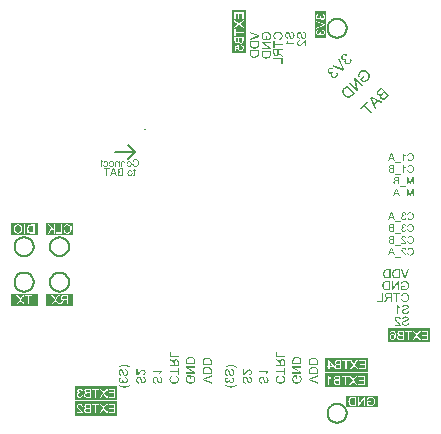
<source format=gbo>
G04*
G04 #@! TF.GenerationSoftware,Altium Limited,Altium Designer,20.0.13 (296)*
G04*
G04 Layer_Color=32896*
%FSLAX25Y25*%
%MOIN*%
G70*
G01*
G75*
%ADD10C,0.00787*%
%ADD12C,0.00591*%
G36*
X132545Y62617D02*
X132608Y62611D01*
X132665Y62603D01*
X132720Y62589D01*
X132772Y62576D01*
X132818Y62559D01*
X132862Y62543D01*
X132900Y62527D01*
X132936Y62507D01*
X132966Y62491D01*
X132993Y62475D01*
X133015Y62461D01*
X133031Y62447D01*
X133042Y62439D01*
X133050Y62434D01*
X133053Y62431D01*
X133091Y62396D01*
X133124Y62354D01*
X133154Y62313D01*
X133181Y62267D01*
X133203Y62224D01*
X133225Y62180D01*
X133241Y62133D01*
X133255Y62092D01*
X133269Y62051D01*
X133277Y62013D01*
X133285Y61978D01*
X133291Y61948D01*
X133293Y61923D01*
X133296Y61907D01*
X133299Y61896D01*
Y61890D01*
X132982Y61858D01*
X132979Y61901D01*
X132977Y61942D01*
X132960Y62013D01*
X132938Y62079D01*
X132928Y62106D01*
X132914Y62131D01*
X132903Y62152D01*
X132889Y62172D01*
X132878Y62188D01*
X132870Y62202D01*
X132859Y62213D01*
X132854Y62221D01*
X132851Y62224D01*
X132848Y62226D01*
X132821Y62251D01*
X132794Y62273D01*
X132764Y62289D01*
X132734Y62305D01*
X132674Y62330D01*
X132616Y62346D01*
X132567Y62354D01*
X132545Y62360D01*
X132526D01*
X132510Y62363D01*
X132450D01*
X132412Y62357D01*
X132343Y62344D01*
X132286Y62322D01*
X132234Y62300D01*
X132196Y62275D01*
X132179Y62264D01*
X132166Y62253D01*
X132155Y62245D01*
X132147Y62240D01*
X132144Y62237D01*
X132141Y62234D01*
X132117Y62210D01*
X132098Y62185D01*
X132079Y62161D01*
X132065Y62133D01*
X132040Y62081D01*
X132024Y62032D01*
X132016Y61991D01*
X132010Y61972D01*
Y61956D01*
X132008Y61945D01*
Y61934D01*
Y61929D01*
Y61926D01*
X132010Y61893D01*
X132013Y61860D01*
X132029Y61795D01*
X132054Y61732D01*
X132081Y61675D01*
X132108Y61626D01*
X132119Y61607D01*
X132133Y61587D01*
X132141Y61574D01*
X132150Y61563D01*
X132152Y61557D01*
X132155Y61555D01*
X132185Y61516D01*
X132220Y61475D01*
X132261Y61432D01*
X132305Y61388D01*
X132395Y61298D01*
X132488Y61213D01*
X132532Y61172D01*
X132575Y61137D01*
X132614Y61104D01*
X132646Y61077D01*
X132674Y61052D01*
X132693Y61036D01*
X132706Y61022D01*
X132712Y61019D01*
X132761Y60979D01*
X132805Y60940D01*
X132848Y60905D01*
X132887Y60869D01*
X132925Y60837D01*
X132957Y60804D01*
X132988Y60777D01*
X133015Y60749D01*
X133039Y60725D01*
X133059Y60703D01*
X133078Y60684D01*
X133091Y60670D01*
X133105Y60656D01*
X133113Y60648D01*
X133116Y60643D01*
X133119Y60640D01*
X133168Y60580D01*
X133209Y60520D01*
X133244Y60463D01*
X133272Y60411D01*
X133293Y60367D01*
X133301Y60348D01*
X133310Y60334D01*
X133315Y60321D01*
X133318Y60312D01*
X133321Y60307D01*
Y60304D01*
X133334Y60266D01*
X133343Y60228D01*
X133351Y60192D01*
X133353Y60160D01*
X133356Y60132D01*
Y60110D01*
Y60097D01*
Y60091D01*
X131688D01*
Y60389D01*
X132930D01*
X132887Y60449D01*
X132865Y60476D01*
X132843Y60501D01*
X132824Y60523D01*
X132810Y60539D01*
X132799Y60550D01*
X132797Y60553D01*
X132780Y60569D01*
X132758Y60591D01*
X132734Y60613D01*
X132706Y60637D01*
X132649Y60692D01*
X132589Y60744D01*
X132532Y60793D01*
X132507Y60815D01*
X132483Y60834D01*
X132466Y60850D01*
X132450Y60861D01*
X132442Y60869D01*
X132439Y60872D01*
X132379Y60924D01*
X132322Y60973D01*
X132270Y61017D01*
X132223Y61061D01*
X132179Y61099D01*
X132141Y61137D01*
X132106Y61170D01*
X132073Y61200D01*
X132046Y61224D01*
X132024Y61249D01*
X132005Y61268D01*
X131988Y61284D01*
X131977Y61298D01*
X131967Y61306D01*
X131964Y61312D01*
X131961Y61314D01*
X131909Y61374D01*
X131868Y61429D01*
X131833Y61481D01*
X131803Y61527D01*
X131781Y61566D01*
X131764Y61596D01*
X131759Y61607D01*
X131756Y61615D01*
X131754Y61617D01*
Y61620D01*
X131732Y61675D01*
X131718Y61729D01*
X131707Y61778D01*
X131699Y61825D01*
X131694Y61863D01*
X131691Y61893D01*
Y61904D01*
Y61912D01*
Y61915D01*
Y61918D01*
X131694Y61972D01*
X131699Y62024D01*
X131710Y62073D01*
X131724Y62122D01*
X131740Y62166D01*
X131759Y62207D01*
X131778Y62245D01*
X131797Y62278D01*
X131816Y62311D01*
X131835Y62338D01*
X131855Y62363D01*
X131871Y62382D01*
X131885Y62396D01*
X131896Y62409D01*
X131901Y62415D01*
X131904Y62417D01*
X131945Y62453D01*
X131988Y62483D01*
X132035Y62510D01*
X132084Y62535D01*
X132130Y62554D01*
X132179Y62570D01*
X132226Y62584D01*
X132272Y62595D01*
X132313Y62603D01*
X132354Y62608D01*
X132390Y62614D01*
X132420Y62617D01*
X132444Y62619D01*
X132480D01*
X132545Y62617D01*
D02*
G37*
G36*
X134702Y62652D02*
X134762Y62649D01*
X134874Y62630D01*
X134929Y62619D01*
X134978Y62606D01*
X135027Y62592D01*
X135071Y62578D01*
X135109Y62565D01*
X135144Y62551D01*
X135177Y62537D01*
X135202Y62527D01*
X135223Y62516D01*
X135237Y62507D01*
X135248Y62505D01*
X135251Y62502D01*
X135300Y62472D01*
X135349Y62439D01*
X135393Y62404D01*
X135434Y62368D01*
X135472Y62330D01*
X135507Y62294D01*
X135537Y62256D01*
X135567Y62224D01*
X135592Y62188D01*
X135614Y62158D01*
X135633Y62131D01*
X135649Y62106D01*
X135660Y62084D01*
X135668Y62071D01*
X135674Y62060D01*
X135677Y62057D01*
X135704Y62002D01*
X135726Y61942D01*
X135745Y61885D01*
X135764Y61828D01*
X135791Y61710D01*
X135800Y61656D01*
X135808Y61604D01*
X135813Y61555D01*
X135819Y61511D01*
X135821Y61470D01*
X135824Y61435D01*
X135827Y61407D01*
Y61385D01*
Y61374D01*
Y61369D01*
X135824Y61303D01*
X135821Y61238D01*
X135805Y61112D01*
X135797Y61052D01*
X135786Y60998D01*
X135772Y60946D01*
X135761Y60897D01*
X135748Y60853D01*
X135737Y60812D01*
X135726Y60779D01*
X135715Y60749D01*
X135707Y60727D01*
X135701Y60708D01*
X135698Y60697D01*
X135696Y60695D01*
X135668Y60637D01*
X135641Y60583D01*
X135611Y60534D01*
X135578Y60487D01*
X135546Y60444D01*
X135516Y60405D01*
X135483Y60370D01*
X135453Y60337D01*
X135423Y60307D01*
X135395Y60282D01*
X135371Y60263D01*
X135349Y60244D01*
X135333Y60231D01*
X135319Y60222D01*
X135311Y60217D01*
X135308Y60214D01*
X135259Y60184D01*
X135207Y60160D01*
X135152Y60138D01*
X135095Y60119D01*
X135040Y60105D01*
X134986Y60091D01*
X134931Y60080D01*
X134880Y60072D01*
X134830Y60064D01*
X134787Y60059D01*
X134746Y60056D01*
X134713Y60053D01*
X134683Y60050D01*
X134645D01*
X134571Y60053D01*
X134503Y60059D01*
X134437Y60070D01*
X134374Y60083D01*
X134314Y60100D01*
X134260Y60119D01*
X134211Y60138D01*
X134164Y60157D01*
X134121Y60176D01*
X134085Y60195D01*
X134052Y60214D01*
X134028Y60231D01*
X134006Y60244D01*
X133992Y60255D01*
X133981Y60261D01*
X133979Y60263D01*
X133929Y60307D01*
X133883Y60353D01*
X133842Y60403D01*
X133804Y60452D01*
X133768Y60504D01*
X133738Y60558D01*
X133711Y60607D01*
X133686Y60659D01*
X133665Y60706D01*
X133648Y60749D01*
X133632Y60790D01*
X133621Y60823D01*
X133610Y60853D01*
X133605Y60872D01*
X133599Y60886D01*
Y60891D01*
X133932Y60976D01*
X133946Y60918D01*
X133965Y60864D01*
X133984Y60812D01*
X134003Y60766D01*
X134025Y60722D01*
X134047Y60684D01*
X134069Y60648D01*
X134090Y60615D01*
X134112Y60588D01*
X134131Y60564D01*
X134151Y60542D01*
X134164Y60525D01*
X134178Y60512D01*
X134189Y60504D01*
X134194Y60498D01*
X134197Y60495D01*
X134235Y60468D01*
X134273Y60444D01*
X134312Y60422D01*
X134353Y60403D01*
X134394Y60386D01*
X134432Y60373D01*
X134508Y60353D01*
X134541Y60348D01*
X134574Y60343D01*
X134601Y60340D01*
X134626Y60337D01*
X134645Y60334D01*
X134672D01*
X134716Y60337D01*
X134757Y60340D01*
X134836Y60353D01*
X134909Y60373D01*
X134972Y60394D01*
X135000Y60405D01*
X135024Y60413D01*
X135046Y60424D01*
X135065Y60433D01*
X135082Y60441D01*
X135092Y60446D01*
X135098Y60452D01*
X135101D01*
X135136Y60476D01*
X135169Y60501D01*
X135229Y60558D01*
X135278Y60615D01*
X135319Y60676D01*
X135349Y60727D01*
X135363Y60749D01*
X135374Y60771D01*
X135379Y60787D01*
X135385Y60798D01*
X135390Y60807D01*
Y60809D01*
X135420Y60902D01*
X135445Y60998D01*
X135461Y61093D01*
X135466Y61137D01*
X135472Y61181D01*
X135475Y61222D01*
X135477Y61257D01*
X135480Y61290D01*
Y61317D01*
X135483Y61342D01*
Y61358D01*
Y61369D01*
Y61372D01*
X135480Y61465D01*
X135472Y61552D01*
X135458Y61634D01*
X135453Y61672D01*
X135445Y61708D01*
X135436Y61738D01*
X135431Y61768D01*
X135423Y61792D01*
X135417Y61814D01*
X135415Y61830D01*
X135409Y61844D01*
X135406Y61852D01*
Y61855D01*
X135371Y61940D01*
X135330Y62013D01*
X135286Y62076D01*
X135262Y62103D01*
X135240Y62131D01*
X135218Y62152D01*
X135199Y62172D01*
X135180Y62191D01*
X135166Y62204D01*
X135152Y62215D01*
X135142Y62224D01*
X135136Y62226D01*
X135133Y62229D01*
X135095Y62253D01*
X135057Y62275D01*
X135016Y62294D01*
X134975Y62311D01*
X134893Y62335D01*
X134814Y62354D01*
X134781Y62360D01*
X134748Y62363D01*
X134718Y62365D01*
X134694Y62368D01*
X134672Y62371D01*
X134598D01*
X134555Y62365D01*
X134473Y62352D01*
X134402Y62330D01*
X134372Y62319D01*
X134342Y62308D01*
X134314Y62297D01*
X134292Y62286D01*
X134273Y62275D01*
X134257Y62264D01*
X134243Y62256D01*
X134235Y62251D01*
X134230Y62248D01*
X134227Y62245D01*
X134197Y62221D01*
X134167Y62193D01*
X134118Y62131D01*
X134071Y62062D01*
X134036Y61997D01*
X134009Y61937D01*
X133995Y61912D01*
X133987Y61890D01*
X133979Y61871D01*
X133976Y61855D01*
X133970Y61847D01*
Y61844D01*
X133643Y61920D01*
X133665Y61983D01*
X133689Y62043D01*
X133714Y62101D01*
X133744Y62152D01*
X133771Y62202D01*
X133801Y62245D01*
X133831Y62286D01*
X133861Y62322D01*
X133891Y62354D01*
X133916Y62382D01*
X133940Y62406D01*
X133962Y62426D01*
X133979Y62442D01*
X133992Y62453D01*
X134000Y62458D01*
X134003Y62461D01*
X134052Y62497D01*
X134104Y62524D01*
X134156Y62551D01*
X134211Y62573D01*
X134265Y62592D01*
X134317Y62608D01*
X134369Y62619D01*
X134418Y62630D01*
X134465Y62638D01*
X134505Y62644D01*
X134544Y62649D01*
X134576Y62652D01*
X134604Y62655D01*
X134639D01*
X134702Y62652D01*
D02*
G37*
G36*
X129548Y60091D02*
X129196D01*
X128923Y60853D01*
X127863D01*
X127571Y60091D01*
X127192D01*
X128224Y62611D01*
X128584D01*
X129548Y60091D01*
D02*
G37*
G36*
X131557Y59392D02*
X129507D01*
Y59616D01*
X131557D01*
Y59392D01*
D02*
G37*
G36*
X22244Y43307D02*
X13189D01*
Y47244D01*
X22244D01*
Y43307D01*
D02*
G37*
G36*
X90610Y134642D02*
X90689Y134639D01*
X90840Y134619D01*
X90912Y134610D01*
X90978Y134597D01*
X91040Y134580D01*
X91099Y134567D01*
X91151Y134550D01*
X91201Y134537D01*
X91240Y134524D01*
X91276Y134511D01*
X91302Y134501D01*
X91325Y134495D01*
X91338Y134492D01*
X91342Y134488D01*
X91410Y134455D01*
X91476Y134423D01*
X91535Y134387D01*
X91591Y134347D01*
X91643Y134308D01*
X91689Y134272D01*
X91732Y134232D01*
X91771Y134196D01*
X91807Y134160D01*
X91837Y134127D01*
X91860Y134098D01*
X91883Y134072D01*
X91899Y134052D01*
X91909Y134036D01*
X91916Y134026D01*
X91919Y134022D01*
X91955Y133963D01*
X91984Y133901D01*
X92011Y133835D01*
X92034Y133767D01*
X92050Y133701D01*
X92067Y133635D01*
X92080Y133570D01*
X92089Y133508D01*
X92099Y133449D01*
X92106Y133396D01*
X92109Y133347D01*
X92112Y133307D01*
X92116Y133271D01*
Y133225D01*
X92112Y133137D01*
X92106Y133055D01*
X92093Y132976D01*
X92076Y132901D01*
X92057Y132828D01*
X92034Y132763D01*
X92011Y132704D01*
X91988Y132648D01*
X91965Y132596D01*
X91942Y132553D01*
X91919Y132514D01*
X91899Y132484D01*
X91883Y132458D01*
X91870Y132441D01*
X91863Y132428D01*
X91860Y132425D01*
X91807Y132366D01*
X91752Y132310D01*
X91693Y132261D01*
X91634Y132215D01*
X91571Y132173D01*
X91506Y132136D01*
X91447Y132104D01*
X91384Y132074D01*
X91329Y132048D01*
X91276Y132028D01*
X91227Y132009D01*
X91188Y131995D01*
X91151Y131982D01*
X91128Y131976D01*
X91112Y131969D01*
X91106D01*
X91004Y132369D01*
X91073Y132386D01*
X91138Y132409D01*
X91201Y132432D01*
X91256Y132455D01*
X91309Y132481D01*
X91355Y132507D01*
X91397Y132533D01*
X91437Y132560D01*
X91470Y132586D01*
X91499Y132609D01*
X91525Y132632D01*
X91545Y132648D01*
X91561Y132665D01*
X91571Y132678D01*
X91578Y132684D01*
X91581Y132687D01*
X91614Y132733D01*
X91643Y132779D01*
X91670Y132825D01*
X91693Y132875D01*
X91712Y132924D01*
X91729Y132970D01*
X91752Y133061D01*
X91758Y133101D01*
X91765Y133140D01*
X91768Y133173D01*
X91771Y133203D01*
X91775Y133225D01*
Y133258D01*
X91771Y133311D01*
X91768Y133360D01*
X91752Y133455D01*
X91729Y133544D01*
X91703Y133619D01*
X91689Y133652D01*
X91680Y133681D01*
X91666Y133708D01*
X91657Y133730D01*
X91647Y133750D01*
X91640Y133763D01*
X91634Y133770D01*
Y133773D01*
X91604Y133816D01*
X91575Y133855D01*
X91506Y133927D01*
X91437Y133986D01*
X91365Y134036D01*
X91302Y134072D01*
X91276Y134088D01*
X91250Y134101D01*
X91230Y134108D01*
X91217Y134114D01*
X91207Y134121D01*
X91204D01*
X91092Y134157D01*
X90978Y134186D01*
X90863Y134206D01*
X90810Y134213D01*
X90758Y134219D01*
X90709Y134222D01*
X90666Y134226D01*
X90627Y134229D01*
X90594D01*
X90564Y134232D01*
X90545D01*
X90531D01*
X90528D01*
X90417Y134229D01*
X90312Y134219D01*
X90213Y134203D01*
X90167Y134196D01*
X90125Y134186D01*
X90089Y134177D01*
X90053Y134170D01*
X90023Y134160D01*
X89997Y134154D01*
X89977Y134150D01*
X89961Y134144D01*
X89951Y134141D01*
X89948D01*
X89846Y134098D01*
X89757Y134049D01*
X89682Y133996D01*
X89649Y133967D01*
X89616Y133940D01*
X89590Y133914D01*
X89567Y133891D01*
X89544Y133868D01*
X89528Y133852D01*
X89515Y133835D01*
X89505Y133822D01*
X89502Y133816D01*
X89498Y133812D01*
X89469Y133767D01*
X89442Y133721D01*
X89420Y133671D01*
X89400Y133622D01*
X89370Y133524D01*
X89347Y133429D01*
X89341Y133389D01*
X89338Y133350D01*
X89334Y133314D01*
X89331Y133284D01*
X89328Y133258D01*
Y133170D01*
X89334Y133117D01*
X89351Y133019D01*
X89377Y132933D01*
X89390Y132897D01*
X89403Y132861D01*
X89416Y132828D01*
X89429Y132802D01*
X89442Y132779D01*
X89456Y132760D01*
X89465Y132743D01*
X89472Y132733D01*
X89475Y132727D01*
X89479Y132724D01*
X89508Y132687D01*
X89541Y132651D01*
X89616Y132592D01*
X89698Y132537D01*
X89777Y132494D01*
X89849Y132461D01*
X89879Y132445D01*
X89905Y132435D01*
X89928Y132425D01*
X89948Y132422D01*
X89957Y132415D01*
X89961D01*
X89869Y132022D01*
X89793Y132048D01*
X89721Y132077D01*
X89653Y132107D01*
X89590Y132143D01*
X89531Y132176D01*
X89479Y132212D01*
X89429Y132248D01*
X89387Y132284D01*
X89347Y132320D01*
X89315Y132350D01*
X89285Y132379D01*
X89262Y132405D01*
X89243Y132425D01*
X89229Y132441D01*
X89223Y132451D01*
X89219Y132455D01*
X89177Y132514D01*
X89144Y132576D01*
X89111Y132638D01*
X89085Y132704D01*
X89062Y132770D01*
X89042Y132832D01*
X89029Y132894D01*
X89016Y132953D01*
X89006Y133009D01*
X89000Y133058D01*
X88993Y133104D01*
X88990Y133143D01*
X88987Y133176D01*
Y133219D01*
X88990Y133294D01*
X88993Y133367D01*
X89016Y133501D01*
X89029Y133566D01*
X89046Y133626D01*
X89062Y133685D01*
X89078Y133737D01*
X89095Y133783D01*
X89111Y133826D01*
X89128Y133865D01*
X89141Y133895D01*
X89154Y133921D01*
X89164Y133937D01*
X89167Y133950D01*
X89170Y133954D01*
X89206Y134013D01*
X89246Y134072D01*
X89288Y134124D01*
X89331Y134173D01*
X89377Y134219D01*
X89420Y134262D01*
X89465Y134298D01*
X89505Y134334D01*
X89547Y134364D01*
X89584Y134390D01*
X89616Y134413D01*
X89646Y134432D01*
X89672Y134446D01*
X89688Y134455D01*
X89702Y134462D01*
X89705Y134465D01*
X89771Y134498D01*
X89843Y134524D01*
X89912Y134547D01*
X89981Y134570D01*
X90122Y134603D01*
X90187Y134613D01*
X90249Y134623D01*
X90308Y134629D01*
X90361Y134636D01*
X90410Y134639D01*
X90453Y134642D01*
X90486Y134646D01*
X90512D01*
X90525D01*
X90531D01*
X90610Y134642D01*
D02*
G37*
G36*
X89397Y130706D02*
X92067D01*
Y130306D01*
X89397D01*
Y129309D01*
X89039D01*
Y131703D01*
X89397D01*
Y130706D01*
D02*
G37*
G36*
X92067Y128489D02*
X90722D01*
Y127974D01*
X90725Y127928D01*
X90728Y127889D01*
Y127856D01*
X90732Y127833D01*
X90735Y127817D01*
X90738Y127807D01*
Y127804D01*
X90748Y127768D01*
X90761Y127735D01*
X90774Y127705D01*
X90787Y127676D01*
X90800Y127653D01*
X90810Y127636D01*
X90817Y127623D01*
X90820Y127620D01*
X90843Y127587D01*
X90876Y127551D01*
X90909Y127515D01*
X90942Y127485D01*
X90971Y127456D01*
X90997Y127436D01*
X91014Y127423D01*
X91017Y127417D01*
X91020D01*
X91079Y127371D01*
X91145Y127321D01*
X91214Y127276D01*
X91283Y127230D01*
X91342Y127190D01*
X91368Y127171D01*
X91391Y127157D01*
X91410Y127144D01*
X91424Y127135D01*
X91434Y127131D01*
X91437Y127128D01*
X92067Y126728D01*
Y126226D01*
X91243Y126751D01*
X91158Y126810D01*
X91079Y126869D01*
X91010Y126925D01*
X90951Y126974D01*
X90905Y127016D01*
X90886Y127036D01*
X90869Y127052D01*
X90856Y127066D01*
X90846Y127075D01*
X90843Y127079D01*
X90840Y127082D01*
X90814Y127115D01*
X90784Y127154D01*
X90761Y127193D01*
X90738Y127233D01*
X90719Y127269D01*
X90702Y127298D01*
X90692Y127318D01*
X90689Y127321D01*
Y127325D01*
X90676Y127246D01*
X90659Y127171D01*
X90640Y127102D01*
X90620Y127039D01*
X90597Y126980D01*
X90574Y126928D01*
X90551Y126882D01*
X90528Y126839D01*
X90505Y126800D01*
X90482Y126767D01*
X90463Y126741D01*
X90446Y126718D01*
X90430Y126701D01*
X90420Y126688D01*
X90413Y126682D01*
X90410Y126679D01*
X90368Y126643D01*
X90325Y126610D01*
X90279Y126580D01*
X90233Y126557D01*
X90187Y126538D01*
X90141Y126521D01*
X90056Y126495D01*
X90017Y126485D01*
X89981Y126479D01*
X89948Y126475D01*
X89918Y126472D01*
X89899Y126469D01*
X89879D01*
X89869D01*
X89866D01*
X89774Y126475D01*
X89688Y126488D01*
X89613Y126508D01*
X89544Y126531D01*
X89515Y126544D01*
X89489Y126557D01*
X89465Y126567D01*
X89446Y126577D01*
X89429Y126583D01*
X89420Y126590D01*
X89413Y126596D01*
X89410D01*
X89338Y126646D01*
X89279Y126701D01*
X89226Y126757D01*
X89187Y126813D01*
X89157Y126859D01*
X89138Y126898D01*
X89131Y126915D01*
X89124Y126925D01*
X89121Y126931D01*
Y126934D01*
X89108Y126977D01*
X89095Y127020D01*
X89075Y127118D01*
X89059Y127220D01*
X89049Y127318D01*
X89046Y127367D01*
X89042Y127410D01*
Y127446D01*
X89039Y127482D01*
Y128889D01*
X92067D01*
Y128489D01*
D02*
G37*
G36*
Y123966D02*
X91709D01*
Y125458D01*
X89039D01*
Y125858D01*
X92067D01*
Y123966D01*
D02*
G37*
G36*
X32006Y91918D02*
Y91467D01*
X32236D01*
Y91227D01*
X32006D01*
Y90174D01*
Y90124D01*
X32004Y90078D01*
Y90037D01*
X32001Y89999D01*
X31998Y89966D01*
X31995Y89936D01*
X31993Y89909D01*
X31987Y89887D01*
X31984Y89868D01*
X31982Y89851D01*
X31979Y89838D01*
X31976Y89827D01*
X31974Y89813D01*
X31971Y89808D01*
X31954Y89778D01*
X31935Y89750D01*
X31914Y89726D01*
X31892Y89707D01*
X31870Y89690D01*
X31853Y89679D01*
X31842Y89671D01*
X31840Y89669D01*
X31802Y89652D01*
X31761Y89638D01*
X31717Y89630D01*
X31673Y89622D01*
X31635Y89619D01*
X31605Y89617D01*
X31578D01*
X31496Y89622D01*
X31458Y89625D01*
X31422Y89630D01*
X31389Y89636D01*
X31365Y89638D01*
X31348Y89644D01*
X31343D01*
X31384Y89917D01*
X31414Y89914D01*
X31441Y89911D01*
X31466Y89909D01*
X31485D01*
X31501Y89906D01*
X31548D01*
X31569Y89909D01*
X31586Y89914D01*
X31602Y89917D01*
X31613Y89922D01*
X31621Y89925D01*
X31627Y89928D01*
X31630D01*
X31651Y89947D01*
X31668Y89966D01*
X31679Y89982D01*
X31681Y89985D01*
Y89988D01*
X31687Y90007D01*
X31690Y90032D01*
X31695Y90059D01*
Y90086D01*
X31698Y90114D01*
Y90135D01*
Y90152D01*
Y90154D01*
Y90157D01*
Y91227D01*
X31384D01*
Y91467D01*
X31698D01*
Y92104D01*
X32006Y91918D01*
D02*
G37*
G36*
X43123Y92202D02*
X43183Y92199D01*
X43295Y92180D01*
X43349Y92169D01*
X43399Y92155D01*
X43448Y92142D01*
X43491Y92128D01*
X43530Y92115D01*
X43565Y92101D01*
X43598Y92087D01*
X43622Y92076D01*
X43644Y92065D01*
X43658Y92057D01*
X43669Y92054D01*
X43672Y92052D01*
X43721Y92022D01*
X43770Y91989D01*
X43814Y91953D01*
X43854Y91918D01*
X43893Y91880D01*
X43928Y91844D01*
X43958Y91806D01*
X43988Y91773D01*
X44013Y91738D01*
X44035Y91708D01*
X44054Y91681D01*
X44070Y91656D01*
X44081Y91634D01*
X44089Y91620D01*
X44095Y91610D01*
X44098Y91607D01*
X44125Y91552D01*
X44147Y91492D01*
X44166Y91435D01*
X44185Y91377D01*
X44212Y91260D01*
X44220Y91206D01*
X44229Y91154D01*
X44234Y91104D01*
X44239Y91061D01*
X44242Y91020D01*
X44245Y90984D01*
X44248Y90957D01*
Y90935D01*
Y90924D01*
Y90919D01*
X44245Y90853D01*
X44242Y90788D01*
X44226Y90662D01*
X44218Y90602D01*
X44207Y90548D01*
X44193Y90496D01*
X44182Y90447D01*
X44168Y90403D01*
X44157Y90362D01*
X44147Y90329D01*
X44136Y90299D01*
X44128Y90277D01*
X44122Y90258D01*
X44119Y90247D01*
X44117Y90245D01*
X44089Y90187D01*
X44062Y90133D01*
X44032Y90083D01*
X43999Y90037D01*
X43966Y89993D01*
X43936Y89955D01*
X43904Y89920D01*
X43874Y89887D01*
X43844Y89857D01*
X43816Y89832D01*
X43792Y89813D01*
X43770Y89794D01*
X43753Y89780D01*
X43740Y89772D01*
X43732Y89767D01*
X43729Y89764D01*
X43680Y89734D01*
X43628Y89709D01*
X43573Y89688D01*
X43516Y89669D01*
X43461Y89655D01*
X43407Y89641D01*
X43352Y89630D01*
X43300Y89622D01*
X43251Y89614D01*
X43207Y89608D01*
X43167Y89606D01*
X43134Y89603D01*
X43104Y89600D01*
X43066D01*
X42992Y89603D01*
X42924Y89608D01*
X42858Y89619D01*
X42795Y89633D01*
X42735Y89649D01*
X42681Y89669D01*
X42632Y89688D01*
X42585Y89707D01*
X42541Y89726D01*
X42506Y89745D01*
X42473Y89764D01*
X42449Y89780D01*
X42427Y89794D01*
X42413Y89805D01*
X42402Y89810D01*
X42399Y89813D01*
X42350Y89857D01*
X42304Y89903D01*
X42263Y89952D01*
X42225Y90001D01*
X42189Y90053D01*
X42159Y90108D01*
X42132Y90157D01*
X42107Y90209D01*
X42085Y90255D01*
X42069Y90299D01*
X42053Y90340D01*
X42042Y90373D01*
X42031Y90403D01*
X42025Y90422D01*
X42020Y90436D01*
Y90441D01*
X42353Y90526D01*
X42367Y90468D01*
X42386Y90414D01*
X42405Y90362D01*
X42424Y90316D01*
X42446Y90272D01*
X42468Y90234D01*
X42489Y90198D01*
X42511Y90165D01*
X42533Y90138D01*
X42552Y90114D01*
X42571Y90092D01*
X42585Y90075D01*
X42599Y90062D01*
X42610Y90053D01*
X42615Y90048D01*
X42618Y90045D01*
X42656Y90018D01*
X42694Y89993D01*
X42733Y89972D01*
X42773Y89952D01*
X42814Y89936D01*
X42853Y89922D01*
X42929Y89903D01*
X42962Y89898D01*
X42995Y89892D01*
X43022Y89890D01*
X43046Y89887D01*
X43066Y89884D01*
X43093D01*
X43137Y89887D01*
X43178Y89890D01*
X43257Y89903D01*
X43330Y89922D01*
X43393Y89944D01*
X43420Y89955D01*
X43445Y89963D01*
X43467Y89974D01*
X43486Y89982D01*
X43502Y89991D01*
X43513Y89996D01*
X43519Y90001D01*
X43521D01*
X43557Y90026D01*
X43590Y90051D01*
X43650Y90108D01*
X43699Y90165D01*
X43740Y90225D01*
X43770Y90277D01*
X43784Y90299D01*
X43795Y90321D01*
X43800Y90337D01*
X43805Y90348D01*
X43811Y90356D01*
Y90359D01*
X43841Y90452D01*
X43865Y90548D01*
X43882Y90643D01*
X43887Y90687D01*
X43893Y90730D01*
X43896Y90771D01*
X43898Y90807D01*
X43901Y90840D01*
Y90867D01*
X43904Y90891D01*
Y90908D01*
Y90919D01*
Y90921D01*
X43901Y91014D01*
X43893Y91102D01*
X43879Y91184D01*
X43874Y91222D01*
X43865Y91257D01*
X43857Y91287D01*
X43852Y91317D01*
X43844Y91342D01*
X43838Y91364D01*
X43835Y91380D01*
X43830Y91394D01*
X43827Y91402D01*
Y91405D01*
X43792Y91489D01*
X43751Y91563D01*
X43707Y91626D01*
X43683Y91653D01*
X43661Y91681D01*
X43639Y91702D01*
X43620Y91721D01*
X43601Y91741D01*
X43587Y91754D01*
X43573Y91765D01*
X43562Y91773D01*
X43557Y91776D01*
X43554Y91779D01*
X43516Y91803D01*
X43478Y91825D01*
X43437Y91844D01*
X43396Y91861D01*
X43314Y91885D01*
X43235Y91904D01*
X43202Y91910D01*
X43169Y91913D01*
X43139Y91915D01*
X43115Y91918D01*
X43093Y91921D01*
X43019D01*
X42976Y91915D01*
X42893Y91902D01*
X42823Y91880D01*
X42792Y91869D01*
X42763Y91858D01*
X42735Y91847D01*
X42713Y91836D01*
X42694Y91825D01*
X42678Y91814D01*
X42664Y91806D01*
X42656Y91801D01*
X42651Y91798D01*
X42648Y91795D01*
X42618Y91771D01*
X42588Y91743D01*
X42539Y91681D01*
X42492Y91612D01*
X42457Y91547D01*
X42430Y91487D01*
X42416Y91462D01*
X42408Y91440D01*
X42399Y91421D01*
X42397Y91405D01*
X42391Y91397D01*
Y91394D01*
X42064Y91470D01*
X42085Y91533D01*
X42110Y91593D01*
X42135Y91650D01*
X42165Y91702D01*
X42192Y91751D01*
X42222Y91795D01*
X42252Y91836D01*
X42282Y91872D01*
X42312Y91904D01*
X42337Y91932D01*
X42361Y91956D01*
X42383Y91975D01*
X42399Y91992D01*
X42413Y92003D01*
X42421Y92008D01*
X42424Y92011D01*
X42473Y92046D01*
X42525Y92074D01*
X42577Y92101D01*
X42632Y92123D01*
X42686Y92142D01*
X42738Y92158D01*
X42790Y92169D01*
X42839Y92180D01*
X42885Y92188D01*
X42926Y92194D01*
X42965Y92199D01*
X42997Y92202D01*
X43025Y92205D01*
X43060D01*
X43123Y92202D01*
D02*
G37*
G36*
X35097Y91506D02*
X35165Y91498D01*
X35225Y91484D01*
X35285Y91467D01*
X35340Y91448D01*
X35392Y91427D01*
X35438Y91405D01*
X35479Y91380D01*
X35517Y91356D01*
X35550Y91334D01*
X35580Y91312D01*
X35602Y91293D01*
X35621Y91276D01*
X35634Y91263D01*
X35643Y91255D01*
X35645Y91252D01*
X35686Y91203D01*
X35722Y91148D01*
X35755Y91091D01*
X35782Y91034D01*
X35804Y90973D01*
X35823Y90913D01*
X35839Y90856D01*
X35850Y90799D01*
X35861Y90747D01*
X35866Y90695D01*
X35872Y90651D01*
X35877Y90613D01*
Y90580D01*
X35880Y90556D01*
Y90542D01*
Y90537D01*
X35877Y90455D01*
X35869Y90378D01*
X35858Y90307D01*
X35845Y90242D01*
X35826Y90179D01*
X35807Y90122D01*
X35785Y90070D01*
X35763Y90023D01*
X35744Y89982D01*
X35722Y89947D01*
X35703Y89917D01*
X35684Y89892D01*
X35670Y89871D01*
X35659Y89857D01*
X35651Y89849D01*
X35648Y89846D01*
X35602Y89802D01*
X35553Y89764D01*
X35503Y89731D01*
X35449Y89704D01*
X35397Y89679D01*
X35342Y89660D01*
X35291Y89644D01*
X35241Y89630D01*
X35195Y89622D01*
X35151Y89614D01*
X35113Y89608D01*
X35078Y89603D01*
X35050D01*
X35028Y89600D01*
X35012D01*
X34955Y89603D01*
X34897Y89606D01*
X34846Y89614D01*
X34796Y89625D01*
X34750Y89636D01*
X34709Y89649D01*
X34668Y89663D01*
X34633Y89677D01*
X34600Y89690D01*
X34572Y89704D01*
X34548Y89718D01*
X34526Y89728D01*
X34512Y89739D01*
X34499Y89748D01*
X34493Y89750D01*
X34491Y89753D01*
X34452Y89783D01*
X34420Y89816D01*
X34390Y89851D01*
X34360Y89887D01*
X34310Y89961D01*
X34272Y90029D01*
X34259Y90062D01*
X34245Y90092D01*
X34234Y90119D01*
X34226Y90144D01*
X34218Y90163D01*
X34212Y90176D01*
X34209Y90187D01*
Y90190D01*
X34532Y90231D01*
X34559Y90163D01*
X34592Y90102D01*
X34624Y90051D01*
X34654Y90013D01*
X34682Y89980D01*
X34704Y89958D01*
X34717Y89947D01*
X34720Y89942D01*
X34723D01*
X34769Y89911D01*
X34818Y89892D01*
X34867Y89876D01*
X34911Y89865D01*
X34952Y89860D01*
X34985Y89857D01*
X34996Y89854D01*
X35012D01*
X35053Y89857D01*
X35094Y89862D01*
X35132Y89868D01*
X35168Y89879D01*
X35233Y89903D01*
X35288Y89933D01*
X35312Y89947D01*
X35334Y89963D01*
X35351Y89977D01*
X35367Y89988D01*
X35378Y89999D01*
X35386Y90007D01*
X35392Y90010D01*
X35394Y90013D01*
X35421Y90045D01*
X35446Y90078D01*
X35465Y90116D01*
X35484Y90152D01*
X35514Y90231D01*
X35536Y90305D01*
X35544Y90340D01*
X35550Y90373D01*
X35555Y90400D01*
X35558Y90427D01*
X35561Y90447D01*
X35563Y90463D01*
Y90474D01*
Y90477D01*
X34201D01*
X34198Y90512D01*
Y90539D01*
Y90553D01*
Y90558D01*
X34201Y90640D01*
X34209Y90717D01*
X34220Y90790D01*
X34234Y90859D01*
X34253Y90921D01*
X34272Y90979D01*
X34294Y91031D01*
X34313Y91077D01*
X34335Y91118D01*
X34357Y91156D01*
X34376Y91186D01*
X34395Y91211D01*
X34409Y91233D01*
X34420Y91246D01*
X34428Y91255D01*
X34431Y91257D01*
X34474Y91301D01*
X34523Y91339D01*
X34572Y91375D01*
X34622Y91402D01*
X34671Y91427D01*
X34723Y91448D01*
X34769Y91465D01*
X34815Y91479D01*
X34859Y91487D01*
X34900Y91495D01*
X34936Y91500D01*
X34968Y91506D01*
X34993D01*
X35012Y91509D01*
X35028D01*
X35097Y91506D01*
D02*
G37*
G36*
X33167Y91503D02*
X33248Y91492D01*
X33322Y91473D01*
X33355Y91462D01*
X33388Y91454D01*
X33415Y91443D01*
X33440Y91432D01*
X33461Y91424D01*
X33481Y91413D01*
X33497Y91408D01*
X33508Y91402D01*
X33513Y91397D01*
X33516D01*
X33587Y91350D01*
X33647Y91298D01*
X33699Y91241D01*
X33740Y91189D01*
X33773Y91140D01*
X33784Y91118D01*
X33795Y91099D01*
X33803Y91085D01*
X33808Y91074D01*
X33814Y91066D01*
Y91063D01*
X33846Y90979D01*
X33868Y90889D01*
X33885Y90801D01*
X33898Y90722D01*
X33901Y90684D01*
X33904Y90651D01*
X33906Y90621D01*
Y90594D01*
X33909Y90575D01*
Y90558D01*
Y90548D01*
Y90545D01*
X33906Y90463D01*
X33898Y90384D01*
X33887Y90310D01*
X33874Y90242D01*
X33857Y90179D01*
X33838Y90122D01*
X33816Y90070D01*
X33795Y90023D01*
X33775Y89982D01*
X33753Y89944D01*
X33734Y89914D01*
X33718Y89890D01*
X33704Y89868D01*
X33694Y89854D01*
X33685Y89846D01*
X33683Y89843D01*
X33639Y89799D01*
X33592Y89764D01*
X33543Y89731D01*
X33494Y89704D01*
X33442Y89679D01*
X33393Y89660D01*
X33344Y89644D01*
X33298Y89630D01*
X33254Y89619D01*
X33213Y89614D01*
X33175Y89608D01*
X33145Y89603D01*
X33117D01*
X33098Y89600D01*
X33082D01*
X33027Y89603D01*
X32976Y89608D01*
X32926Y89617D01*
X32877Y89627D01*
X32833Y89641D01*
X32792Y89658D01*
X32754Y89671D01*
X32719Y89690D01*
X32689Y89707D01*
X32659Y89720D01*
X32637Y89737D01*
X32615Y89750D01*
X32601Y89761D01*
X32588Y89770D01*
X32582Y89775D01*
X32580Y89778D01*
X32544Y89813D01*
X32509Y89849D01*
X32479Y89890D01*
X32454Y89931D01*
X32430Y89972D01*
X32408Y90013D01*
X32375Y90089D01*
X32361Y90127D01*
X32350Y90160D01*
X32342Y90190D01*
X32334Y90217D01*
X32328Y90239D01*
X32326Y90255D01*
X32323Y90266D01*
Y90269D01*
X32626Y90310D01*
X32634Y90266D01*
X32642Y90228D01*
X32653Y90190D01*
X32664Y90157D01*
X32678Y90124D01*
X32689Y90097D01*
X32702Y90073D01*
X32716Y90048D01*
X32730Y90029D01*
X32741Y90013D01*
X32763Y89985D01*
X32776Y89969D01*
X32779Y89966D01*
X32782Y89963D01*
X32831Y89928D01*
X32880Y89900D01*
X32932Y89881D01*
X32978Y89868D01*
X33022Y89860D01*
X33038Y89857D01*
X33055D01*
X33068Y89854D01*
X33085D01*
X33126Y89857D01*
X33167Y89862D01*
X33202Y89871D01*
X33237Y89881D01*
X33300Y89906D01*
X33355Y89939D01*
X33377Y89952D01*
X33396Y89969D01*
X33412Y89982D01*
X33429Y89996D01*
X33440Y90004D01*
X33448Y90013D01*
X33450Y90018D01*
X33453Y90021D01*
X33478Y90053D01*
X33500Y90092D01*
X33519Y90133D01*
X33532Y90174D01*
X33560Y90264D01*
X33576Y90351D01*
X33582Y90392D01*
X33584Y90430D01*
X33587Y90466D01*
X33590Y90496D01*
X33592Y90520D01*
Y90539D01*
Y90553D01*
Y90556D01*
X33590Y90621D01*
X33587Y90684D01*
X33579Y90739D01*
X33571Y90790D01*
X33560Y90840D01*
X33546Y90883D01*
X33532Y90921D01*
X33519Y90957D01*
X33508Y90987D01*
X33494Y91014D01*
X33481Y91036D01*
X33470Y91053D01*
X33461Y91069D01*
X33453Y91077D01*
X33450Y91083D01*
X33448Y91085D01*
X33420Y91115D01*
X33390Y91140D01*
X33358Y91164D01*
X33328Y91184D01*
X33295Y91200D01*
X33265Y91214D01*
X33205Y91233D01*
X33150Y91246D01*
X33128Y91249D01*
X33106Y91252D01*
X33090Y91255D01*
X33068D01*
X33014Y91252D01*
X32962Y91241D01*
X32918Y91225D01*
X32880Y91208D01*
X32850Y91189D01*
X32825Y91175D01*
X32812Y91164D01*
X32806Y91159D01*
X32768Y91121D01*
X32735Y91077D01*
X32711Y91031D01*
X32689Y90987D01*
X32672Y90946D01*
X32662Y90913D01*
X32659Y90900D01*
X32656Y90891D01*
X32653Y90886D01*
Y90883D01*
X32353Y90930D01*
X32364Y90979D01*
X32380Y91028D01*
X32397Y91072D01*
X32413Y91113D01*
X32432Y91151D01*
X32454Y91186D01*
X32473Y91216D01*
X32495Y91246D01*
X32514Y91271D01*
X32533Y91293D01*
X32550Y91312D01*
X32566Y91328D01*
X32577Y91339D01*
X32588Y91347D01*
X32593Y91353D01*
X32596Y91356D01*
X32631Y91383D01*
X32670Y91408D01*
X32711Y91427D01*
X32752Y91443D01*
X32833Y91470D01*
X32910Y91489D01*
X32945Y91495D01*
X32978Y91500D01*
X33008Y91503D01*
X33033Y91506D01*
X33052Y91509D01*
X33082D01*
X33167Y91503D01*
D02*
G37*
G36*
X38902Y91506D02*
X38968Y91495D01*
X39028Y91481D01*
X39085Y91462D01*
X39137Y91438D01*
X39184Y91413D01*
X39227Y91386D01*
X39265Y91358D01*
X39301Y91328D01*
X39331Y91301D01*
X39355Y91276D01*
X39375Y91252D01*
X39391Y91233D01*
X39405Y91219D01*
X39410Y91208D01*
X39413Y91206D01*
Y91467D01*
X39691D01*
Y89641D01*
X39383D01*
Y90638D01*
X39380Y90700D01*
X39377Y90760D01*
X39369Y90812D01*
X39361Y90861D01*
X39350Y90905D01*
X39339Y90943D01*
X39325Y90979D01*
X39312Y91009D01*
X39298Y91036D01*
X39285Y91058D01*
X39274Y91074D01*
X39263Y91091D01*
X39255Y91102D01*
X39246Y91110D01*
X39244Y91113D01*
X39241Y91115D01*
X39213Y91137D01*
X39184Y91156D01*
X39126Y91189D01*
X39069Y91211D01*
X39017Y91225D01*
X38971Y91236D01*
X38949Y91238D01*
X38932D01*
X38919Y91241D01*
X38900D01*
X38853Y91238D01*
X38812Y91233D01*
X38777Y91222D01*
X38744Y91214D01*
X38719Y91203D01*
X38700Y91192D01*
X38687Y91186D01*
X38684Y91184D01*
X38651Y91162D01*
X38624Y91137D01*
X38602Y91113D01*
X38586Y91088D01*
X38572Y91066D01*
X38564Y91050D01*
X38558Y91039D01*
X38556Y91034D01*
X38542Y90995D01*
X38534Y90952D01*
X38526Y90905D01*
X38523Y90859D01*
X38520Y90818D01*
X38517Y90799D01*
Y90782D01*
Y90771D01*
Y90760D01*
Y90755D01*
Y90752D01*
Y89641D01*
X38209D01*
Y90763D01*
Y90801D01*
Y90837D01*
X38212Y90872D01*
Y90902D01*
X38214Y90930D01*
Y90954D01*
X38217Y90995D01*
X38223Y91025D01*
X38225Y91047D01*
X38228Y91061D01*
Y91063D01*
X38239Y91113D01*
X38255Y91156D01*
X38269Y91194D01*
X38285Y91227D01*
X38302Y91255D01*
X38313Y91276D01*
X38321Y91287D01*
X38324Y91293D01*
X38351Y91328D01*
X38384Y91358D01*
X38419Y91383D01*
X38452Y91408D01*
X38485Y91424D01*
X38509Y91438D01*
X38526Y91446D01*
X38528Y91448D01*
X38531D01*
X38583Y91467D01*
X38635Y91484D01*
X38687Y91495D01*
X38733Y91500D01*
X38774Y91506D01*
X38790D01*
X38807Y91509D01*
X38834D01*
X38902Y91506D01*
D02*
G37*
G36*
X36945D02*
X37010Y91495D01*
X37071Y91481D01*
X37128Y91462D01*
X37180Y91438D01*
X37226Y91413D01*
X37270Y91386D01*
X37308Y91358D01*
X37343Y91328D01*
X37374Y91301D01*
X37398Y91276D01*
X37417Y91252D01*
X37434Y91233D01*
X37447Y91219D01*
X37453Y91208D01*
X37455Y91206D01*
Y91467D01*
X37734D01*
Y89641D01*
X37425D01*
Y90638D01*
X37423Y90700D01*
X37420Y90760D01*
X37412Y90812D01*
X37404Y90861D01*
X37393Y90905D01*
X37382Y90943D01*
X37368Y90979D01*
X37354Y91009D01*
X37341Y91036D01*
X37327Y91058D01*
X37316Y91074D01*
X37305Y91091D01*
X37297Y91102D01*
X37289Y91110D01*
X37286Y91113D01*
X37283Y91115D01*
X37256Y91137D01*
X37226Y91156D01*
X37169Y91189D01*
X37111Y91211D01*
X37060Y91225D01*
X37013Y91236D01*
X36991Y91238D01*
X36975D01*
X36961Y91241D01*
X36942D01*
X36896Y91238D01*
X36855Y91233D01*
X36819Y91222D01*
X36786Y91214D01*
X36762Y91203D01*
X36743Y91192D01*
X36729Y91186D01*
X36726Y91184D01*
X36694Y91162D01*
X36666Y91137D01*
X36645Y91113D01*
X36628Y91088D01*
X36615Y91066D01*
X36606Y91050D01*
X36601Y91039D01*
X36598Y91034D01*
X36584Y90995D01*
X36576Y90952D01*
X36568Y90905D01*
X36565Y90859D01*
X36563Y90818D01*
X36560Y90799D01*
Y90782D01*
Y90771D01*
Y90760D01*
Y90755D01*
Y90752D01*
Y89641D01*
X36252D01*
Y90763D01*
Y90801D01*
Y90837D01*
X36254Y90872D01*
Y90902D01*
X36257Y90930D01*
Y90954D01*
X36260Y90995D01*
X36265Y91025D01*
X36268Y91047D01*
X36271Y91061D01*
Y91063D01*
X36281Y91113D01*
X36298Y91156D01*
X36312Y91194D01*
X36328Y91227D01*
X36344Y91255D01*
X36355Y91276D01*
X36363Y91287D01*
X36366Y91293D01*
X36393Y91328D01*
X36426Y91358D01*
X36462Y91383D01*
X36494Y91408D01*
X36527Y91424D01*
X36552Y91438D01*
X36568Y91446D01*
X36571Y91448D01*
X36574D01*
X36625Y91467D01*
X36677Y91484D01*
X36729Y91495D01*
X36776Y91500D01*
X36817Y91506D01*
X36833D01*
X36849Y91509D01*
X36877D01*
X36945Y91506D01*
D02*
G37*
G36*
X40972D02*
X41032Y91500D01*
X41086Y91489D01*
X41141Y91476D01*
X41193Y91462D01*
X41239Y91443D01*
X41283Y91427D01*
X41321Y91408D01*
X41359Y91388D01*
X41389Y91369D01*
X41417Y91350D01*
X41441Y91337D01*
X41458Y91323D01*
X41471Y91312D01*
X41479Y91307D01*
X41482Y91304D01*
X41531Y91255D01*
X41575Y91203D01*
X41613Y91145D01*
X41646Y91085D01*
X41671Y91023D01*
X41695Y90960D01*
X41714Y90897D01*
X41728Y90837D01*
X41739Y90780D01*
X41750Y90728D01*
X41755Y90679D01*
X41758Y90635D01*
X41761Y90602D01*
X41763Y90575D01*
Y90558D01*
Y90556D01*
Y90553D01*
X41761Y90468D01*
X41752Y90389D01*
X41741Y90316D01*
X41728Y90247D01*
X41709Y90184D01*
X41690Y90127D01*
X41668Y90075D01*
X41646Y90026D01*
X41624Y89985D01*
X41602Y89947D01*
X41583Y89917D01*
X41564Y89892D01*
X41550Y89871D01*
X41539Y89857D01*
X41531Y89849D01*
X41529Y89846D01*
X41482Y89802D01*
X41433Y89764D01*
X41384Y89731D01*
X41332Y89704D01*
X41280Y89679D01*
X41228Y89660D01*
X41179Y89644D01*
X41130Y89630D01*
X41084Y89622D01*
X41043Y89614D01*
X41004Y89608D01*
X40972Y89603D01*
X40944D01*
X40925Y89600D01*
X40909D01*
X40821Y89606D01*
X40740Y89617D01*
X40666Y89636D01*
X40630Y89644D01*
X40600Y89655D01*
X40570Y89666D01*
X40546Y89674D01*
X40524Y89685D01*
X40505Y89693D01*
X40488Y89698D01*
X40477Y89704D01*
X40472Y89709D01*
X40469D01*
X40398Y89756D01*
X40336Y89805D01*
X40284Y89857D01*
X40240Y89909D01*
X40205Y89952D01*
X40191Y89974D01*
X40180Y89991D01*
X40172Y90004D01*
X40166Y90015D01*
X40161Y90021D01*
Y90023D01*
X40142Y90064D01*
X40125Y90105D01*
X40098Y90195D01*
X40079Y90288D01*
X40068Y90376D01*
X40062Y90417D01*
X40060Y90455D01*
X40057Y90490D01*
Y90520D01*
X40054Y90545D01*
Y90561D01*
Y90575D01*
Y90578D01*
X40057Y90657D01*
X40065Y90733D01*
X40076Y90804D01*
X40093Y90870D01*
X40109Y90930D01*
X40131Y90984D01*
X40153Y91036D01*
X40174Y91083D01*
X40196Y91124D01*
X40218Y91159D01*
X40240Y91189D01*
X40256Y91214D01*
X40273Y91236D01*
X40284Y91249D01*
X40292Y91257D01*
X40295Y91260D01*
X40341Y91304D01*
X40390Y91342D01*
X40439Y91375D01*
X40491Y91405D01*
X40543Y91427D01*
X40592Y91448D01*
X40644Y91465D01*
X40690Y91479D01*
X40737Y91487D01*
X40778Y91495D01*
X40813Y91500D01*
X40846Y91506D01*
X40873D01*
X40892Y91509D01*
X40909D01*
X40972Y91506D01*
D02*
G37*
G36*
X42880Y88853D02*
Y88403D01*
X43109D01*
Y88163D01*
X42880D01*
Y87109D01*
Y87060D01*
X42877Y87013D01*
Y86972D01*
X42874Y86934D01*
X42872Y86901D01*
X42869Y86871D01*
X42866Y86844D01*
X42861Y86822D01*
X42858Y86803D01*
X42855Y86787D01*
X42853Y86773D01*
X42850Y86762D01*
X42847Y86748D01*
X42844Y86743D01*
X42828Y86713D01*
X42809Y86686D01*
X42787Y86661D01*
X42765Y86642D01*
X42743Y86626D01*
X42727Y86615D01*
X42716Y86607D01*
X42713Y86604D01*
X42675Y86587D01*
X42634Y86574D01*
X42590Y86566D01*
X42547Y86557D01*
X42509Y86555D01*
X42479Y86552D01*
X42451D01*
X42369Y86557D01*
X42331Y86560D01*
X42296Y86566D01*
X42263Y86571D01*
X42238Y86574D01*
X42222Y86579D01*
X42217D01*
X42257Y86852D01*
X42287Y86849D01*
X42315Y86847D01*
X42339Y86844D01*
X42358D01*
X42375Y86841D01*
X42421D01*
X42443Y86844D01*
X42459Y86849D01*
X42476Y86852D01*
X42487Y86858D01*
X42495Y86860D01*
X42500Y86863D01*
X42503D01*
X42525Y86882D01*
X42541Y86901D01*
X42552Y86918D01*
X42555Y86920D01*
Y86923D01*
X42560Y86942D01*
X42563Y86967D01*
X42569Y86994D01*
Y87021D01*
X42571Y87049D01*
Y87071D01*
Y87087D01*
Y87090D01*
Y87092D01*
Y88163D01*
X42257D01*
Y88403D01*
X42571D01*
Y89039D01*
X42880Y88853D01*
D02*
G37*
G36*
X38995Y86576D02*
X38037D01*
X37949Y86579D01*
X37870Y86582D01*
X37802Y86590D01*
X37769Y86593D01*
X37742Y86598D01*
X37718Y86601D01*
X37696Y86604D01*
X37677Y86609D01*
X37660Y86612D01*
X37646Y86615D01*
X37638D01*
X37633Y86617D01*
X37630D01*
X37570Y86634D01*
X37515Y86653D01*
X37469Y86675D01*
X37431Y86694D01*
X37398Y86713D01*
X37374Y86727D01*
X37360Y86738D01*
X37354Y86740D01*
X37313Y86776D01*
X37278Y86814D01*
X37245Y86852D01*
X37221Y86890D01*
X37199Y86923D01*
X37182Y86950D01*
X37177Y86961D01*
X37172Y86970D01*
X37169Y86972D01*
Y86975D01*
X37144Y87032D01*
X37125Y87092D01*
X37111Y87147D01*
X37100Y87199D01*
X37095Y87243D01*
Y87259D01*
X37092Y87275D01*
Y87289D01*
Y87297D01*
Y87303D01*
Y87305D01*
Y87346D01*
X37098Y87385D01*
X37111Y87458D01*
X37133Y87524D01*
X37155Y87578D01*
X37166Y87603D01*
X37177Y87625D01*
X37188Y87644D01*
X37199Y87660D01*
X37207Y87671D01*
X37212Y87679D01*
X37215Y87685D01*
X37218Y87688D01*
X37267Y87745D01*
X37324Y87791D01*
X37382Y87832D01*
X37439Y87862D01*
X37488Y87887D01*
X37510Y87895D01*
X37529Y87903D01*
X37545Y87909D01*
X37556Y87914D01*
X37565Y87917D01*
X37567D01*
X37505Y87952D01*
X37453Y87991D01*
X37406Y88029D01*
X37371Y88064D01*
X37341Y88097D01*
X37322Y88122D01*
X37313Y88133D01*
X37308Y88141D01*
X37305Y88143D01*
Y88146D01*
X37275Y88201D01*
X37253Y88253D01*
X37237Y88305D01*
X37226Y88351D01*
X37221Y88392D01*
X37215Y88422D01*
Y88433D01*
Y88441D01*
Y88446D01*
Y88449D01*
X37221Y88515D01*
X37231Y88575D01*
X37248Y88632D01*
X37264Y88681D01*
X37283Y88722D01*
X37292Y88741D01*
X37300Y88755D01*
X37308Y88766D01*
X37311Y88774D01*
X37316Y88780D01*
Y88782D01*
X37357Y88837D01*
X37401Y88886D01*
X37444Y88927D01*
X37488Y88960D01*
X37529Y88984D01*
X37559Y89003D01*
X37573Y89009D01*
X37581Y89014D01*
X37586Y89017D01*
X37589D01*
X37660Y89044D01*
X37734Y89064D01*
X37813Y89077D01*
X37884Y89085D01*
X37920Y89091D01*
X37949Y89094D01*
X37980D01*
X38004Y89096D01*
X38995D01*
Y86576D01*
D02*
G37*
G36*
X36907D02*
X36555D01*
X36281Y87338D01*
X35222D01*
X34930Y86576D01*
X34551D01*
X35583Y89096D01*
X35943D01*
X36907Y86576D01*
D02*
G37*
G36*
X34474Y88799D02*
X33644D01*
Y86576D01*
X33311D01*
Y88799D01*
X32481D01*
Y89096D01*
X34474D01*
Y88799D01*
D02*
G37*
G36*
X41277Y88441D02*
X41337Y88436D01*
X41392Y88425D01*
X41447Y88411D01*
X41499Y88397D01*
X41545Y88378D01*
X41589Y88362D01*
X41627Y88343D01*
X41665Y88324D01*
X41695Y88305D01*
X41722Y88285D01*
X41747Y88272D01*
X41763Y88258D01*
X41777Y88247D01*
X41785Y88242D01*
X41788Y88239D01*
X41837Y88190D01*
X41881Y88138D01*
X41919Y88081D01*
X41952Y88021D01*
X41976Y87958D01*
X42001Y87895D01*
X42020Y87832D01*
X42034Y87772D01*
X42044Y87715D01*
X42055Y87663D01*
X42061Y87614D01*
X42064Y87570D01*
X42066Y87537D01*
X42069Y87510D01*
Y87494D01*
Y87491D01*
Y87488D01*
X42066Y87404D01*
X42058Y87325D01*
X42047Y87251D01*
X42034Y87182D01*
X42015Y87120D01*
X41995Y87062D01*
X41974Y87011D01*
X41952Y86961D01*
X41930Y86920D01*
X41908Y86882D01*
X41889Y86852D01*
X41870Y86828D01*
X41856Y86806D01*
X41845Y86792D01*
X41837Y86784D01*
X41834Y86781D01*
X41788Y86738D01*
X41739Y86699D01*
X41690Y86667D01*
X41638Y86639D01*
X41586Y86615D01*
X41534Y86596D01*
X41485Y86579D01*
X41436Y86566D01*
X41389Y86557D01*
X41348Y86549D01*
X41310Y86544D01*
X41277Y86538D01*
X41250D01*
X41231Y86536D01*
X41215D01*
X41127Y86541D01*
X41045Y86552D01*
X40972Y86571D01*
X40936Y86579D01*
X40906Y86590D01*
X40876Y86601D01*
X40852Y86609D01*
X40830Y86620D01*
X40811Y86628D01*
X40794Y86634D01*
X40783Y86639D01*
X40778Y86645D01*
X40775D01*
X40704Y86691D01*
X40641Y86740D01*
X40589Y86792D01*
X40546Y86844D01*
X40510Y86888D01*
X40497Y86910D01*
X40486Y86926D01*
X40477Y86940D01*
X40472Y86950D01*
X40467Y86956D01*
Y86959D01*
X40448Y87000D01*
X40431Y87041D01*
X40404Y87131D01*
X40385Y87224D01*
X40374Y87311D01*
X40368Y87352D01*
X40366Y87390D01*
X40363Y87426D01*
Y87455D01*
X40360Y87480D01*
Y87497D01*
Y87510D01*
Y87513D01*
X40363Y87592D01*
X40371Y87669D01*
X40382Y87739D01*
X40398Y87805D01*
X40415Y87865D01*
X40437Y87920D01*
X40458Y87972D01*
X40480Y88018D01*
X40502Y88059D01*
X40524Y88094D01*
X40546Y88124D01*
X40562Y88149D01*
X40578Y88171D01*
X40589Y88184D01*
X40598Y88193D01*
X40600Y88195D01*
X40647Y88239D01*
X40696Y88277D01*
X40745Y88310D01*
X40797Y88340D01*
X40849Y88362D01*
X40898Y88384D01*
X40950Y88400D01*
X40996Y88414D01*
X41043Y88422D01*
X41084Y88430D01*
X41119Y88436D01*
X41152Y88441D01*
X41179D01*
X41198Y88444D01*
X41215D01*
X41277Y88441D01*
D02*
G37*
G36*
X10433Y66929D02*
X1378D01*
Y70866D01*
X10433D01*
Y66929D01*
D02*
G37*
G36*
X86713Y134642D02*
X86795Y134639D01*
X86870Y134629D01*
X86945Y134616D01*
X87014Y134603D01*
X87083Y134587D01*
X87146Y134570D01*
X87201Y134554D01*
X87254Y134537D01*
X87300Y134521D01*
X87339Y134505D01*
X87375Y134492D01*
X87401Y134478D01*
X87421Y134469D01*
X87434Y134465D01*
X87437Y134462D01*
X87503Y134426D01*
X87565Y134383D01*
X87621Y134341D01*
X87677Y134298D01*
X87726Y134252D01*
X87769Y134206D01*
X87811Y134160D01*
X87847Y134118D01*
X87880Y134075D01*
X87910Y134036D01*
X87933Y134000D01*
X87952Y133970D01*
X87969Y133947D01*
X87979Y133927D01*
X87985Y133914D01*
X87989Y133911D01*
X88021Y133842D01*
X88051Y133770D01*
X88077Y133701D01*
X88097Y133632D01*
X88116Y133560D01*
X88133Y133494D01*
X88146Y133429D01*
X88156Y133370D01*
X88162Y133314D01*
X88169Y133262D01*
X88172Y133216D01*
X88175Y133176D01*
X88179Y133143D01*
Y133101D01*
X88172Y132979D01*
X88159Y132861D01*
X88143Y132753D01*
X88130Y132704D01*
X88120Y132655D01*
X88110Y132612D01*
X88097Y132576D01*
X88087Y132540D01*
X88080Y132514D01*
X88070Y132487D01*
X88067Y132471D01*
X88061Y132461D01*
Y132458D01*
X88011Y132340D01*
X87956Y132228D01*
X87897Y132127D01*
X87867Y132077D01*
X87841Y132035D01*
X87815Y131995D01*
X87788Y131959D01*
X87769Y131927D01*
X87749Y131900D01*
X87733Y131877D01*
X87720Y131861D01*
X87713Y131851D01*
X87710Y131848D01*
X86585D01*
Y133130D01*
X86942D01*
Y132241D01*
X87510D01*
X87552Y132294D01*
X87588Y132353D01*
X87624Y132415D01*
X87657Y132478D01*
X87683Y132533D01*
X87697Y132556D01*
X87706Y132576D01*
X87713Y132596D01*
X87720Y132609D01*
X87723Y132615D01*
Y132619D01*
X87756Y132711D01*
X87779Y132802D01*
X87798Y132888D01*
X87808Y132963D01*
X87811Y132999D01*
X87815Y133029D01*
X87818Y133055D01*
Y133078D01*
X87821Y133098D01*
Y133124D01*
X87815Y133235D01*
X87801Y133340D01*
X87779Y133435D01*
X87769Y133481D01*
X87756Y133521D01*
X87743Y133557D01*
X87733Y133589D01*
X87720Y133619D01*
X87710Y133645D01*
X87703Y133665D01*
X87697Y133678D01*
X87690Y133688D01*
Y133691D01*
X87664Y133740D01*
X87634Y133786D01*
X87572Y133865D01*
X87503Y133934D01*
X87437Y133993D01*
X87378Y134036D01*
X87352Y134055D01*
X87332Y134068D01*
X87313Y134081D01*
X87300Y134088D01*
X87290Y134091D01*
X87287Y134095D01*
X87178Y134141D01*
X87063Y134173D01*
X86952Y134200D01*
X86844Y134216D01*
X86795Y134219D01*
X86749Y134226D01*
X86709Y134229D01*
X86673D01*
X86647Y134232D01*
X86624D01*
X86611D01*
X86608D01*
X86486Y134226D01*
X86371Y134213D01*
X86270Y134196D01*
X86221Y134186D01*
X86178Y134173D01*
X86139Y134163D01*
X86102Y134154D01*
X86073Y134144D01*
X86047Y134134D01*
X86024Y134127D01*
X86011Y134121D01*
X86001Y134118D01*
X85997D01*
X85939Y134091D01*
X85883Y134062D01*
X85830Y134029D01*
X85788Y134000D01*
X85751Y133973D01*
X85722Y133950D01*
X85706Y133937D01*
X85699Y133931D01*
X85650Y133881D01*
X85607Y133826D01*
X85568Y133773D01*
X85535Y133721D01*
X85509Y133675D01*
X85492Y133639D01*
X85486Y133626D01*
X85479Y133616D01*
X85476Y133609D01*
Y133606D01*
X85447Y133527D01*
X85427Y133449D01*
X85410Y133367D01*
X85401Y133294D01*
X85397Y133258D01*
X85394Y133229D01*
Y133199D01*
X85391Y133176D01*
Y133130D01*
X85394Y133048D01*
X85404Y132970D01*
X85417Y132901D01*
X85430Y132838D01*
X85447Y132789D01*
X85453Y132766D01*
X85460Y132750D01*
X85466Y132737D01*
X85469Y132727D01*
X85473Y132720D01*
Y132717D01*
X85505Y132651D01*
X85538Y132592D01*
X85574Y132543D01*
X85607Y132501D01*
X85640Y132471D01*
X85663Y132448D01*
X85679Y132432D01*
X85686Y132428D01*
X85738Y132392D01*
X85797Y132360D01*
X85856Y132330D01*
X85915Y132304D01*
X85968Y132284D01*
X85991Y132278D01*
X86007Y132271D01*
X86024Y132264D01*
X86037Y132261D01*
X86043Y132258D01*
X86047D01*
X85948Y131894D01*
X85840Y131927D01*
X85742Y131963D01*
X85699Y131982D01*
X85656Y132002D01*
X85620Y132018D01*
X85588Y132038D01*
X85555Y132054D01*
X85528Y132071D01*
X85505Y132087D01*
X85486Y132097D01*
X85473Y132110D01*
X85463Y132117D01*
X85456Y132120D01*
X85453Y132123D01*
X85384Y132186D01*
X85325Y132251D01*
X85276Y132320D01*
X85233Y132389D01*
X85201Y132448D01*
X85187Y132474D01*
X85177Y132497D01*
X85168Y132514D01*
X85161Y132527D01*
X85158Y132537D01*
Y132540D01*
X85122Y132642D01*
X85096Y132743D01*
X85076Y132845D01*
X85063Y132937D01*
X85059Y132979D01*
X85056Y133016D01*
X85053Y133048D01*
X85050Y133078D01*
Y133134D01*
X85053Y133216D01*
X85056Y133298D01*
X85066Y133376D01*
X85079Y133449D01*
X85092Y133521D01*
X85109Y133586D01*
X85125Y133649D01*
X85141Y133704D01*
X85161Y133754D01*
X85177Y133800D01*
X85194Y133839D01*
X85207Y133872D01*
X85220Y133898D01*
X85230Y133917D01*
X85233Y133931D01*
X85237Y133934D01*
X85273Y133996D01*
X85315Y134055D01*
X85358Y134111D01*
X85404Y134160D01*
X85453Y134209D01*
X85499Y134252D01*
X85545Y134292D01*
X85591Y134327D01*
X85637Y134357D01*
X85676Y134387D01*
X85712Y134409D01*
X85745Y134429D01*
X85771Y134442D01*
X85791Y134452D01*
X85804Y134459D01*
X85807Y134462D01*
X85879Y134495D01*
X85952Y134521D01*
X86024Y134547D01*
X86096Y134567D01*
X86234Y134600D01*
X86299Y134613D01*
X86362Y134623D01*
X86417Y134629D01*
X86470Y134636D01*
X86516Y134639D01*
X86555Y134642D01*
X86588Y134646D01*
X86611D01*
X86624D01*
X86631D01*
X86713Y134642D01*
D02*
G37*
G36*
X88130Y130877D02*
X85755D01*
X88130Y129289D01*
Y128876D01*
X85102D01*
Y129260D01*
X87480D01*
X85102Y130851D01*
Y131261D01*
X88130D01*
Y130877D01*
D02*
G37*
G36*
Y127111D02*
X88126Y127013D01*
X88123Y126921D01*
X88113Y126839D01*
X88103Y126767D01*
X88100Y126738D01*
X88097Y126711D01*
X88090Y126685D01*
X88087Y126665D01*
X88084Y126649D01*
Y126639D01*
X88080Y126633D01*
Y126629D01*
X88057Y126554D01*
X88034Y126482D01*
X88008Y126419D01*
X87985Y126367D01*
X87962Y126324D01*
X87946Y126292D01*
X87933Y126272D01*
X87929Y126269D01*
Y126265D01*
X87887Y126209D01*
X87844Y126157D01*
X87798Y126111D01*
X87752Y126072D01*
X87713Y126036D01*
X87683Y126013D01*
X87670Y126003D01*
X87660Y125996D01*
X87657Y125990D01*
X87654D01*
X87585Y125944D01*
X87513Y125905D01*
X87437Y125868D01*
X87369Y125839D01*
X87306Y125816D01*
X87280Y125806D01*
X87257Y125796D01*
X87241Y125793D01*
X87227Y125786D01*
X87218Y125783D01*
X87214D01*
X87109Y125757D01*
X87005Y125737D01*
X86903Y125721D01*
X86808Y125711D01*
X86765Y125708D01*
X86726Y125704D01*
X86690D01*
X86660Y125701D01*
X86634D01*
X86617D01*
X86604D01*
X86601D01*
X86453Y125708D01*
X86385Y125711D01*
X86319Y125721D01*
X86257Y125731D01*
X86198Y125741D01*
X86142Y125750D01*
X86089Y125760D01*
X86043Y125773D01*
X86004Y125783D01*
X85968Y125793D01*
X85939Y125803D01*
X85915Y125813D01*
X85896Y125816D01*
X85886Y125822D01*
X85883D01*
X85771Y125872D01*
X85669Y125927D01*
X85624Y125957D01*
X85581Y125987D01*
X85542Y126016D01*
X85505Y126046D01*
X85473Y126072D01*
X85447Y126098D01*
X85420Y126121D01*
X85401Y126141D01*
X85384Y126157D01*
X85374Y126170D01*
X85368Y126177D01*
X85365Y126180D01*
X85309Y126252D01*
X85263Y126328D01*
X85227Y126400D01*
X85197Y126469D01*
X85174Y126531D01*
X85168Y126557D01*
X85161Y126580D01*
X85155Y126597D01*
X85151Y126610D01*
X85148Y126620D01*
Y126623D01*
X85141Y126659D01*
X85132Y126698D01*
X85122Y126787D01*
X85112Y126875D01*
X85109Y126964D01*
X85105Y127003D01*
Y127043D01*
X85102Y127076D01*
Y128204D01*
X88130D01*
Y127111D01*
D02*
G37*
G36*
X97011Y26261D02*
X97080Y26258D01*
X97146Y26248D01*
X97208Y26238D01*
X97267Y26228D01*
X97323Y26218D01*
X97375Y26208D01*
X97421Y26195D01*
X97461Y26185D01*
X97497Y26175D01*
X97526Y26166D01*
X97549Y26156D01*
X97569Y26153D01*
X97579Y26146D01*
X97582D01*
X97693Y26097D01*
X97795Y26041D01*
X97841Y26011D01*
X97884Y25982D01*
X97923Y25953D01*
X97959Y25923D01*
X97992Y25897D01*
X98018Y25870D01*
X98044Y25848D01*
X98064Y25828D01*
X98080Y25811D01*
X98090Y25798D01*
X98097Y25792D01*
X98100Y25789D01*
X98156Y25716D01*
X98202Y25641D01*
X98238Y25569D01*
X98267Y25500D01*
X98290Y25438D01*
X98297Y25411D01*
X98303Y25388D01*
X98310Y25372D01*
X98313Y25359D01*
X98317Y25349D01*
Y25346D01*
X98323Y25310D01*
X98333Y25270D01*
X98343Y25182D01*
X98353Y25093D01*
X98356Y25005D01*
X98359Y24965D01*
Y24926D01*
X98362Y24893D01*
Y23765D01*
X95335D01*
Y24857D01*
X95338Y24955D01*
X95342Y25047D01*
X95351Y25129D01*
X95361Y25201D01*
X95364Y25231D01*
X95368Y25257D01*
X95374Y25283D01*
X95378Y25303D01*
X95381Y25319D01*
Y25329D01*
X95384Y25336D01*
Y25339D01*
X95407Y25415D01*
X95430Y25487D01*
X95456Y25549D01*
X95479Y25602D01*
X95502Y25644D01*
X95519Y25677D01*
X95532Y25697D01*
X95535Y25700D01*
Y25703D01*
X95578Y25759D01*
X95620Y25811D01*
X95666Y25857D01*
X95712Y25897D01*
X95752Y25933D01*
X95781Y25956D01*
X95794Y25966D01*
X95804Y25972D01*
X95807Y25979D01*
X95811D01*
X95880Y26025D01*
X95952Y26064D01*
X96027Y26100D01*
X96096Y26130D01*
X96158Y26153D01*
X96185Y26162D01*
X96207Y26172D01*
X96224Y26175D01*
X96237Y26182D01*
X96247Y26185D01*
X96250D01*
X96355Y26212D01*
X96460Y26231D01*
X96562Y26248D01*
X96657Y26258D01*
X96700Y26261D01*
X96739Y26264D01*
X96775D01*
X96804Y26267D01*
X96831D01*
X96847D01*
X96860D01*
X96864D01*
X97011Y26261D01*
D02*
G37*
G36*
X98362Y22709D02*
X95985D01*
X98362Y21118D01*
Y20708D01*
X95335D01*
Y21091D01*
X97710D01*
X95335Y22679D01*
Y23092D01*
X98362D01*
Y22709D01*
D02*
G37*
G36*
X96880Y18838D02*
X96522D01*
Y19727D01*
X95955D01*
X95912Y19675D01*
X95876Y19615D01*
X95840Y19553D01*
X95807Y19491D01*
X95781Y19435D01*
X95768Y19412D01*
X95758Y19392D01*
X95752Y19373D01*
X95745Y19360D01*
X95742Y19353D01*
Y19350D01*
X95709Y19258D01*
X95686Y19166D01*
X95666Y19081D01*
X95657Y19005D01*
X95653Y18969D01*
X95650Y18940D01*
X95647Y18914D01*
Y18891D01*
X95643Y18871D01*
Y18845D01*
X95650Y18733D01*
X95663Y18628D01*
X95686Y18533D01*
X95696Y18487D01*
X95709Y18448D01*
X95722Y18412D01*
X95732Y18379D01*
X95745Y18349D01*
X95755Y18323D01*
X95761Y18304D01*
X95768Y18290D01*
X95775Y18281D01*
Y18277D01*
X95801Y18228D01*
X95830Y18182D01*
X95893Y18103D01*
X95961Y18035D01*
X96027Y17976D01*
X96086Y17933D01*
X96112Y17913D01*
X96132Y17900D01*
X96152Y17887D01*
X96165Y17880D01*
X96175Y17877D01*
X96178Y17874D01*
X96286Y17828D01*
X96401Y17795D01*
X96513Y17769D01*
X96621Y17752D01*
X96670Y17749D01*
X96716Y17743D01*
X96755Y17739D01*
X96791D01*
X96818Y17736D01*
X96841D01*
X96854D01*
X96857D01*
X96978Y17743D01*
X97093Y17756D01*
X97195Y17772D01*
X97244Y17782D01*
X97287Y17795D01*
X97326Y17805D01*
X97362Y17815D01*
X97392Y17825D01*
X97418Y17834D01*
X97441Y17841D01*
X97454Y17848D01*
X97464Y17851D01*
X97467D01*
X97526Y17877D01*
X97582Y17907D01*
X97634Y17939D01*
X97677Y17969D01*
X97713Y17995D01*
X97743Y18018D01*
X97759Y18031D01*
X97765Y18038D01*
X97815Y18087D01*
X97857Y18143D01*
X97897Y18195D01*
X97930Y18248D01*
X97956Y18294D01*
X97972Y18330D01*
X97979Y18343D01*
X97985Y18353D01*
X97988Y18359D01*
Y18363D01*
X98018Y18441D01*
X98038Y18520D01*
X98054Y18602D01*
X98064Y18674D01*
X98067Y18710D01*
X98071Y18740D01*
Y18769D01*
X98074Y18792D01*
Y18838D01*
X98071Y18920D01*
X98061Y18999D01*
X98048Y19068D01*
X98035Y19130D01*
X98018Y19179D01*
X98011Y19202D01*
X98005Y19219D01*
X97998Y19232D01*
X97995Y19242D01*
X97992Y19248D01*
Y19251D01*
X97959Y19317D01*
X97926Y19376D01*
X97890Y19425D01*
X97857Y19468D01*
X97825Y19498D01*
X97802Y19520D01*
X97785Y19537D01*
X97779Y19540D01*
X97726Y19576D01*
X97667Y19609D01*
X97608Y19638D01*
X97549Y19665D01*
X97497Y19684D01*
X97474Y19691D01*
X97457Y19697D01*
X97441Y19704D01*
X97428Y19707D01*
X97421Y19711D01*
X97418D01*
X97516Y20075D01*
X97624Y20042D01*
X97723Y20006D01*
X97765Y19986D01*
X97808Y19966D01*
X97844Y19950D01*
X97877Y19930D01*
X97910Y19914D01*
X97936Y19898D01*
X97959Y19881D01*
X97979Y19871D01*
X97992Y19858D01*
X98002Y19852D01*
X98008Y19848D01*
X98011Y19845D01*
X98080Y19783D01*
X98139Y19717D01*
X98189Y19648D01*
X98231Y19579D01*
X98264Y19520D01*
X98277Y19494D01*
X98287Y19471D01*
X98297Y19455D01*
X98303Y19442D01*
X98307Y19432D01*
Y19429D01*
X98343Y19327D01*
X98369Y19225D01*
X98389Y19124D01*
X98402Y19032D01*
X98405Y18989D01*
X98408Y18953D01*
X98412Y18920D01*
X98415Y18891D01*
Y18835D01*
X98412Y18753D01*
X98408Y18671D01*
X98399Y18592D01*
X98385Y18520D01*
X98372Y18448D01*
X98356Y18382D01*
X98339Y18320D01*
X98323Y18264D01*
X98303Y18215D01*
X98287Y18169D01*
X98271Y18130D01*
X98257Y18097D01*
X98244Y18071D01*
X98235Y18051D01*
X98231Y18038D01*
X98228Y18035D01*
X98192Y17972D01*
X98149Y17913D01*
X98107Y17857D01*
X98061Y17808D01*
X98011Y17759D01*
X97966Y17716D01*
X97920Y17677D01*
X97874Y17641D01*
X97828Y17611D01*
X97789Y17582D01*
X97752Y17559D01*
X97720Y17539D01*
X97693Y17526D01*
X97674Y17516D01*
X97661Y17510D01*
X97657Y17506D01*
X97585Y17474D01*
X97513Y17447D01*
X97441Y17421D01*
X97369Y17402D01*
X97231Y17369D01*
X97165Y17356D01*
X97103Y17346D01*
X97047Y17339D01*
X96995Y17333D01*
X96949Y17329D01*
X96909Y17326D01*
X96877Y17323D01*
X96854D01*
X96841D01*
X96834D01*
X96752Y17326D01*
X96670Y17329D01*
X96595Y17339D01*
X96519Y17352D01*
X96450Y17366D01*
X96381Y17382D01*
X96319Y17398D01*
X96263Y17415D01*
X96211Y17431D01*
X96165Y17447D01*
X96126Y17464D01*
X96089Y17477D01*
X96063Y17490D01*
X96043Y17500D01*
X96030Y17503D01*
X96027Y17506D01*
X95961Y17543D01*
X95899Y17585D01*
X95843Y17628D01*
X95788Y17671D01*
X95739Y17716D01*
X95696Y17762D01*
X95653Y17808D01*
X95617Y17851D01*
X95584Y17894D01*
X95555Y17933D01*
X95532Y17969D01*
X95512Y17999D01*
X95496Y18021D01*
X95486Y18041D01*
X95479Y18054D01*
X95476Y18057D01*
X95443Y18126D01*
X95414Y18199D01*
X95388Y18267D01*
X95368Y18336D01*
X95348Y18408D01*
X95332Y18474D01*
X95319Y18540D01*
X95309Y18599D01*
X95302Y18654D01*
X95296Y18707D01*
X95292Y18753D01*
X95289Y18792D01*
X95286Y18825D01*
Y18868D01*
X95292Y18989D01*
X95306Y19107D01*
X95322Y19215D01*
X95335Y19265D01*
X95345Y19314D01*
X95355Y19356D01*
X95368Y19392D01*
X95378Y19429D01*
X95384Y19455D01*
X95394Y19481D01*
X95397Y19498D01*
X95404Y19507D01*
Y19511D01*
X95453Y19629D01*
X95509Y19740D01*
X95568Y19842D01*
X95597Y19891D01*
X95624Y19934D01*
X95650Y19973D01*
X95676Y20009D01*
X95696Y20042D01*
X95715Y20068D01*
X95732Y20091D01*
X95745Y20108D01*
X95752Y20117D01*
X95755Y20121D01*
X96880D01*
Y18838D01*
D02*
G37*
G36*
X99022Y134642D02*
X99078Y134636D01*
X99180Y134616D01*
X99275Y134590D01*
X99317Y134577D01*
X99353Y134560D01*
X99389Y134547D01*
X99422Y134531D01*
X99449Y134518D01*
X99471Y134505D01*
X99491Y134495D01*
X99504Y134488D01*
X99511Y134485D01*
X99514Y134482D01*
X99599Y134419D01*
X99672Y134347D01*
X99734Y134275D01*
X99783Y134206D01*
X99822Y134144D01*
X99836Y134118D01*
X99849Y134095D01*
X99859Y134075D01*
X99865Y134062D01*
X99872Y134052D01*
Y134049D01*
X99911Y133937D01*
X99941Y133822D01*
X99960Y133708D01*
X99973Y133599D01*
X99980Y133547D01*
X99983Y133501D01*
X99986Y133462D01*
Y133425D01*
X99990Y133396D01*
Y133357D01*
X99983Y133239D01*
X99970Y133130D01*
X99954Y133032D01*
X99941Y132986D01*
X99931Y132947D01*
X99921Y132907D01*
X99908Y132875D01*
X99898Y132845D01*
X99891Y132822D01*
X99882Y132802D01*
X99878Y132789D01*
X99872Y132779D01*
Y132776D01*
X99822Y132684D01*
X99770Y132606D01*
X99714Y132537D01*
X99662Y132481D01*
X99612Y132435D01*
X99576Y132405D01*
X99560Y132392D01*
X99550Y132386D01*
X99544Y132379D01*
X99540D01*
X99501Y132353D01*
X99458Y132333D01*
X99380Y132297D01*
X99304Y132271D01*
X99235Y132255D01*
X99173Y132245D01*
X99150Y132241D01*
X99127D01*
X99111Y132238D01*
X99098D01*
X99091D01*
X99088D01*
X98999Y132245D01*
X98917Y132258D01*
X98845Y132278D01*
X98783Y132300D01*
X98730Y132327D01*
X98707Y132337D01*
X98691Y132346D01*
X98678Y132353D01*
X98668Y132360D01*
X98661Y132366D01*
X98658D01*
X98625Y132392D01*
X98593Y132419D01*
X98530Y132481D01*
X98478Y132543D01*
X98435Y132609D01*
X98399Y132665D01*
X98383Y132691D01*
X98373Y132714D01*
X98363Y132730D01*
X98356Y132743D01*
X98350Y132753D01*
Y132756D01*
X98333Y132792D01*
X98317Y132838D01*
X98300Y132884D01*
X98284Y132937D01*
X98255Y133048D01*
X98225Y133160D01*
X98209Y133212D01*
X98199Y133262D01*
X98186Y133307D01*
X98179Y133347D01*
X98169Y133380D01*
X98163Y133403D01*
X98159Y133419D01*
Y133425D01*
X98140Y133514D01*
X98117Y133593D01*
X98097Y133662D01*
X98077Y133727D01*
X98058Y133783D01*
X98041Y133832D01*
X98025Y133875D01*
X98009Y133911D01*
X97992Y133940D01*
X97979Y133967D01*
X97969Y133986D01*
X97959Y134003D01*
X97950Y134016D01*
X97943Y134022D01*
X97940Y134029D01*
X97897Y134068D01*
X97855Y134095D01*
X97809Y134114D01*
X97766Y134131D01*
X97730Y134137D01*
X97700Y134141D01*
X97681Y134144D01*
X97677D01*
X97674D01*
X97638Y134141D01*
X97605Y134137D01*
X97546Y134118D01*
X97490Y134091D01*
X97444Y134062D01*
X97405Y134032D01*
X97376Y134006D01*
X97359Y133986D01*
X97353Y133983D01*
Y133980D01*
X97330Y133947D01*
X97307Y133908D01*
X97274Y133826D01*
X97251Y133740D01*
X97235Y133652D01*
X97228Y133613D01*
X97225Y133573D01*
X97221Y133540D01*
Y133511D01*
X97218Y133484D01*
Y133389D01*
X97225Y133330D01*
X97231Y133275D01*
X97241Y133222D01*
X97251Y133176D01*
X97264Y133134D01*
X97277Y133094D01*
X97290Y133058D01*
X97307Y133029D01*
X97320Y133002D01*
X97333Y132979D01*
X97343Y132960D01*
X97353Y132947D01*
X97359Y132933D01*
X97363Y132930D01*
X97366Y132927D01*
X97395Y132894D01*
X97425Y132865D01*
X97494Y132819D01*
X97566Y132779D01*
X97635Y132753D01*
X97697Y132733D01*
X97723Y132727D01*
X97750Y132720D01*
X97769Y132717D01*
X97782D01*
X97792Y132714D01*
X97795D01*
X97766Y132330D01*
X97667Y132340D01*
X97579Y132360D01*
X97497Y132383D01*
X97428Y132409D01*
X97399Y132425D01*
X97369Y132435D01*
X97346Y132448D01*
X97326Y132458D01*
X97310Y132468D01*
X97300Y132474D01*
X97294Y132478D01*
X97290Y132481D01*
X97215Y132537D01*
X97153Y132599D01*
X97097Y132665D01*
X97051Y132730D01*
X97018Y132786D01*
X97005Y132812D01*
X96992Y132832D01*
X96982Y132848D01*
X96979Y132865D01*
X96972Y132871D01*
Y132875D01*
X96936Y132973D01*
X96907Y133074D01*
X96887Y133176D01*
X96874Y133268D01*
X96870Y133311D01*
X96867Y133347D01*
X96864Y133383D01*
X96861Y133412D01*
Y133468D01*
X96864Y133580D01*
X96877Y133685D01*
X96893Y133776D01*
X96903Y133819D01*
X96913Y133859D01*
X96923Y133895D01*
X96933Y133927D01*
X96943Y133957D01*
X96949Y133980D01*
X96956Y133996D01*
X96962Y134013D01*
X96966Y134019D01*
Y134022D01*
X97008Y134111D01*
X97057Y134186D01*
X97107Y134252D01*
X97156Y134304D01*
X97202Y134347D01*
X97238Y134380D01*
X97251Y134390D01*
X97261Y134396D01*
X97267Y134403D01*
X97271D01*
X97346Y134446D01*
X97421Y134478D01*
X97490Y134498D01*
X97556Y134514D01*
X97615Y134524D01*
X97638Y134528D01*
X97658D01*
X97674Y134531D01*
X97687D01*
X97694D01*
X97697D01*
X97773Y134528D01*
X97845Y134514D01*
X97910Y134498D01*
X97966Y134478D01*
X98012Y134459D01*
X98048Y134442D01*
X98061Y134436D01*
X98071Y134429D01*
X98074Y134426D01*
X98077D01*
X98137Y134383D01*
X98192Y134331D01*
X98238Y134278D01*
X98281Y134223D01*
X98314Y134177D01*
X98337Y134137D01*
X98343Y134121D01*
X98350Y134111D01*
X98356Y134105D01*
Y134101D01*
X98373Y134068D01*
X98389Y134029D01*
X98405Y133986D01*
X98422Y133940D01*
X98455Y133845D01*
X98484Y133747D01*
X98497Y133701D01*
X98510Y133662D01*
X98520Y133622D01*
X98530Y133586D01*
X98537Y133560D01*
X98543Y133537D01*
X98547Y133524D01*
Y133521D01*
X98563Y133445D01*
X98583Y133376D01*
X98596Y133317D01*
X98612Y133262D01*
X98625Y133212D01*
X98635Y133166D01*
X98648Y133130D01*
X98658Y133094D01*
X98665Y133068D01*
X98674Y133042D01*
X98681Y133022D01*
X98684Y133009D01*
X98688Y132996D01*
X98691Y132989D01*
X98694Y132983D01*
X98724Y132917D01*
X98753Y132861D01*
X98783Y132812D01*
X98809Y132776D01*
X98835Y132747D01*
X98855Y132727D01*
X98868Y132714D01*
X98871Y132711D01*
X98911Y132681D01*
X98953Y132661D01*
X98996Y132645D01*
X99035Y132635D01*
X99068Y132629D01*
X99098Y132625D01*
X99114D01*
X99117D01*
X99121D01*
X99170Y132629D01*
X99219Y132638D01*
X99262Y132655D01*
X99301Y132668D01*
X99334Y132684D01*
X99360Y132701D01*
X99373Y132711D01*
X99380Y132714D01*
X99422Y132750D01*
X99458Y132789D01*
X99491Y132835D01*
X99517Y132878D01*
X99537Y132917D01*
X99554Y132947D01*
X99560Y132960D01*
X99563Y132970D01*
X99567Y132973D01*
Y132976D01*
X99590Y133042D01*
X99606Y133111D01*
X99616Y133179D01*
X99622Y133242D01*
X99629Y133294D01*
Y133317D01*
X99632Y133337D01*
Y133376D01*
X99629Y133471D01*
X99619Y133557D01*
X99603Y133639D01*
X99586Y133708D01*
X99580Y133737D01*
X99573Y133763D01*
X99563Y133786D01*
X99557Y133806D01*
X99550Y133822D01*
X99547Y133832D01*
X99544Y133839D01*
Y133842D01*
X99508Y133914D01*
X99468Y133976D01*
X99432Y134029D01*
X99393Y134072D01*
X99360Y134105D01*
X99334Y134127D01*
X99317Y134144D01*
X99311Y134147D01*
X99252Y134180D01*
X99189Y134206D01*
X99127Y134226D01*
X99068Y134242D01*
X99012Y134255D01*
X98993Y134259D01*
X98973Y134262D01*
X98957Y134265D01*
X98943Y134268D01*
X98937D01*
X98934D01*
X98966Y134646D01*
X99022Y134642D01*
D02*
G37*
G36*
X99941Y129890D02*
X99583D01*
Y131382D01*
X99511Y131330D01*
X99478Y131303D01*
X99449Y131277D01*
X99422Y131254D01*
X99403Y131238D01*
X99389Y131225D01*
X99386Y131221D01*
X99366Y131202D01*
X99340Y131175D01*
X99314Y131146D01*
X99285Y131113D01*
X99219Y131044D01*
X99157Y130972D01*
X99098Y130903D01*
X99071Y130874D01*
X99048Y130844D01*
X99029Y130824D01*
X99016Y130805D01*
X99006Y130795D01*
X99002Y130792D01*
X98940Y130719D01*
X98881Y130651D01*
X98829Y130588D01*
X98776Y130533D01*
X98730Y130480D01*
X98684Y130434D01*
X98645Y130392D01*
X98609Y130352D01*
X98579Y130319D01*
X98550Y130293D01*
X98527Y130270D01*
X98507Y130251D01*
X98491Y130237D01*
X98481Y130224D01*
X98474Y130221D01*
X98471Y130218D01*
X98399Y130155D01*
X98333Y130106D01*
X98271Y130063D01*
X98215Y130027D01*
X98169Y130001D01*
X98133Y129982D01*
X98120Y129975D01*
X98110Y129972D01*
X98107Y129968D01*
X98104D01*
X98038Y129942D01*
X97973Y129926D01*
X97913Y129913D01*
X97858Y129903D01*
X97812Y129896D01*
X97776Y129893D01*
X97763D01*
X97753D01*
X97750D01*
X97746D01*
X97681Y129896D01*
X97618Y129903D01*
X97559Y129916D01*
X97500Y129932D01*
X97448Y129952D01*
X97399Y129975D01*
X97353Y129998D01*
X97313Y130021D01*
X97274Y130044D01*
X97241Y130067D01*
X97212Y130090D01*
X97189Y130109D01*
X97172Y130126D01*
X97156Y130139D01*
X97149Y130146D01*
X97146Y130149D01*
X97103Y130198D01*
X97067Y130251D01*
X97035Y130306D01*
X97005Y130365D01*
X96982Y130421D01*
X96962Y130480D01*
X96946Y130536D01*
X96933Y130592D01*
X96923Y130641D01*
X96916Y130690D01*
X96910Y130733D01*
X96907Y130769D01*
X96903Y130798D01*
Y130841D01*
X96907Y130920D01*
X96913Y130995D01*
X96923Y131064D01*
X96939Y131130D01*
X96956Y131192D01*
X96975Y131248D01*
X96995Y131300D01*
X97015Y131346D01*
X97038Y131389D01*
X97057Y131425D01*
X97077Y131457D01*
X97093Y131484D01*
X97110Y131503D01*
X97120Y131517D01*
X97126Y131526D01*
X97130Y131530D01*
X97172Y131576D01*
X97221Y131615D01*
X97271Y131651D01*
X97326Y131684D01*
X97379Y131710D01*
X97431Y131736D01*
X97487Y131756D01*
X97536Y131772D01*
X97585Y131789D01*
X97631Y131799D01*
X97674Y131808D01*
X97710Y131815D01*
X97740Y131818D01*
X97759Y131822D01*
X97773Y131825D01*
X97779D01*
X97818Y131444D01*
X97766Y131441D01*
X97717Y131438D01*
X97631Y131418D01*
X97553Y131392D01*
X97520Y131379D01*
X97490Y131362D01*
X97464Y131349D01*
X97441Y131333D01*
X97421Y131320D01*
X97405Y131310D01*
X97392Y131297D01*
X97382Y131290D01*
X97379Y131287D01*
X97376Y131284D01*
X97346Y131251D01*
X97320Y131218D01*
X97300Y131182D01*
X97281Y131146D01*
X97251Y131074D01*
X97231Y131005D01*
X97221Y130946D01*
X97215Y130920D01*
Y130897D01*
X97212Y130877D01*
Y130805D01*
X97218Y130759D01*
X97235Y130677D01*
X97261Y130608D01*
X97287Y130546D01*
X97316Y130500D01*
X97330Y130480D01*
X97343Y130464D01*
X97353Y130450D01*
X97359Y130441D01*
X97363Y130437D01*
X97366Y130434D01*
X97395Y130405D01*
X97425Y130382D01*
X97454Y130359D01*
X97487Y130342D01*
X97549Y130313D01*
X97609Y130293D01*
X97658Y130283D01*
X97681Y130277D01*
X97700D01*
X97713Y130273D01*
X97727D01*
X97733D01*
X97736D01*
X97776Y130277D01*
X97815Y130280D01*
X97894Y130300D01*
X97969Y130329D01*
X98038Y130362D01*
X98097Y130395D01*
X98120Y130408D01*
X98143Y130424D01*
X98159Y130434D01*
X98173Y130444D01*
X98179Y130447D01*
X98182Y130450D01*
X98228Y130487D01*
X98278Y130529D01*
X98330Y130578D01*
X98383Y130631D01*
X98491Y130739D01*
X98593Y130851D01*
X98642Y130903D01*
X98684Y130956D01*
X98724Y131002D01*
X98756Y131041D01*
X98786Y131074D01*
X98806Y131097D01*
X98822Y131113D01*
X98825Y131120D01*
X98874Y131179D01*
X98921Y131231D01*
X98963Y131284D01*
X99006Y131330D01*
X99045Y131376D01*
X99085Y131415D01*
X99117Y131451D01*
X99150Y131484D01*
X99180Y131513D01*
X99206Y131536D01*
X99229Y131559D01*
X99245Y131576D01*
X99262Y131592D01*
X99271Y131602D01*
X99278Y131605D01*
X99281Y131608D01*
X99353Y131667D01*
X99426Y131717D01*
X99494Y131759D01*
X99557Y131792D01*
X99609Y131818D01*
X99632Y131828D01*
X99649Y131838D01*
X99665Y131845D01*
X99675Y131848D01*
X99681Y131851D01*
X99685D01*
X99731Y131868D01*
X99777Y131877D01*
X99819Y131887D01*
X99859Y131890D01*
X99891Y131894D01*
X99918D01*
X99934D01*
X99941D01*
Y129890D01*
D02*
G37*
G36*
X132384Y90116D02*
X132425Y90056D01*
X132472Y89998D01*
X132518Y89949D01*
X132559Y89903D01*
X132578Y89886D01*
X132592Y89870D01*
X132605Y89856D01*
X132616Y89848D01*
X132622Y89843D01*
X132624Y89840D01*
X132698Y89777D01*
X132777Y89723D01*
X132854Y89671D01*
X132925Y89627D01*
X132955Y89610D01*
X132985Y89594D01*
X133012Y89578D01*
X133034Y89567D01*
X133053Y89559D01*
X133067Y89551D01*
X133075Y89548D01*
X133078Y89545D01*
Y89247D01*
X133023Y89269D01*
X132966Y89294D01*
X132911Y89321D01*
X132862Y89346D01*
X132818Y89370D01*
X132799Y89378D01*
X132783Y89389D01*
X132769Y89395D01*
X132761Y89400D01*
X132755Y89406D01*
X132753D01*
X132687Y89447D01*
X132630Y89485D01*
X132578Y89520D01*
X132537Y89553D01*
X132502Y89581D01*
X132477Y89600D01*
X132463Y89613D01*
X132458Y89619D01*
Y87650D01*
X132150D01*
Y90178D01*
X132349D01*
X132384Y90116D01*
D02*
G37*
G36*
X134702Y90211D02*
X134762Y90208D01*
X134874Y90189D01*
X134929Y90178D01*
X134978Y90165D01*
X135027Y90151D01*
X135071Y90137D01*
X135109Y90124D01*
X135144Y90110D01*
X135177Y90096D01*
X135202Y90086D01*
X135223Y90075D01*
X135237Y90066D01*
X135248Y90064D01*
X135251Y90061D01*
X135300Y90031D01*
X135349Y89998D01*
X135393Y89963D01*
X135434Y89927D01*
X135472Y89889D01*
X135507Y89854D01*
X135537Y89815D01*
X135567Y89783D01*
X135592Y89747D01*
X135614Y89717D01*
X135633Y89690D01*
X135649Y89665D01*
X135660Y89643D01*
X135668Y89630D01*
X135674Y89619D01*
X135677Y89616D01*
X135704Y89561D01*
X135726Y89501D01*
X135745Y89444D01*
X135764Y89387D01*
X135791Y89269D01*
X135800Y89215D01*
X135808Y89163D01*
X135813Y89114D01*
X135819Y89070D01*
X135821Y89029D01*
X135824Y88994D01*
X135827Y88966D01*
Y88944D01*
Y88933D01*
Y88928D01*
X135824Y88863D01*
X135821Y88797D01*
X135805Y88671D01*
X135797Y88611D01*
X135786Y88557D01*
X135772Y88505D01*
X135761Y88456D01*
X135748Y88412D01*
X135737Y88371D01*
X135726Y88338D01*
X135715Y88308D01*
X135707Y88287D01*
X135701Y88267D01*
X135698Y88256D01*
X135696Y88254D01*
X135668Y88196D01*
X135641Y88142D01*
X135611Y88093D01*
X135578Y88046D01*
X135546Y88003D01*
X135516Y87964D01*
X135483Y87929D01*
X135453Y87896D01*
X135423Y87866D01*
X135395Y87841D01*
X135371Y87822D01*
X135349Y87803D01*
X135333Y87790D01*
X135319Y87781D01*
X135311Y87776D01*
X135308Y87773D01*
X135259Y87743D01*
X135207Y87719D01*
X135152Y87697D01*
X135095Y87678D01*
X135040Y87664D01*
X134986Y87650D01*
X134931Y87639D01*
X134880Y87631D01*
X134830Y87623D01*
X134787Y87618D01*
X134746Y87615D01*
X134713Y87612D01*
X134683Y87609D01*
X134645D01*
X134571Y87612D01*
X134503Y87618D01*
X134437Y87629D01*
X134374Y87642D01*
X134314Y87659D01*
X134260Y87678D01*
X134211Y87697D01*
X134164Y87716D01*
X134121Y87735D01*
X134085Y87754D01*
X134052Y87773D01*
X134028Y87790D01*
X134006Y87803D01*
X133992Y87814D01*
X133981Y87820D01*
X133979Y87822D01*
X133929Y87866D01*
X133883Y87912D01*
X133842Y87962D01*
X133804Y88011D01*
X133768Y88063D01*
X133738Y88117D01*
X133711Y88166D01*
X133686Y88218D01*
X133665Y88265D01*
X133648Y88308D01*
X133632Y88349D01*
X133621Y88382D01*
X133610Y88412D01*
X133605Y88431D01*
X133599Y88445D01*
Y88450D01*
X133932Y88535D01*
X133946Y88478D01*
X133965Y88423D01*
X133984Y88371D01*
X134003Y88325D01*
X134025Y88281D01*
X134047Y88243D01*
X134069Y88207D01*
X134090Y88174D01*
X134112Y88147D01*
X134131Y88123D01*
X134151Y88101D01*
X134164Y88085D01*
X134178Y88071D01*
X134189Y88063D01*
X134194Y88057D01*
X134197Y88054D01*
X134235Y88027D01*
X134273Y88003D01*
X134312Y87981D01*
X134353Y87962D01*
X134394Y87945D01*
X134432Y87932D01*
X134508Y87912D01*
X134541Y87907D01*
X134574Y87902D01*
X134601Y87899D01*
X134626Y87896D01*
X134645Y87893D01*
X134672D01*
X134716Y87896D01*
X134757Y87899D01*
X134836Y87912D01*
X134909Y87932D01*
X134972Y87953D01*
X135000Y87964D01*
X135024Y87972D01*
X135046Y87984D01*
X135065Y87992D01*
X135082Y88000D01*
X135092Y88005D01*
X135098Y88011D01*
X135101D01*
X135136Y88035D01*
X135169Y88060D01*
X135229Y88117D01*
X135278Y88174D01*
X135319Y88235D01*
X135349Y88287D01*
X135363Y88308D01*
X135374Y88330D01*
X135379Y88346D01*
X135385Y88358D01*
X135390Y88366D01*
Y88368D01*
X135420Y88461D01*
X135445Y88557D01*
X135461Y88652D01*
X135466Y88696D01*
X135472Y88740D01*
X135475Y88781D01*
X135477Y88816D01*
X135480Y88849D01*
Y88876D01*
X135483Y88901D01*
Y88917D01*
Y88928D01*
Y88931D01*
X135480Y89024D01*
X135472Y89111D01*
X135458Y89193D01*
X135453Y89231D01*
X135445Y89267D01*
X135436Y89297D01*
X135431Y89327D01*
X135423Y89351D01*
X135417Y89373D01*
X135415Y89389D01*
X135409Y89403D01*
X135406Y89411D01*
Y89414D01*
X135371Y89499D01*
X135330Y89572D01*
X135286Y89635D01*
X135262Y89662D01*
X135240Y89690D01*
X135218Y89711D01*
X135199Y89731D01*
X135180Y89750D01*
X135166Y89763D01*
X135152Y89774D01*
X135142Y89783D01*
X135136Y89785D01*
X135133Y89788D01*
X135095Y89812D01*
X135057Y89834D01*
X135016Y89854D01*
X134975Y89870D01*
X134893Y89894D01*
X134814Y89914D01*
X134781Y89919D01*
X134748Y89922D01*
X134718Y89925D01*
X134694Y89927D01*
X134672Y89930D01*
X134598D01*
X134555Y89925D01*
X134473Y89911D01*
X134402Y89889D01*
X134372Y89878D01*
X134342Y89867D01*
X134314Y89856D01*
X134292Y89845D01*
X134273Y89834D01*
X134257Y89824D01*
X134243Y89815D01*
X134235Y89810D01*
X134230Y89807D01*
X134227Y89804D01*
X134197Y89780D01*
X134167Y89753D01*
X134118Y89690D01*
X134071Y89622D01*
X134036Y89556D01*
X134009Y89496D01*
X133995Y89471D01*
X133987Y89450D01*
X133979Y89430D01*
X133976Y89414D01*
X133970Y89406D01*
Y89403D01*
X133643Y89480D01*
X133665Y89542D01*
X133689Y89602D01*
X133714Y89660D01*
X133744Y89711D01*
X133771Y89761D01*
X133801Y89804D01*
X133831Y89845D01*
X133861Y89881D01*
X133891Y89914D01*
X133916Y89941D01*
X133940Y89965D01*
X133962Y89985D01*
X133979Y90001D01*
X133992Y90012D01*
X134000Y90017D01*
X134003Y90020D01*
X134052Y90056D01*
X134104Y90083D01*
X134156Y90110D01*
X134211Y90132D01*
X134265Y90151D01*
X134317Y90167D01*
X134369Y90178D01*
X134418Y90189D01*
X134465Y90197D01*
X134505Y90203D01*
X134544Y90208D01*
X134576Y90211D01*
X134604Y90214D01*
X134639D01*
X134702Y90211D01*
D02*
G37*
G36*
X129288Y87650D02*
X128330D01*
X128243Y87653D01*
X128164Y87656D01*
X128095Y87664D01*
X128063Y87667D01*
X128035Y87672D01*
X128011Y87675D01*
X127989Y87678D01*
X127970Y87683D01*
X127953Y87686D01*
X127940Y87689D01*
X127932D01*
X127926Y87691D01*
X127923D01*
X127863Y87708D01*
X127809Y87727D01*
X127762Y87749D01*
X127724Y87768D01*
X127691Y87787D01*
X127667Y87801D01*
X127653Y87811D01*
X127648Y87814D01*
X127607Y87850D01*
X127571Y87888D01*
X127539Y87926D01*
X127514Y87964D01*
X127492Y87997D01*
X127476Y88024D01*
X127470Y88035D01*
X127465Y88043D01*
X127462Y88046D01*
Y88049D01*
X127437Y88106D01*
X127418Y88166D01*
X127405Y88221D01*
X127394Y88273D01*
X127388Y88317D01*
Y88333D01*
X127386Y88349D01*
Y88363D01*
Y88371D01*
Y88377D01*
Y88379D01*
Y88420D01*
X127391Y88459D01*
X127405Y88532D01*
X127427Y88598D01*
X127448Y88652D01*
X127459Y88677D01*
X127470Y88699D01*
X127481Y88718D01*
X127492Y88734D01*
X127500Y88745D01*
X127506Y88753D01*
X127508Y88759D01*
X127511Y88762D01*
X127560Y88819D01*
X127618Y88865D01*
X127675Y88906D01*
X127732Y88936D01*
X127781Y88961D01*
X127803Y88969D01*
X127822Y88977D01*
X127839Y88983D01*
X127850Y88988D01*
X127858Y88991D01*
X127861D01*
X127798Y89026D01*
X127746Y89065D01*
X127700Y89103D01*
X127664Y89138D01*
X127634Y89171D01*
X127615Y89196D01*
X127607Y89206D01*
X127601Y89215D01*
X127599Y89217D01*
Y89220D01*
X127568Y89275D01*
X127547Y89327D01*
X127530Y89378D01*
X127519Y89425D01*
X127514Y89466D01*
X127508Y89496D01*
Y89507D01*
Y89515D01*
Y89520D01*
Y89523D01*
X127514Y89589D01*
X127525Y89649D01*
X127541Y89706D01*
X127558Y89755D01*
X127577Y89796D01*
X127585Y89815D01*
X127593Y89829D01*
X127601Y89840D01*
X127604Y89848D01*
X127610Y89854D01*
Y89856D01*
X127650Y89911D01*
X127694Y89960D01*
X127738Y90001D01*
X127781Y90034D01*
X127822Y90058D01*
X127852Y90077D01*
X127866Y90083D01*
X127874Y90088D01*
X127880Y90091D01*
X127883D01*
X127953Y90118D01*
X128027Y90137D01*
X128106Y90151D01*
X128177Y90159D01*
X128213Y90165D01*
X128243Y90167D01*
X128273D01*
X128297Y90170D01*
X129288D01*
Y87650D01*
D02*
G37*
G36*
X131557Y86952D02*
X129507D01*
Y87175D01*
X131557D01*
Y86952D01*
D02*
G37*
G36*
X135827Y83735D02*
X135505D01*
Y85881D01*
X134778Y83735D01*
X134478D01*
X133741Y85846D01*
Y83735D01*
X133419D01*
Y86255D01*
X133869D01*
X134475Y84502D01*
X134492Y84453D01*
X134508Y84409D01*
X134522Y84366D01*
X134536Y84328D01*
X134546Y84289D01*
X134557Y84257D01*
X134568Y84227D01*
X134576Y84199D01*
X134585Y84178D01*
X134590Y84156D01*
X134596Y84139D01*
X134601Y84123D01*
X134604Y84112D01*
X134607Y84104D01*
X134609Y84101D01*
Y84098D01*
X134617Y84123D01*
X134626Y84150D01*
X134645Y84207D01*
X134664Y84270D01*
X134683Y84330D01*
X134702Y84385D01*
X134710Y84409D01*
X134716Y84429D01*
X134721Y84445D01*
X134727Y84459D01*
X134729Y84467D01*
Y84470D01*
X135327Y86255D01*
X135827D01*
Y83735D01*
D02*
G37*
G36*
X130940D02*
X129982D01*
X129894Y83738D01*
X129815Y83741D01*
X129747Y83749D01*
X129714Y83752D01*
X129687Y83757D01*
X129662Y83760D01*
X129641Y83763D01*
X129622Y83768D01*
X129605Y83771D01*
X129592Y83773D01*
X129583D01*
X129578Y83776D01*
X129575D01*
X129515Y83793D01*
X129460Y83812D01*
X129414Y83833D01*
X129376Y83853D01*
X129343Y83872D01*
X129318Y83885D01*
X129305Y83896D01*
X129299Y83899D01*
X129258Y83934D01*
X129223Y83973D01*
X129190Y84011D01*
X129166Y84049D01*
X129144Y84082D01*
X129127Y84109D01*
X129122Y84120D01*
X129116Y84128D01*
X129114Y84131D01*
Y84134D01*
X129089Y84191D01*
X129070Y84251D01*
X129056Y84306D01*
X129045Y84358D01*
X129040Y84401D01*
Y84418D01*
X129037Y84434D01*
Y84448D01*
Y84456D01*
Y84461D01*
Y84464D01*
Y84505D01*
X129043Y84543D01*
X129056Y84617D01*
X129078Y84683D01*
X129100Y84737D01*
X129111Y84762D01*
X129122Y84784D01*
X129133Y84803D01*
X129144Y84819D01*
X129152Y84830D01*
X129157Y84838D01*
X129160Y84844D01*
X129163Y84846D01*
X129212Y84904D01*
X129269Y84950D01*
X129327Y84991D01*
X129384Y85021D01*
X129433Y85046D01*
X129455Y85054D01*
X129474Y85062D01*
X129490Y85067D01*
X129501Y85073D01*
X129509Y85076D01*
X129512D01*
X129449Y85111D01*
X129398Y85149D01*
X129351Y85188D01*
X129316Y85223D01*
X129286Y85256D01*
X129267Y85280D01*
X129258Y85291D01*
X129253Y85299D01*
X129250Y85302D01*
Y85305D01*
X129220Y85360D01*
X129198Y85411D01*
X129182Y85463D01*
X129171Y85510D01*
X129166Y85551D01*
X129160Y85581D01*
Y85592D01*
Y85600D01*
Y85605D01*
Y85608D01*
X129166Y85673D01*
X129176Y85734D01*
X129193Y85791D01*
X129209Y85840D01*
X129228Y85881D01*
X129237Y85900D01*
X129245Y85914D01*
X129253Y85925D01*
X129256Y85933D01*
X129261Y85938D01*
Y85941D01*
X129302Y85996D01*
X129346Y86045D01*
X129389Y86086D01*
X129433Y86119D01*
X129474Y86143D01*
X129504Y86162D01*
X129518Y86168D01*
X129526Y86173D01*
X129531Y86176D01*
X129534D01*
X129605Y86203D01*
X129679Y86222D01*
X129758Y86236D01*
X129829Y86244D01*
X129865Y86250D01*
X129894Y86252D01*
X129924D01*
X129949Y86255D01*
X130940D01*
Y83735D01*
D02*
G37*
G36*
X133209Y83036D02*
X131158D01*
Y83260D01*
X133209D01*
Y83036D01*
D02*
G37*
G36*
X112846Y127265D02*
X112918Y127257D01*
X112988Y127245D01*
X113057Y127228D01*
X113118Y127207D01*
X113240Y127161D01*
X113292Y127138D01*
X113339Y127115D01*
X113379Y127092D01*
X113414Y127074D01*
X113443Y127057D01*
X113463Y127042D01*
X113478Y127033D01*
X113481Y127031D01*
X113211Y126645D01*
X113110Y126712D01*
X113014Y126761D01*
X112924Y126799D01*
X112846Y126819D01*
X112782Y126836D01*
X112733Y126839D01*
X112701Y126842D01*
X112689D01*
X112596Y126830D01*
X112515Y126807D01*
X112437Y126776D01*
X112373Y126741D01*
X112318Y126703D01*
X112298Y126689D01*
X112280Y126671D01*
X112263Y126660D01*
X112246Y126642D01*
X112182Y126567D01*
X112133Y126494D01*
X112098Y126419D01*
X112072Y126352D01*
X112060Y126294D01*
X112054Y126248D01*
X112048Y126219D01*
Y126207D01*
Y126161D01*
X112054Y126120D01*
X112074Y126036D01*
X112101Y125964D01*
X112133Y125903D01*
X112167Y125851D01*
X112196Y125816D01*
X112208Y125798D01*
X112217Y125790D01*
X112222Y125784D01*
X112225Y125781D01*
X112269Y125743D01*
X112312Y125712D01*
X112356Y125680D01*
X112399Y125659D01*
X112486Y125630D01*
X112562Y125613D01*
X112631Y125607D01*
X112686Y125610D01*
X112706Y125613D01*
X112730D01*
X112733Y125616D01*
X112834Y125642D01*
X112927Y125682D01*
X113011Y125726D01*
X113081Y125772D01*
X113138Y125813D01*
X113162Y125830D01*
X113182Y125851D01*
X113199Y125862D01*
X113237Y125900D01*
X113252Y125920D01*
X113263Y125938D01*
X113269Y125943D01*
X113591Y125691D01*
X113530Y125654D01*
X113475Y125616D01*
X113431Y125584D01*
X113391Y125555D01*
X113365Y125529D01*
X113341Y125511D01*
X113324Y125494D01*
X113286Y125451D01*
X113249Y125407D01*
X113194Y125317D01*
X113153Y125230D01*
X113124Y125149D01*
X113110Y125077D01*
X113104Y125048D01*
X113101Y125022D01*
X113098Y125001D01*
Y124984D01*
Y124978D01*
Y124972D01*
X113101Y124917D01*
X113107Y124865D01*
X113115Y124816D01*
X113130Y124766D01*
X113165Y124679D01*
X113205Y124598D01*
X113249Y124537D01*
X113266Y124514D01*
X113284Y124491D01*
X113295Y124474D01*
X113310Y124459D01*
X113315Y124453D01*
X113318Y124450D01*
X113365Y124410D01*
X113408Y124372D01*
X113507Y124314D01*
X113597Y124271D01*
X113684Y124242D01*
X113727Y124233D01*
X113762Y124227D01*
X113794Y124218D01*
X113820Y124215D01*
X113860D01*
X113869Y124213D01*
X113875D01*
X113936Y124215D01*
X113991Y124224D01*
X114043Y124236D01*
X114095Y124247D01*
X114191Y124285D01*
X114272Y124331D01*
X114336Y124372D01*
X114365Y124395D01*
X114385Y124410D01*
X114405Y124424D01*
X114429Y124448D01*
X114492Y124523D01*
X114545Y124604D01*
X114582Y124677D01*
X114608Y124749D01*
X114626Y124813D01*
X114637Y124859D01*
Y124876D01*
X114640Y124891D01*
X114637Y124900D01*
X114640Y124903D01*
X114637Y124952D01*
X114635Y125001D01*
X114614Y125103D01*
X114579Y125201D01*
X114539Y125294D01*
X114498Y125375D01*
X114478Y125407D01*
X114461Y125436D01*
X114446Y125462D01*
X114434Y125479D01*
X114429Y125491D01*
X114426Y125494D01*
X114797Y125778D01*
X114849Y125709D01*
X114895Y125639D01*
X114933Y125566D01*
X114968Y125497D01*
X114997Y125427D01*
X115017Y125361D01*
X115038Y125294D01*
X115049Y125236D01*
X115061Y125178D01*
X115069Y125129D01*
X115075Y125082D01*
X115078Y125045D01*
Y125010D01*
Y124987D01*
Y124975D01*
Y124969D01*
X115072Y124888D01*
X115055Y124807D01*
X115035Y124734D01*
X115011Y124659D01*
X114982Y124590D01*
X114948Y124526D01*
X114916Y124465D01*
X114881Y124407D01*
X114846Y124355D01*
X114814Y124311D01*
X114785Y124271D01*
X114756Y124236D01*
X114733Y124213D01*
X114716Y124189D01*
X114701Y124175D01*
X114626Y124105D01*
X114550Y124047D01*
X114475Y123995D01*
X114400Y123949D01*
X114324Y123908D01*
X114252Y123876D01*
X114179Y123850D01*
X114113Y123830D01*
X114052Y123810D01*
X113994Y123798D01*
X113942Y123786D01*
X113901Y123781D01*
X113866Y123775D01*
X113840Y123772D01*
X113724D01*
X113637Y123784D01*
X113553Y123798D01*
X113472Y123821D01*
X113397Y123844D01*
X113327Y123873D01*
X113263Y123902D01*
X113202Y123934D01*
X113147Y123966D01*
X113104Y123998D01*
X113063Y124027D01*
X113025Y124053D01*
X113002Y124076D01*
X112979Y124094D01*
X112968Y124105D01*
X112965Y124108D01*
X112918Y124155D01*
X112878Y124207D01*
X112808Y124305D01*
X112759Y124401D01*
X112738Y124445D01*
X112721Y124485D01*
X112704Y124526D01*
X112692Y124560D01*
X112683Y124592D01*
X112680Y124618D01*
X112675Y124642D01*
X112672Y124656D01*
X112669Y124665D01*
Y124671D01*
X112660Y124784D01*
X112672Y124894D01*
X112695Y124993D01*
X112721Y125082D01*
X112753Y125161D01*
X112767Y125192D01*
X112779Y125216D01*
X112791Y125239D01*
X112799Y125253D01*
X112805Y125265D01*
X112808Y125268D01*
X112709Y125239D01*
X112620Y125219D01*
X112533Y125207D01*
X112393D01*
X112347Y125213D01*
X112315Y125216D01*
X112309D01*
X112306Y125219D01*
X112220Y125242D01*
X112141Y125274D01*
X112072Y125309D01*
X112011Y125346D01*
X111964Y125381D01*
X111924Y125410D01*
X111912Y125422D01*
X111904Y125430D01*
X111898Y125436D01*
X111895Y125439D01*
X111831Y125508D01*
X111779Y125584D01*
X111738Y125659D01*
X111703Y125729D01*
X111677Y125790D01*
X111669Y125816D01*
X111663Y125839D01*
X111657Y125856D01*
X111651Y125874D01*
Y125880D01*
X111648Y125882D01*
X111631Y125981D01*
X111628Y126077D01*
X111631Y126167D01*
X111640Y126251D01*
X111651Y126320D01*
X111663Y126373D01*
X111669Y126396D01*
X111672Y126410D01*
X111674Y126419D01*
X111677Y126422D01*
X111715Y126523D01*
X111761Y126616D01*
X111814Y126703D01*
X111863Y126776D01*
X111912Y126836D01*
X111930Y126859D01*
X111947Y126883D01*
X111985Y126920D01*
X112046Y126976D01*
X112106Y127025D01*
X112167Y127068D01*
X112231Y127109D01*
X112292Y127141D01*
X112350Y127170D01*
X112408Y127193D01*
X112457Y127213D01*
X112509Y127231D01*
X112556Y127242D01*
X112593Y127251D01*
X112631Y127260D01*
X112657Y127262D01*
X112680Y127268D01*
X112698D01*
X112770Y127271D01*
X112846Y127265D01*
D02*
G37*
G36*
X112530Y122096D02*
X112164Y121731D01*
X108445Y123363D01*
X108804Y123723D01*
X111471Y122499D01*
X111582Y122447D01*
X111689Y122398D01*
X111790Y122348D01*
X111877Y122302D01*
X111915Y122282D01*
X111950Y122264D01*
X111979Y122247D01*
X112005Y122232D01*
X112025Y122224D01*
X112043Y122212D01*
X112051Y122209D01*
X112054Y122206D01*
X111999Y122308D01*
X111944Y122409D01*
X111895Y122505D01*
X111848Y122592D01*
X111828Y122635D01*
X111811Y122670D01*
X111796Y122702D01*
X111782Y122728D01*
X111770Y122751D01*
X111764Y122769D01*
X111758Y122780D01*
X111756Y122783D01*
X110506Y125425D01*
X110892Y125810D01*
X112530Y122096D01*
D02*
G37*
G36*
X108274Y122694D02*
X108346Y122685D01*
X108416Y122673D01*
X108485Y122656D01*
X108546Y122635D01*
X108668Y122589D01*
X108720Y122566D01*
X108767Y122543D01*
X108807Y122520D01*
X108842Y122502D01*
X108871Y122485D01*
X108891Y122470D01*
X108906Y122461D01*
X108909Y122459D01*
X108639Y122073D01*
X108538Y122140D01*
X108442Y122189D01*
X108352Y122227D01*
X108274Y122247D01*
X108210Y122264D01*
X108161Y122267D01*
X108129Y122270D01*
X108117D01*
X108024Y122259D01*
X107943Y122235D01*
X107865Y122204D01*
X107801Y122169D01*
X107746Y122131D01*
X107726Y122116D01*
X107708Y122099D01*
X107691Y122088D01*
X107674Y122070D01*
X107610Y121995D01*
X107561Y121922D01*
X107526Y121847D01*
X107500Y121780D01*
X107488Y121722D01*
X107482Y121676D01*
X107476Y121647D01*
Y121635D01*
Y121589D01*
X107482Y121548D01*
X107503Y121464D01*
X107529Y121392D01*
X107561Y121331D01*
X107595Y121279D01*
X107624Y121244D01*
X107636Y121227D01*
X107645Y121218D01*
X107650Y121212D01*
X107653Y121209D01*
X107697Y121171D01*
X107740Y121140D01*
X107784Y121108D01*
X107827Y121087D01*
X107914Y121058D01*
X107990Y121041D01*
X108059Y121035D01*
X108114Y121038D01*
X108135Y121041D01*
X108158D01*
X108161Y121044D01*
X108262Y121070D01*
X108355Y121110D01*
X108439Y121154D01*
X108509Y121200D01*
X108567Y121241D01*
X108590Y121258D01*
X108610Y121279D01*
X108627Y121290D01*
X108665Y121328D01*
X108680Y121348D01*
X108691Y121366D01*
X108697Y121371D01*
X109019Y121119D01*
X108958Y121081D01*
X108903Y121044D01*
X108859Y121012D01*
X108819Y120983D01*
X108793Y120957D01*
X108770Y120940D01*
X108752Y120922D01*
X108714Y120879D01*
X108677Y120835D01*
X108622Y120745D01*
X108581Y120658D01*
X108552Y120577D01*
X108538Y120505D01*
X108532Y120476D01*
X108529Y120449D01*
X108526Y120429D01*
Y120412D01*
Y120406D01*
Y120400D01*
X108529Y120345D01*
X108535Y120293D01*
X108543Y120244D01*
X108558Y120194D01*
X108593Y120107D01*
X108633Y120026D01*
X108677Y119965D01*
X108694Y119942D01*
X108712Y119919D01*
X108723Y119902D01*
X108738Y119887D01*
X108743Y119881D01*
X108746Y119878D01*
X108793Y119838D01*
X108836Y119800D01*
X108935Y119742D01*
X109025Y119699D01*
X109112Y119670D01*
X109155Y119661D01*
X109190Y119655D01*
X109222Y119647D01*
X109248Y119644D01*
X109289D01*
X109297Y119641D01*
X109303D01*
X109364Y119644D01*
X109419Y119652D01*
X109471Y119664D01*
X109523Y119676D01*
X109619Y119713D01*
X109700Y119760D01*
X109764Y119800D01*
X109793Y119823D01*
X109813Y119838D01*
X109834Y119852D01*
X109857Y119876D01*
X109921Y119951D01*
X109973Y120032D01*
X110010Y120105D01*
X110036Y120177D01*
X110054Y120241D01*
X110065Y120287D01*
Y120305D01*
X110068Y120319D01*
X110065Y120328D01*
X110068Y120331D01*
X110065Y120380D01*
X110063Y120429D01*
X110042Y120531D01*
X110007Y120629D01*
X109967Y120722D01*
X109926Y120803D01*
X109906Y120835D01*
X109889Y120864D01*
X109874Y120890D01*
X109862Y120908D01*
X109857Y120919D01*
X109854Y120922D01*
X110225Y121206D01*
X110277Y121137D01*
X110324Y121067D01*
X110361Y120995D01*
X110396Y120925D01*
X110425Y120855D01*
X110445Y120789D01*
X110466Y120722D01*
X110477Y120664D01*
X110489Y120606D01*
X110497Y120557D01*
X110503Y120510D01*
X110506Y120473D01*
Y120438D01*
Y120415D01*
Y120403D01*
Y120397D01*
X110500Y120316D01*
X110483Y120235D01*
X110463Y120162D01*
X110439Y120087D01*
X110410Y120018D01*
X110376Y119954D01*
X110344Y119893D01*
X110309Y119835D01*
X110274Y119783D01*
X110242Y119739D01*
X110213Y119699D01*
X110184Y119664D01*
X110161Y119641D01*
X110144Y119617D01*
X110129Y119603D01*
X110054Y119533D01*
X109978Y119475D01*
X109903Y119423D01*
X109828Y119377D01*
X109752Y119336D01*
X109680Y119304D01*
X109607Y119278D01*
X109541Y119258D01*
X109480Y119238D01*
X109422Y119226D01*
X109370Y119214D01*
X109329Y119209D01*
X109294Y119203D01*
X109268Y119200D01*
X109152D01*
X109065Y119212D01*
X108981Y119226D01*
X108900Y119249D01*
X108825Y119272D01*
X108755Y119301D01*
X108691Y119331D01*
X108630Y119362D01*
X108575Y119394D01*
X108532Y119426D01*
X108491Y119455D01*
X108454Y119481D01*
X108430Y119504D01*
X108407Y119522D01*
X108396Y119533D01*
X108393Y119536D01*
X108346Y119583D01*
X108306Y119635D01*
X108236Y119733D01*
X108187Y119829D01*
X108167Y119873D01*
X108149Y119913D01*
X108132Y119954D01*
X108120Y119989D01*
X108111Y120020D01*
X108108Y120047D01*
X108103Y120070D01*
X108100Y120084D01*
X108097Y120093D01*
Y120099D01*
X108088Y120212D01*
X108100Y120322D01*
X108123Y120421D01*
X108149Y120510D01*
X108181Y120589D01*
X108195Y120621D01*
X108207Y120644D01*
X108219Y120667D01*
X108227Y120682D01*
X108233Y120693D01*
X108236Y120696D01*
X108138Y120667D01*
X108048Y120647D01*
X107961Y120635D01*
X107822D01*
X107775Y120641D01*
X107743Y120644D01*
X107737D01*
X107735Y120647D01*
X107648Y120670D01*
X107569Y120702D01*
X107500Y120737D01*
X107439Y120774D01*
X107392Y120809D01*
X107352Y120838D01*
X107340Y120850D01*
X107332Y120858D01*
X107326Y120864D01*
X107323Y120867D01*
X107259Y120937D01*
X107207Y121012D01*
X107166Y121087D01*
X107132Y121157D01*
X107105Y121218D01*
X107097Y121244D01*
X107091Y121267D01*
X107085Y121284D01*
X107079Y121302D01*
Y121308D01*
X107076Y121311D01*
X107059Y121409D01*
X107056Y121505D01*
X107059Y121595D01*
X107068Y121679D01*
X107079Y121748D01*
X107091Y121800D01*
X107097Y121824D01*
X107100Y121838D01*
X107103Y121847D01*
X107105Y121850D01*
X107143Y121951D01*
X107190Y122044D01*
X107242Y122131D01*
X107291Y122204D01*
X107340Y122264D01*
X107358Y122288D01*
X107375Y122311D01*
X107413Y122348D01*
X107474Y122404D01*
X107535Y122453D01*
X107595Y122496D01*
X107659Y122537D01*
X107720Y122569D01*
X107778Y122598D01*
X107836Y122621D01*
X107885Y122641D01*
X107938Y122659D01*
X107984Y122670D01*
X108022Y122679D01*
X108059Y122688D01*
X108085Y122691D01*
X108108Y122696D01*
X108126D01*
X108198Y122699D01*
X108274Y122694D01*
D02*
G37*
G36*
X74908Y23619D02*
X75010Y23612D01*
X75108Y23602D01*
X75207Y23589D01*
X75298Y23573D01*
X75387Y23557D01*
X75472Y23537D01*
X75551Y23517D01*
X75620Y23497D01*
X75686Y23478D01*
X75741Y23461D01*
X75790Y23445D01*
X75827Y23432D01*
X75856Y23422D01*
X75872Y23415D01*
X75879Y23412D01*
X75974Y23370D01*
X76066Y23327D01*
X76155Y23284D01*
X76240Y23242D01*
X76319Y23196D01*
X76394Y23153D01*
X76463Y23110D01*
X76528Y23071D01*
X76584Y23035D01*
X76637Y22999D01*
X76683Y22969D01*
X76719Y22943D01*
X76748Y22920D01*
X76771Y22904D01*
X76784Y22894D01*
X76788Y22891D01*
Y22625D01*
X76696Y22681D01*
X76604Y22733D01*
X76512Y22782D01*
X76420Y22828D01*
X76236Y22910D01*
X76063Y22983D01*
X75892Y23042D01*
X75728Y23091D01*
X75571Y23133D01*
X75426Y23163D01*
X75292Y23189D01*
X75233Y23199D01*
X75174Y23209D01*
X75118Y23215D01*
X75065Y23222D01*
X75020Y23228D01*
X74977Y23232D01*
X74938Y23235D01*
X74905Y23238D01*
X74875D01*
X74852Y23242D01*
X74833D01*
X74816D01*
X74810D01*
X74806D01*
X74662Y23238D01*
X74521Y23228D01*
X74452Y23222D01*
X74390Y23212D01*
X74327Y23205D01*
X74272Y23196D01*
X74219Y23189D01*
X74173Y23182D01*
X74131Y23173D01*
X74095Y23166D01*
X74068Y23160D01*
X74045Y23156D01*
X74032Y23153D01*
X74029D01*
X73914Y23123D01*
X73806Y23091D01*
X73704Y23058D01*
X73658Y23042D01*
X73616Y23028D01*
X73576Y23012D01*
X73540Y22999D01*
X73511Y22986D01*
X73485Y22976D01*
X73465Y22969D01*
X73448Y22963D01*
X73439Y22956D01*
X73435D01*
X73399Y22940D01*
X73357Y22920D01*
X73311Y22897D01*
X73261Y22871D01*
X73160Y22815D01*
X73058Y22759D01*
X73012Y22733D01*
X72966Y22710D01*
X72927Y22687D01*
X72891Y22664D01*
X72861Y22648D01*
X72842Y22635D01*
X72825Y22628D01*
X72822Y22625D01*
Y22891D01*
X72920Y22963D01*
X73015Y23028D01*
X73111Y23087D01*
X73203Y23146D01*
X73294Y23196D01*
X73380Y23245D01*
X73462Y23288D01*
X73537Y23324D01*
X73609Y23356D01*
X73672Y23386D01*
X73727Y23409D01*
X73773Y23428D01*
X73813Y23445D01*
X73842Y23455D01*
X73858Y23461D01*
X73865Y23465D01*
X73950Y23491D01*
X74036Y23517D01*
X74200Y23557D01*
X74282Y23570D01*
X74360Y23583D01*
X74432Y23593D01*
X74501Y23602D01*
X74567Y23609D01*
X74626Y23612D01*
X74675Y23619D01*
X74721D01*
X74754Y23622D01*
X74780D01*
X74797D01*
X74803D01*
X74908Y23619D01*
D02*
G37*
G36*
X74980Y22274D02*
X75036Y22267D01*
X75138Y22248D01*
X75233Y22221D01*
X75275Y22208D01*
X75311Y22192D01*
X75348Y22179D01*
X75380Y22163D01*
X75407Y22149D01*
X75430Y22136D01*
X75449Y22126D01*
X75462Y22120D01*
X75469Y22117D01*
X75472Y22113D01*
X75558Y22051D01*
X75630Y21979D01*
X75692Y21907D01*
X75741Y21838D01*
X75781Y21775D01*
X75794Y21749D01*
X75807Y21726D01*
X75817Y21707D01*
X75823Y21693D01*
X75830Y21684D01*
Y21680D01*
X75869Y21569D01*
X75899Y21454D01*
X75918Y21339D01*
X75931Y21231D01*
X75938Y21179D01*
X75941Y21133D01*
X75945Y21093D01*
Y21057D01*
X75948Y21028D01*
Y20988D01*
X75941Y20870D01*
X75928Y20762D01*
X75912Y20663D01*
X75899Y20618D01*
X75889Y20578D01*
X75879Y20539D01*
X75866Y20506D01*
X75856Y20477D01*
X75849Y20454D01*
X75840Y20434D01*
X75836Y20421D01*
X75830Y20411D01*
Y20408D01*
X75781Y20316D01*
X75728Y20237D01*
X75672Y20168D01*
X75620Y20112D01*
X75571Y20066D01*
X75535Y20037D01*
X75518Y20024D01*
X75508Y20017D01*
X75502Y20011D01*
X75498D01*
X75459Y19985D01*
X75416Y19965D01*
X75338Y19929D01*
X75262Y19903D01*
X75193Y19886D01*
X75131Y19876D01*
X75108Y19873D01*
X75085D01*
X75069Y19870D01*
X75056D01*
X75049D01*
X75046D01*
X74957Y19876D01*
X74875Y19889D01*
X74803Y19909D01*
X74741Y19932D01*
X74688Y19958D01*
X74665Y19968D01*
X74649Y19978D01*
X74636Y19985D01*
X74626Y19991D01*
X74619Y19998D01*
X74616D01*
X74583Y20024D01*
X74551Y20050D01*
X74488Y20112D01*
X74436Y20175D01*
X74393Y20240D01*
X74357Y20296D01*
X74341Y20322D01*
X74331Y20345D01*
X74321Y20362D01*
X74314Y20375D01*
X74308Y20385D01*
Y20388D01*
X74291Y20424D01*
X74275Y20470D01*
X74259Y20516D01*
X74242Y20568D01*
X74213Y20680D01*
X74183Y20791D01*
X74167Y20844D01*
X74157Y20893D01*
X74144Y20939D01*
X74137Y20978D01*
X74127Y21011D01*
X74121Y21034D01*
X74118Y21050D01*
Y21057D01*
X74098Y21146D01*
X74075Y21224D01*
X74055Y21293D01*
X74036Y21359D01*
X74016Y21415D01*
X74000Y21464D01*
X73983Y21507D01*
X73967Y21542D01*
X73950Y21572D01*
X73937Y21598D01*
X73927Y21618D01*
X73918Y21634D01*
X73908Y21647D01*
X73901Y21654D01*
X73898Y21661D01*
X73855Y21700D01*
X73813Y21726D01*
X73767Y21746D01*
X73724Y21762D01*
X73688Y21769D01*
X73658Y21772D01*
X73639Y21775D01*
X73636D01*
X73632D01*
X73596Y21772D01*
X73563Y21769D01*
X73504Y21749D01*
X73448Y21723D01*
X73403Y21693D01*
X73363Y21664D01*
X73334Y21638D01*
X73317Y21618D01*
X73311Y21615D01*
Y21611D01*
X73288Y21579D01*
X73265Y21539D01*
X73232Y21457D01*
X73209Y21372D01*
X73193Y21283D01*
X73186Y21244D01*
X73183Y21205D01*
X73180Y21172D01*
Y21142D01*
X73176Y21116D01*
Y21021D01*
X73183Y20962D01*
X73189Y20906D01*
X73199Y20854D01*
X73209Y20808D01*
X73222Y20765D01*
X73235Y20726D01*
X73248Y20690D01*
X73265Y20660D01*
X73278Y20634D01*
X73291Y20611D01*
X73301Y20591D01*
X73311Y20578D01*
X73317Y20565D01*
X73321Y20562D01*
X73324Y20559D01*
X73353Y20526D01*
X73383Y20496D01*
X73452Y20450D01*
X73524Y20411D01*
X73593Y20385D01*
X73655Y20365D01*
X73681Y20358D01*
X73708Y20352D01*
X73727Y20349D01*
X73740D01*
X73750Y20345D01*
X73753D01*
X73724Y19962D01*
X73626Y19971D01*
X73537Y19991D01*
X73455Y20014D01*
X73386Y20040D01*
X73357Y20057D01*
X73327Y20066D01*
X73304Y20080D01*
X73285Y20089D01*
X73268Y20099D01*
X73258Y20106D01*
X73252Y20109D01*
X73248Y20112D01*
X73173Y20168D01*
X73111Y20231D01*
X73055Y20296D01*
X73009Y20362D01*
X72976Y20417D01*
X72963Y20444D01*
X72950Y20463D01*
X72940Y20480D01*
X72937Y20496D01*
X72930Y20503D01*
Y20506D01*
X72894Y20604D01*
X72865Y20706D01*
X72845Y20808D01*
X72832Y20900D01*
X72829Y20942D01*
X72825Y20978D01*
X72822Y21014D01*
X72819Y21044D01*
Y21100D01*
X72822Y21211D01*
X72835Y21316D01*
X72852Y21408D01*
X72861Y21451D01*
X72871Y21490D01*
X72881Y21526D01*
X72891Y21559D01*
X72901Y21588D01*
X72907Y21611D01*
X72914Y21628D01*
X72920Y21644D01*
X72924Y21651D01*
Y21654D01*
X72966Y21743D01*
X73015Y21818D01*
X73065Y21884D01*
X73114Y21936D01*
X73160Y21979D01*
X73196Y22012D01*
X73209Y22021D01*
X73219Y22028D01*
X73225Y22035D01*
X73229D01*
X73304Y22077D01*
X73380Y22110D01*
X73448Y22130D01*
X73514Y22146D01*
X73573Y22156D01*
X73596Y22159D01*
X73616D01*
X73632Y22163D01*
X73645D01*
X73652D01*
X73655D01*
X73731Y22159D01*
X73803Y22146D01*
X73868Y22130D01*
X73924Y22110D01*
X73970Y22090D01*
X74006Y22074D01*
X74019Y22067D01*
X74029Y22061D01*
X74032Y22058D01*
X74036D01*
X74095Y22015D01*
X74150Y21962D01*
X74196Y21910D01*
X74239Y21854D01*
X74272Y21808D01*
X74295Y21769D01*
X74301Y21752D01*
X74308Y21743D01*
X74314Y21736D01*
Y21733D01*
X74331Y21700D01*
X74347Y21661D01*
X74364Y21618D01*
X74380Y21572D01*
X74413Y21477D01*
X74442Y21378D01*
X74455Y21333D01*
X74469Y21293D01*
X74478Y21254D01*
X74488Y21218D01*
X74495Y21192D01*
X74501Y21169D01*
X74505Y21156D01*
Y21152D01*
X74521Y21077D01*
X74541Y21008D01*
X74554Y20949D01*
X74570Y20893D01*
X74583Y20844D01*
X74593Y20798D01*
X74606Y20762D01*
X74616Y20726D01*
X74623Y20700D01*
X74633Y20673D01*
X74639Y20654D01*
X74642Y20640D01*
X74646Y20627D01*
X74649Y20621D01*
X74652Y20614D01*
X74682Y20549D01*
X74711Y20493D01*
X74741Y20444D01*
X74767Y20408D01*
X74793Y20378D01*
X74813Y20358D01*
X74826Y20345D01*
X74829Y20342D01*
X74869Y20312D01*
X74911Y20293D01*
X74954Y20276D01*
X74993Y20267D01*
X75026Y20260D01*
X75056Y20257D01*
X75072D01*
X75075D01*
X75079D01*
X75128Y20260D01*
X75177Y20270D01*
X75220Y20286D01*
X75259Y20299D01*
X75292Y20316D01*
X75318Y20332D01*
X75331Y20342D01*
X75338Y20345D01*
X75380Y20381D01*
X75416Y20421D01*
X75449Y20467D01*
X75476Y20509D01*
X75495Y20549D01*
X75512Y20578D01*
X75518Y20591D01*
X75521Y20601D01*
X75525Y20604D01*
Y20608D01*
X75548Y20673D01*
X75564Y20742D01*
X75574Y20811D01*
X75581Y20873D01*
X75587Y20926D01*
Y20949D01*
X75590Y20968D01*
Y21008D01*
X75587Y21103D01*
X75577Y21188D01*
X75561Y21270D01*
X75544Y21339D01*
X75538Y21369D01*
X75531Y21395D01*
X75521Y21418D01*
X75515Y21438D01*
X75508Y21454D01*
X75505Y21464D01*
X75502Y21470D01*
Y21474D01*
X75466Y21546D01*
X75426Y21608D01*
X75390Y21661D01*
X75351Y21703D01*
X75318Y21736D01*
X75292Y21759D01*
X75275Y21775D01*
X75269Y21779D01*
X75210Y21812D01*
X75147Y21838D01*
X75085Y21857D01*
X75026Y21874D01*
X74970Y21887D01*
X74951Y21890D01*
X74931Y21893D01*
X74915Y21897D01*
X74901Y21900D01*
X74895D01*
X74892D01*
X74924Y22277D01*
X74980Y22274D01*
D02*
G37*
G36*
X75167Y19463D02*
X75233Y19450D01*
X75295Y19430D01*
X75354Y19410D01*
X75410Y19388D01*
X75459Y19361D01*
X75508Y19335D01*
X75548Y19309D01*
X75587Y19283D01*
X75620Y19260D01*
X75649Y19237D01*
X75672Y19217D01*
X75692Y19197D01*
X75705Y19184D01*
X75712Y19178D01*
X75715Y19174D01*
X75758Y19125D01*
X75794Y19069D01*
X75823Y19017D01*
X75853Y18961D01*
X75876Y18905D01*
X75892Y18850D01*
X75908Y18797D01*
X75922Y18745D01*
X75931Y18696D01*
X75938Y18653D01*
X75945Y18613D01*
X75948Y18577D01*
Y18551D01*
X75951Y18528D01*
Y18512D01*
X75948Y18430D01*
X75938Y18354D01*
X75925Y18282D01*
X75908Y18213D01*
X75889Y18148D01*
X75866Y18089D01*
X75840Y18033D01*
X75813Y17984D01*
X75790Y17938D01*
X75764Y17898D01*
X75741Y17862D01*
X75722Y17836D01*
X75705Y17813D01*
X75692Y17797D01*
X75682Y17787D01*
X75679Y17784D01*
X75626Y17731D01*
X75571Y17688D01*
X75515Y17649D01*
X75456Y17616D01*
X75400Y17587D01*
X75344Y17564D01*
X75292Y17544D01*
X75239Y17528D01*
X75190Y17515D01*
X75147Y17508D01*
X75108Y17502D01*
X75072Y17495D01*
X75046D01*
X75023Y17492D01*
X75010D01*
X75007D01*
X74954D01*
X74901Y17498D01*
X74806Y17515D01*
X74724Y17541D01*
X74688Y17554D01*
X74655Y17567D01*
X74623Y17580D01*
X74597Y17593D01*
X74573Y17606D01*
X74557Y17620D01*
X74541Y17629D01*
X74531Y17636D01*
X74524Y17639D01*
X74521Y17643D01*
X74452Y17702D01*
X74396Y17771D01*
X74354Y17839D01*
X74318Y17905D01*
X74291Y17967D01*
X74282Y17994D01*
X74275Y18013D01*
X74269Y18033D01*
X74265Y18046D01*
X74262Y18056D01*
Y18059D01*
X74223Y17987D01*
X74183Y17925D01*
X74141Y17869D01*
X74098Y17826D01*
X74062Y17790D01*
X74032Y17767D01*
X74013Y17751D01*
X74009Y17748D01*
X74006D01*
X73944Y17711D01*
X73881Y17685D01*
X73822Y17666D01*
X73767Y17652D01*
X73721Y17646D01*
X73681Y17639D01*
X73668D01*
X73658D01*
X73652D01*
X73649D01*
X73573Y17643D01*
X73501Y17656D01*
X73435Y17675D01*
X73376Y17695D01*
X73327Y17715D01*
X73307Y17725D01*
X73291Y17734D01*
X73278Y17741D01*
X73265Y17748D01*
X73261Y17751D01*
X73258D01*
X73193Y17797D01*
X73137Y17849D01*
X73088Y17902D01*
X73045Y17954D01*
X73012Y18000D01*
X72989Y18036D01*
X72979Y18053D01*
X72973Y18063D01*
X72970Y18069D01*
Y18072D01*
X72934Y18151D01*
X72907Y18230D01*
X72888Y18308D01*
X72874Y18377D01*
X72868Y18440D01*
X72865Y18463D01*
X72861Y18486D01*
Y18528D01*
X72865Y18594D01*
X72871Y18656D01*
X72881Y18715D01*
X72894Y18774D01*
X72911Y18827D01*
X72927Y18876D01*
X72947Y18922D01*
X72963Y18961D01*
X72983Y19001D01*
X73002Y19033D01*
X73019Y19060D01*
X73035Y19086D01*
X73048Y19102D01*
X73058Y19119D01*
X73065Y19125D01*
X73068Y19128D01*
X73107Y19171D01*
X73153Y19210D01*
X73199Y19247D01*
X73245Y19279D01*
X73294Y19309D01*
X73340Y19332D01*
X73435Y19374D01*
X73478Y19391D01*
X73517Y19404D01*
X73553Y19414D01*
X73583Y19424D01*
X73609Y19430D01*
X73629Y19433D01*
X73642Y19437D01*
X73645D01*
X73711Y19066D01*
X73616Y19046D01*
X73534Y19020D01*
X73462Y18991D01*
X73406Y18958D01*
X73360Y18932D01*
X73330Y18905D01*
X73311Y18889D01*
X73304Y18882D01*
X73258Y18823D01*
X73225Y18764D01*
X73199Y18702D01*
X73183Y18646D01*
X73173Y18594D01*
X73170Y18574D01*
Y18554D01*
X73166Y18538D01*
Y18518D01*
X73173Y18440D01*
X73186Y18371D01*
X73209Y18308D01*
X73232Y18256D01*
X73258Y18217D01*
X73281Y18187D01*
X73294Y18167D01*
X73301Y18161D01*
X73327Y18135D01*
X73353Y18115D01*
X73412Y18079D01*
X73468Y18053D01*
X73521Y18036D01*
X73570Y18026D01*
X73606Y18023D01*
X73622Y18020D01*
X73632D01*
X73639D01*
X73642D01*
X73688Y18023D01*
X73731Y18030D01*
X73773Y18036D01*
X73809Y18049D01*
X73875Y18082D01*
X73927Y18115D01*
X73970Y18151D01*
X74000Y18184D01*
X74009Y18197D01*
X74016Y18203D01*
X74023Y18210D01*
Y18213D01*
X74065Y18285D01*
X74095Y18361D01*
X74118Y18433D01*
X74131Y18499D01*
X74141Y18554D01*
X74144Y18577D01*
Y18600D01*
X74147Y18617D01*
Y18659D01*
X74144Y18679D01*
X74141Y18696D01*
Y18702D01*
X74465Y18741D01*
X74452Y18686D01*
X74442Y18633D01*
X74436Y18590D01*
X74429Y18551D01*
Y18522D01*
X74426Y18499D01*
Y18479D01*
X74429Y18433D01*
X74432Y18387D01*
X74452Y18305D01*
X74478Y18233D01*
X74508Y18171D01*
X74541Y18122D01*
X74554Y18102D01*
X74567Y18085D01*
X74577Y18072D01*
X74587Y18063D01*
X74590Y18059D01*
X74593Y18056D01*
X74626Y18026D01*
X74659Y18000D01*
X74692Y17977D01*
X74728Y17957D01*
X74797Y17928D01*
X74865Y17905D01*
X74924Y17895D01*
X74948Y17892D01*
X74970Y17889D01*
X74987Y17885D01*
X75003D01*
X75010D01*
X75013D01*
X75062Y17889D01*
X75108Y17892D01*
X75197Y17915D01*
X75272Y17941D01*
X75338Y17974D01*
X75367Y17994D01*
X75390Y18010D01*
X75413Y18023D01*
X75430Y18036D01*
X75443Y18049D01*
X75453Y18059D01*
X75459Y18063D01*
X75462Y18066D01*
X75495Y18102D01*
X75521Y18138D01*
X75544Y18174D01*
X75567Y18210D01*
X75600Y18285D01*
X75620Y18358D01*
X75633Y18417D01*
X75636Y18446D01*
X75639Y18466D01*
X75643Y18486D01*
Y18512D01*
X75636Y18590D01*
X75620Y18666D01*
X75600Y18728D01*
X75574Y18784D01*
X75548Y18830D01*
X75528Y18863D01*
X75518Y18873D01*
X75512Y18882D01*
X75505Y18886D01*
Y18889D01*
X75476Y18915D01*
X75446Y18941D01*
X75377Y18987D01*
X75302Y19024D01*
X75226Y19053D01*
X75157Y19076D01*
X75128Y19083D01*
X75102Y19089D01*
X75079Y19096D01*
X75062Y19099D01*
X75052Y19102D01*
X75049D01*
X75098Y19473D01*
X75167Y19463D01*
D02*
G37*
G36*
X76788Y16777D02*
X76637Y16669D01*
X76479Y16570D01*
X76328Y16481D01*
X76256Y16442D01*
X76187Y16406D01*
X76122Y16373D01*
X76063Y16344D01*
X76010Y16321D01*
X75968Y16301D01*
X75928Y16285D01*
X75902Y16272D01*
X75885Y16265D01*
X75879Y16262D01*
X75781Y16222D01*
X75686Y16190D01*
X75587Y16160D01*
X75492Y16137D01*
X75400Y16114D01*
X75311Y16098D01*
X75226Y16085D01*
X75147Y16071D01*
X75072Y16062D01*
X75007Y16055D01*
X74948Y16052D01*
X74898Y16048D01*
X74859Y16045D01*
X74829D01*
X74810D01*
X74803D01*
X74711Y16048D01*
X74623Y16052D01*
X74534Y16058D01*
X74449Y16071D01*
X74370Y16081D01*
X74291Y16094D01*
X74219Y16111D01*
X74150Y16124D01*
X74088Y16140D01*
X74032Y16153D01*
X73983Y16170D01*
X73944Y16180D01*
X73911Y16190D01*
X73885Y16199D01*
X73872Y16203D01*
X73865Y16206D01*
X73767Y16242D01*
X73668Y16285D01*
X73481Y16373D01*
X73389Y16419D01*
X73304Y16468D01*
X73222Y16514D01*
X73147Y16560D01*
X73078Y16603D01*
X73012Y16646D01*
X72957Y16682D01*
X72911Y16714D01*
X72874Y16741D01*
X72845Y16760D01*
X72829Y16773D01*
X72822Y16777D01*
Y17042D01*
X72901Y16996D01*
X72973Y16957D01*
X73042Y16918D01*
X73104Y16885D01*
X73160Y16855D01*
X73209Y16829D01*
X73255Y16803D01*
X73294Y16783D01*
X73330Y16767D01*
X73360Y16750D01*
X73386Y16737D01*
X73406Y16727D01*
X73422Y16721D01*
X73432Y16714D01*
X73439Y16711D01*
X73442D01*
X73550Y16669D01*
X73655Y16629D01*
X73753Y16596D01*
X73803Y16580D01*
X73845Y16567D01*
X73885Y16557D01*
X73924Y16547D01*
X73957Y16537D01*
X73983Y16531D01*
X74006Y16524D01*
X74023Y16521D01*
X74032Y16518D01*
X74036D01*
X74180Y16488D01*
X74318Y16465D01*
X74383Y16455D01*
X74449Y16449D01*
X74508Y16442D01*
X74564Y16436D01*
X74616Y16432D01*
X74662Y16429D01*
X74705D01*
X74741Y16426D01*
X74767D01*
X74790D01*
X74803D01*
X74806D01*
X74898Y16429D01*
X74993Y16432D01*
X75177Y16452D01*
X75357Y16481D01*
X75535Y16521D01*
X75705Y16570D01*
X75869Y16619D01*
X76023Y16675D01*
X76171Y16734D01*
X76302Y16793D01*
X76364Y16819D01*
X76424Y16846D01*
X76476Y16875D01*
X76528Y16898D01*
X76574Y16924D01*
X76617Y16947D01*
X76656Y16967D01*
X76689Y16987D01*
X76719Y17003D01*
X76742Y17016D01*
X76761Y17026D01*
X76778Y17036D01*
X76784Y17039D01*
X76788Y17042D01*
Y16777D01*
D02*
G37*
G36*
X39475Y23619D02*
X39577Y23612D01*
X39675Y23602D01*
X39773Y23589D01*
X39865Y23573D01*
X39954Y23557D01*
X40039Y23537D01*
X40118Y23517D01*
X40187Y23497D01*
X40252Y23478D01*
X40308Y23461D01*
X40357Y23445D01*
X40393Y23432D01*
X40423Y23422D01*
X40439Y23415D01*
X40446Y23412D01*
X40541Y23370D01*
X40633Y23327D01*
X40721Y23284D01*
X40807Y23242D01*
X40885Y23196D01*
X40961Y23153D01*
X41030Y23110D01*
X41095Y23071D01*
X41151Y23035D01*
X41204Y22999D01*
X41249Y22969D01*
X41286Y22943D01*
X41315Y22920D01*
X41338Y22904D01*
X41351Y22894D01*
X41355Y22891D01*
Y22625D01*
X41263Y22681D01*
X41171Y22733D01*
X41079Y22782D01*
X40987Y22828D01*
X40803Y22910D01*
X40630Y22983D01*
X40459Y23042D01*
X40295Y23091D01*
X40138Y23133D01*
X39993Y23163D01*
X39859Y23189D01*
X39800Y23199D01*
X39741Y23209D01*
X39685Y23215D01*
X39632Y23222D01*
X39587Y23228D01*
X39544Y23232D01*
X39505Y23235D01*
X39472Y23238D01*
X39442D01*
X39419Y23242D01*
X39400D01*
X39383D01*
X39377D01*
X39373D01*
X39229Y23238D01*
X39088Y23228D01*
X39019Y23222D01*
X38957Y23212D01*
X38895Y23205D01*
X38839Y23196D01*
X38786Y23189D01*
X38740Y23182D01*
X38698Y23173D01*
X38662Y23166D01*
X38635Y23160D01*
X38612Y23156D01*
X38599Y23153D01*
X38596D01*
X38481Y23123D01*
X38373Y23091D01*
X38271Y23058D01*
X38225Y23042D01*
X38183Y23028D01*
X38143Y23012D01*
X38107Y22999D01*
X38078Y22986D01*
X38052Y22976D01*
X38032Y22969D01*
X38015Y22963D01*
X38006Y22956D01*
X38002D01*
X37966Y22940D01*
X37924Y22920D01*
X37878Y22897D01*
X37828Y22871D01*
X37727Y22815D01*
X37625Y22759D01*
X37579Y22733D01*
X37533Y22710D01*
X37494Y22687D01*
X37458Y22664D01*
X37428Y22648D01*
X37409Y22635D01*
X37392Y22628D01*
X37389Y22625D01*
Y22891D01*
X37487Y22963D01*
X37582Y23028D01*
X37678Y23087D01*
X37769Y23146D01*
X37861Y23196D01*
X37947Y23245D01*
X38029Y23288D01*
X38104Y23324D01*
X38176Y23356D01*
X38238Y23386D01*
X38294Y23409D01*
X38340Y23428D01*
X38379Y23445D01*
X38409Y23455D01*
X38425Y23461D01*
X38432Y23465D01*
X38517Y23491D01*
X38603Y23517D01*
X38767Y23557D01*
X38849Y23570D01*
X38927Y23583D01*
X38999Y23593D01*
X39068Y23602D01*
X39134Y23609D01*
X39193Y23612D01*
X39242Y23619D01*
X39288D01*
X39321Y23622D01*
X39347D01*
X39364D01*
X39370D01*
X39475Y23619D01*
D02*
G37*
G36*
X39547Y22274D02*
X39603Y22267D01*
X39705Y22248D01*
X39800Y22221D01*
X39842Y22208D01*
X39878Y22192D01*
X39915Y22179D01*
X39947Y22163D01*
X39974Y22149D01*
X39997Y22136D01*
X40016Y22126D01*
X40029Y22120D01*
X40036Y22117D01*
X40039Y22113D01*
X40124Y22051D01*
X40197Y21979D01*
X40259Y21907D01*
X40308Y21838D01*
X40347Y21775D01*
X40361Y21749D01*
X40374Y21726D01*
X40384Y21707D01*
X40390Y21693D01*
X40397Y21684D01*
Y21680D01*
X40436Y21569D01*
X40466Y21454D01*
X40485Y21339D01*
X40498Y21231D01*
X40505Y21179D01*
X40508Y21133D01*
X40512Y21093D01*
Y21057D01*
X40515Y21028D01*
Y20988D01*
X40508Y20870D01*
X40495Y20762D01*
X40479Y20663D01*
X40466Y20618D01*
X40456Y20578D01*
X40446Y20539D01*
X40433Y20506D01*
X40423Y20477D01*
X40416Y20454D01*
X40407Y20434D01*
X40403Y20421D01*
X40397Y20411D01*
Y20408D01*
X40347Y20316D01*
X40295Y20237D01*
X40239Y20168D01*
X40187Y20112D01*
X40138Y20066D01*
X40102Y20037D01*
X40085Y20024D01*
X40075Y20017D01*
X40069Y20011D01*
X40065D01*
X40026Y19985D01*
X39983Y19965D01*
X39905Y19929D01*
X39829Y19903D01*
X39760Y19886D01*
X39698Y19876D01*
X39675Y19873D01*
X39652D01*
X39636Y19870D01*
X39623D01*
X39616D01*
X39613D01*
X39524Y19876D01*
X39442Y19889D01*
X39370Y19909D01*
X39308Y19932D01*
X39255Y19958D01*
X39232Y19968D01*
X39216Y19978D01*
X39203Y19985D01*
X39193Y19991D01*
X39186Y19998D01*
X39183D01*
X39150Y20024D01*
X39118Y20050D01*
X39055Y20112D01*
X39003Y20175D01*
X38960Y20240D01*
X38924Y20296D01*
X38908Y20322D01*
X38898Y20345D01*
X38888Y20362D01*
X38881Y20375D01*
X38875Y20385D01*
Y20388D01*
X38858Y20424D01*
X38842Y20470D01*
X38826Y20516D01*
X38809Y20568D01*
X38780Y20680D01*
X38750Y20791D01*
X38734Y20844D01*
X38724Y20893D01*
X38711Y20939D01*
X38704Y20978D01*
X38694Y21011D01*
X38688Y21034D01*
X38685Y21050D01*
Y21057D01*
X38665Y21146D01*
X38642Y21224D01*
X38622Y21293D01*
X38603Y21359D01*
X38583Y21415D01*
X38566Y21464D01*
X38550Y21507D01*
X38534Y21542D01*
X38517Y21572D01*
X38504Y21598D01*
X38494Y21618D01*
X38484Y21634D01*
X38475Y21647D01*
X38468Y21654D01*
X38465Y21661D01*
X38422Y21700D01*
X38379Y21726D01*
X38334Y21746D01*
X38291Y21762D01*
X38255Y21769D01*
X38225Y21772D01*
X38206Y21775D01*
X38202D01*
X38199D01*
X38163Y21772D01*
X38130Y21769D01*
X38071Y21749D01*
X38015Y21723D01*
X37969Y21693D01*
X37930Y21664D01*
X37901Y21638D01*
X37884Y21618D01*
X37878Y21615D01*
Y21611D01*
X37855Y21579D01*
X37832Y21539D01*
X37799Y21457D01*
X37776Y21372D01*
X37760Y21283D01*
X37753Y21244D01*
X37750Y21205D01*
X37747Y21172D01*
Y21142D01*
X37743Y21116D01*
Y21021D01*
X37750Y20962D01*
X37756Y20906D01*
X37766Y20854D01*
X37776Y20808D01*
X37789Y20765D01*
X37802Y20726D01*
X37815Y20690D01*
X37832Y20660D01*
X37845Y20634D01*
X37858Y20611D01*
X37868Y20591D01*
X37878Y20578D01*
X37884Y20565D01*
X37887Y20562D01*
X37891Y20559D01*
X37920Y20526D01*
X37950Y20496D01*
X38019Y20450D01*
X38091Y20411D01*
X38160Y20385D01*
X38222Y20365D01*
X38248Y20358D01*
X38275Y20352D01*
X38294Y20349D01*
X38307D01*
X38317Y20345D01*
X38320D01*
X38291Y19962D01*
X38193Y19971D01*
X38104Y19991D01*
X38022Y20014D01*
X37953Y20040D01*
X37924Y20057D01*
X37894Y20066D01*
X37871Y20080D01*
X37851Y20089D01*
X37835Y20099D01*
X37825Y20106D01*
X37819Y20109D01*
X37815Y20112D01*
X37740Y20168D01*
X37678Y20231D01*
X37622Y20296D01*
X37576Y20362D01*
X37543Y20417D01*
X37530Y20444D01*
X37517Y20463D01*
X37507Y20480D01*
X37504Y20496D01*
X37497Y20503D01*
Y20506D01*
X37461Y20605D01*
X37432Y20706D01*
X37412Y20808D01*
X37399Y20900D01*
X37396Y20942D01*
X37392Y20978D01*
X37389Y21014D01*
X37386Y21044D01*
Y21100D01*
X37389Y21211D01*
X37402Y21316D01*
X37418Y21408D01*
X37428Y21451D01*
X37438Y21490D01*
X37448Y21526D01*
X37458Y21559D01*
X37468Y21588D01*
X37474Y21611D01*
X37481Y21628D01*
X37487Y21644D01*
X37491Y21651D01*
Y21654D01*
X37533Y21743D01*
X37582Y21818D01*
X37632Y21884D01*
X37681Y21936D01*
X37727Y21979D01*
X37763Y22012D01*
X37776Y22021D01*
X37786Y22028D01*
X37792Y22035D01*
X37796D01*
X37871Y22077D01*
X37947Y22110D01*
X38015Y22130D01*
X38081Y22146D01*
X38140Y22156D01*
X38163Y22159D01*
X38183D01*
X38199Y22163D01*
X38212D01*
X38219D01*
X38222D01*
X38298Y22159D01*
X38370Y22146D01*
X38435Y22130D01*
X38491Y22110D01*
X38537Y22090D01*
X38573Y22074D01*
X38586Y22067D01*
X38596Y22061D01*
X38599Y22058D01*
X38603D01*
X38662Y22015D01*
X38717Y21962D01*
X38763Y21910D01*
X38806Y21854D01*
X38839Y21808D01*
X38862Y21769D01*
X38868Y21753D01*
X38875Y21743D01*
X38881Y21736D01*
Y21733D01*
X38898Y21700D01*
X38914Y21661D01*
X38931Y21618D01*
X38947Y21572D01*
X38980Y21477D01*
X39009Y21378D01*
X39022Y21333D01*
X39035Y21293D01*
X39045Y21254D01*
X39055Y21218D01*
X39062Y21192D01*
X39068Y21169D01*
X39072Y21156D01*
Y21152D01*
X39088Y21077D01*
X39108Y21008D01*
X39121Y20949D01*
X39137Y20893D01*
X39150Y20844D01*
X39160Y20798D01*
X39173Y20762D01*
X39183Y20726D01*
X39190Y20700D01*
X39200Y20673D01*
X39206Y20654D01*
X39209Y20640D01*
X39213Y20627D01*
X39216Y20621D01*
X39219Y20614D01*
X39249Y20549D01*
X39278Y20493D01*
X39308Y20444D01*
X39334Y20408D01*
X39360Y20378D01*
X39380Y20358D01*
X39393Y20345D01*
X39396Y20342D01*
X39436Y20312D01*
X39478Y20293D01*
X39521Y20277D01*
X39560Y20267D01*
X39593Y20260D01*
X39623Y20257D01*
X39639D01*
X39642D01*
X39646D01*
X39695Y20260D01*
X39744Y20270D01*
X39787Y20286D01*
X39826Y20299D01*
X39859Y20316D01*
X39885Y20332D01*
X39898Y20342D01*
X39905Y20345D01*
X39947Y20381D01*
X39983Y20421D01*
X40016Y20467D01*
X40042Y20509D01*
X40062Y20549D01*
X40079Y20578D01*
X40085Y20591D01*
X40088Y20601D01*
X40092Y20605D01*
Y20608D01*
X40115Y20673D01*
X40131Y20742D01*
X40141Y20811D01*
X40147Y20873D01*
X40154Y20926D01*
Y20949D01*
X40157Y20968D01*
Y21008D01*
X40154Y21103D01*
X40144Y21188D01*
X40128Y21270D01*
X40111Y21339D01*
X40105Y21369D01*
X40098Y21395D01*
X40088Y21418D01*
X40082Y21438D01*
X40075Y21454D01*
X40072Y21464D01*
X40069Y21470D01*
Y21474D01*
X40033Y21546D01*
X39993Y21608D01*
X39957Y21661D01*
X39918Y21703D01*
X39885Y21736D01*
X39859Y21759D01*
X39842Y21775D01*
X39836Y21779D01*
X39777Y21812D01*
X39715Y21838D01*
X39652Y21857D01*
X39593Y21874D01*
X39537Y21887D01*
X39518Y21890D01*
X39498Y21893D01*
X39482Y21897D01*
X39469Y21900D01*
X39462D01*
X39459D01*
X39491Y22277D01*
X39547Y22274D01*
D02*
G37*
G36*
X39734Y19463D02*
X39800Y19450D01*
X39862Y19430D01*
X39921Y19410D01*
X39977Y19388D01*
X40026Y19361D01*
X40075Y19335D01*
X40115Y19309D01*
X40154Y19283D01*
X40187Y19260D01*
X40216Y19237D01*
X40239Y19217D01*
X40259Y19197D01*
X40272Y19184D01*
X40279Y19178D01*
X40282Y19174D01*
X40325Y19125D01*
X40361Y19069D01*
X40390Y19017D01*
X40420Y18961D01*
X40443Y18905D01*
X40459Y18850D01*
X40475Y18797D01*
X40489Y18745D01*
X40498Y18696D01*
X40505Y18653D01*
X40512Y18613D01*
X40515Y18577D01*
Y18551D01*
X40518Y18528D01*
Y18512D01*
X40515Y18430D01*
X40505Y18354D01*
X40492Y18282D01*
X40475Y18213D01*
X40456Y18148D01*
X40433Y18089D01*
X40407Y18033D01*
X40380Y17984D01*
X40357Y17938D01*
X40331Y17898D01*
X40308Y17862D01*
X40288Y17836D01*
X40272Y17813D01*
X40259Y17797D01*
X40249Y17787D01*
X40246Y17784D01*
X40193Y17731D01*
X40138Y17688D01*
X40082Y17649D01*
X40023Y17616D01*
X39967Y17587D01*
X39911Y17564D01*
X39859Y17544D01*
X39806Y17528D01*
X39757Y17515D01*
X39715Y17508D01*
X39675Y17502D01*
X39639Y17495D01*
X39613D01*
X39590Y17492D01*
X39577D01*
X39573D01*
X39521D01*
X39469Y17498D01*
X39373Y17515D01*
X39291Y17541D01*
X39255Y17554D01*
X39222Y17567D01*
X39190Y17580D01*
X39163Y17593D01*
X39140Y17606D01*
X39124Y17620D01*
X39108Y17629D01*
X39098Y17636D01*
X39091Y17639D01*
X39088Y17643D01*
X39019Y17702D01*
X38963Y17771D01*
X38921Y17839D01*
X38885Y17905D01*
X38858Y17967D01*
X38849Y17994D01*
X38842Y18013D01*
X38835Y18033D01*
X38832Y18046D01*
X38829Y18056D01*
Y18059D01*
X38789Y17987D01*
X38750Y17925D01*
X38708Y17869D01*
X38665Y17826D01*
X38629Y17790D01*
X38599Y17767D01*
X38580Y17751D01*
X38576Y17748D01*
X38573D01*
X38511Y17711D01*
X38448Y17685D01*
X38389Y17666D01*
X38334Y17652D01*
X38288Y17646D01*
X38248Y17639D01*
X38235D01*
X38225D01*
X38219D01*
X38216D01*
X38140Y17643D01*
X38068Y17656D01*
X38002Y17675D01*
X37943Y17695D01*
X37894Y17715D01*
X37874Y17725D01*
X37858Y17734D01*
X37845Y17741D01*
X37832Y17748D01*
X37828Y17751D01*
X37825D01*
X37760Y17797D01*
X37704Y17849D01*
X37655Y17902D01*
X37612Y17954D01*
X37579Y18000D01*
X37556Y18036D01*
X37546Y18053D01*
X37540Y18063D01*
X37537Y18069D01*
Y18072D01*
X37501Y18151D01*
X37474Y18230D01*
X37455Y18308D01*
X37441Y18377D01*
X37435Y18440D01*
X37432Y18463D01*
X37428Y18486D01*
Y18528D01*
X37432Y18594D01*
X37438Y18656D01*
X37448Y18715D01*
X37461Y18774D01*
X37477Y18827D01*
X37494Y18876D01*
X37514Y18922D01*
X37530Y18961D01*
X37550Y19001D01*
X37569Y19033D01*
X37586Y19060D01*
X37602Y19086D01*
X37615Y19102D01*
X37625Y19119D01*
X37632Y19125D01*
X37635Y19128D01*
X37674Y19171D01*
X37720Y19210D01*
X37766Y19247D01*
X37812Y19279D01*
X37861Y19309D01*
X37907Y19332D01*
X38002Y19375D01*
X38045Y19391D01*
X38084Y19404D01*
X38120Y19414D01*
X38150Y19424D01*
X38176Y19430D01*
X38196Y19433D01*
X38209Y19437D01*
X38212D01*
X38278Y19066D01*
X38183Y19047D01*
X38101Y19020D01*
X38029Y18991D01*
X37973Y18958D01*
X37927Y18932D01*
X37897Y18905D01*
X37878Y18889D01*
X37871Y18882D01*
X37825Y18823D01*
X37792Y18764D01*
X37766Y18702D01*
X37750Y18646D01*
X37740Y18594D01*
X37737Y18574D01*
Y18554D01*
X37733Y18538D01*
Y18518D01*
X37740Y18440D01*
X37753Y18371D01*
X37776Y18308D01*
X37799Y18256D01*
X37825Y18217D01*
X37848Y18187D01*
X37861Y18167D01*
X37868Y18161D01*
X37894Y18135D01*
X37920Y18115D01*
X37979Y18079D01*
X38035Y18053D01*
X38088Y18036D01*
X38137Y18026D01*
X38173Y18023D01*
X38189Y18020D01*
X38199D01*
X38206D01*
X38209D01*
X38255Y18023D01*
X38298Y18030D01*
X38340Y18036D01*
X38376Y18049D01*
X38442Y18082D01*
X38494Y18115D01*
X38537Y18151D01*
X38566Y18184D01*
X38576Y18197D01*
X38583Y18203D01*
X38589Y18210D01*
Y18213D01*
X38632Y18285D01*
X38662Y18361D01*
X38685Y18433D01*
X38698Y18499D01*
X38708Y18554D01*
X38711Y18577D01*
Y18600D01*
X38714Y18617D01*
Y18659D01*
X38711Y18679D01*
X38708Y18696D01*
Y18702D01*
X39032Y18741D01*
X39019Y18686D01*
X39009Y18633D01*
X39003Y18590D01*
X38996Y18551D01*
Y18522D01*
X38993Y18499D01*
Y18479D01*
X38996Y18433D01*
X38999Y18387D01*
X39019Y18305D01*
X39045Y18233D01*
X39075Y18171D01*
X39108Y18122D01*
X39121Y18102D01*
X39134Y18085D01*
X39144Y18072D01*
X39154Y18063D01*
X39157Y18059D01*
X39160Y18056D01*
X39193Y18026D01*
X39226Y18000D01*
X39259Y17977D01*
X39295Y17957D01*
X39364Y17928D01*
X39432Y17905D01*
X39491Y17895D01*
X39514Y17892D01*
X39537Y17889D01*
X39554Y17885D01*
X39570D01*
X39577D01*
X39580D01*
X39629Y17889D01*
X39675Y17892D01*
X39764Y17915D01*
X39839Y17941D01*
X39905Y17974D01*
X39934Y17994D01*
X39957Y18010D01*
X39980Y18023D01*
X39997Y18036D01*
X40010Y18049D01*
X40020Y18059D01*
X40026Y18063D01*
X40029Y18066D01*
X40062Y18102D01*
X40088Y18138D01*
X40111Y18174D01*
X40134Y18210D01*
X40167Y18285D01*
X40187Y18358D01*
X40200Y18417D01*
X40203Y18446D01*
X40207Y18466D01*
X40210Y18486D01*
Y18512D01*
X40203Y18590D01*
X40187Y18666D01*
X40167Y18728D01*
X40141Y18784D01*
X40115Y18830D01*
X40095Y18863D01*
X40085Y18873D01*
X40079Y18882D01*
X40072Y18886D01*
Y18889D01*
X40042Y18915D01*
X40013Y18941D01*
X39944Y18987D01*
X39869Y19024D01*
X39793Y19053D01*
X39724Y19076D01*
X39695Y19083D01*
X39669Y19089D01*
X39646Y19096D01*
X39629Y19099D01*
X39619Y19102D01*
X39616D01*
X39665Y19473D01*
X39734Y19463D01*
D02*
G37*
G36*
X41355Y16777D02*
X41204Y16669D01*
X41046Y16570D01*
X40895Y16481D01*
X40823Y16442D01*
X40754Y16406D01*
X40689Y16373D01*
X40630Y16344D01*
X40577Y16321D01*
X40534Y16301D01*
X40495Y16285D01*
X40469Y16272D01*
X40453Y16265D01*
X40446Y16262D01*
X40347Y16222D01*
X40252Y16190D01*
X40154Y16160D01*
X40059Y16137D01*
X39967Y16114D01*
X39878Y16098D01*
X39793Y16085D01*
X39715Y16071D01*
X39639Y16062D01*
X39573Y16055D01*
X39514Y16052D01*
X39465Y16048D01*
X39426Y16045D01*
X39396D01*
X39377D01*
X39370D01*
X39278Y16048D01*
X39190Y16052D01*
X39101Y16058D01*
X39016Y16071D01*
X38937Y16081D01*
X38858Y16094D01*
X38786Y16111D01*
X38717Y16124D01*
X38655Y16140D01*
X38599Y16153D01*
X38550Y16170D01*
X38511Y16180D01*
X38478Y16190D01*
X38452Y16199D01*
X38439Y16203D01*
X38432Y16206D01*
X38334Y16242D01*
X38235Y16285D01*
X38048Y16373D01*
X37956Y16419D01*
X37871Y16468D01*
X37789Y16514D01*
X37714Y16560D01*
X37645Y16603D01*
X37579Y16646D01*
X37523Y16682D01*
X37477Y16714D01*
X37441Y16741D01*
X37412Y16760D01*
X37396Y16773D01*
X37389Y16777D01*
Y17042D01*
X37468Y16996D01*
X37540Y16957D01*
X37609Y16918D01*
X37671Y16885D01*
X37727Y16855D01*
X37776Y16829D01*
X37822Y16803D01*
X37861Y16783D01*
X37897Y16767D01*
X37927Y16750D01*
X37953Y16737D01*
X37973Y16727D01*
X37989Y16721D01*
X37999Y16714D01*
X38006Y16711D01*
X38009D01*
X38117Y16669D01*
X38222Y16629D01*
X38320Y16596D01*
X38370Y16580D01*
X38412Y16567D01*
X38452Y16557D01*
X38491Y16547D01*
X38524Y16537D01*
X38550Y16531D01*
X38573Y16524D01*
X38589Y16521D01*
X38599Y16518D01*
X38603D01*
X38747Y16488D01*
X38885Y16465D01*
X38950Y16455D01*
X39016Y16449D01*
X39075Y16442D01*
X39131Y16436D01*
X39183Y16432D01*
X39229Y16429D01*
X39272D01*
X39308Y16426D01*
X39334D01*
X39357D01*
X39370D01*
X39373D01*
X39465Y16429D01*
X39560Y16432D01*
X39744Y16452D01*
X39924Y16481D01*
X40102Y16521D01*
X40272Y16570D01*
X40436Y16619D01*
X40590Y16675D01*
X40738Y16734D01*
X40869Y16793D01*
X40931Y16819D01*
X40990Y16846D01*
X41043Y16875D01*
X41095Y16898D01*
X41141Y16924D01*
X41184Y16947D01*
X41223Y16967D01*
X41256Y16987D01*
X41286Y17003D01*
X41309Y17016D01*
X41328Y17026D01*
X41345Y17036D01*
X41351Y17039D01*
X41355Y17042D01*
Y16777D01*
D02*
G37*
G36*
X43724Y20586D02*
X43796Y20639D01*
X43829Y20665D01*
X43859Y20691D01*
X43885Y20714D01*
X43905Y20731D01*
X43918Y20744D01*
X43921Y20747D01*
X43940Y20767D01*
X43967Y20793D01*
X43993Y20823D01*
X44023Y20855D01*
X44088Y20924D01*
X44151Y20996D01*
X44210Y21065D01*
X44236Y21095D01*
X44259Y21124D01*
X44278Y21144D01*
X44291Y21164D01*
X44301Y21174D01*
X44305Y21177D01*
X44367Y21249D01*
X44426Y21318D01*
X44478Y21380D01*
X44531Y21436D01*
X44577Y21488D01*
X44623Y21534D01*
X44662Y21577D01*
X44698Y21616D01*
X44728Y21649D01*
X44757Y21675D01*
X44780Y21698D01*
X44800Y21718D01*
X44816Y21731D01*
X44826Y21744D01*
X44833Y21748D01*
X44836Y21751D01*
X44908Y21813D01*
X44974Y21862D01*
X45036Y21905D01*
X45092Y21941D01*
X45138Y21967D01*
X45174Y21987D01*
X45187Y21993D01*
X45197Y21997D01*
X45200Y22000D01*
X45203D01*
X45269Y22026D01*
X45335Y22043D01*
X45394Y22056D01*
X45449Y22066D01*
X45495Y22072D01*
X45531Y22076D01*
X45544D01*
X45554D01*
X45558D01*
X45561D01*
X45626Y22072D01*
X45689Y22066D01*
X45748Y22053D01*
X45807Y22036D01*
X45859Y22016D01*
X45908Y21993D01*
X45954Y21971D01*
X45994Y21948D01*
X46033Y21925D01*
X46066Y21902D01*
X46095Y21879D01*
X46119Y21859D01*
X46135Y21843D01*
X46151Y21830D01*
X46158Y21823D01*
X46161Y21820D01*
X46204Y21770D01*
X46240Y21718D01*
X46273Y21662D01*
X46302Y21603D01*
X46325Y21547D01*
X46345Y21488D01*
X46361Y21433D01*
X46374Y21377D01*
X46384Y21328D01*
X46391Y21279D01*
X46397Y21236D01*
X46400Y21200D01*
X46404Y21170D01*
Y21128D01*
X46400Y21049D01*
X46394Y20974D01*
X46384Y20905D01*
X46368Y20839D01*
X46351Y20777D01*
X46332Y20721D01*
X46312Y20668D01*
X46292Y20622D01*
X46269Y20580D01*
X46250Y20544D01*
X46230Y20511D01*
X46214Y20485D01*
X46197Y20465D01*
X46187Y20452D01*
X46181Y20442D01*
X46178Y20439D01*
X46135Y20393D01*
X46086Y20354D01*
X46036Y20317D01*
X45981Y20285D01*
X45928Y20258D01*
X45876Y20232D01*
X45820Y20212D01*
X45771Y20196D01*
X45722Y20180D01*
X45676Y20170D01*
X45633Y20160D01*
X45597Y20154D01*
X45567Y20150D01*
X45548Y20147D01*
X45535Y20144D01*
X45528D01*
X45489Y20524D01*
X45541Y20527D01*
X45590Y20531D01*
X45676Y20550D01*
X45754Y20577D01*
X45787Y20590D01*
X45817Y20606D01*
X45843Y20619D01*
X45866Y20636D01*
X45886Y20649D01*
X45902Y20659D01*
X45915Y20672D01*
X45925Y20678D01*
X45928Y20682D01*
X45932Y20685D01*
X45961Y20718D01*
X45987Y20750D01*
X46007Y20786D01*
X46027Y20823D01*
X46056Y20895D01*
X46076Y20964D01*
X46086Y21023D01*
X46092Y21049D01*
Y21072D01*
X46095Y21092D01*
Y21164D01*
X46089Y21210D01*
X46073Y21292D01*
X46046Y21361D01*
X46020Y21423D01*
X45990Y21469D01*
X45977Y21488D01*
X45964Y21505D01*
X45954Y21518D01*
X45948Y21528D01*
X45945Y21531D01*
X45941Y21534D01*
X45912Y21564D01*
X45882Y21587D01*
X45853Y21610D01*
X45820Y21626D01*
X45758Y21656D01*
X45699Y21675D01*
X45649Y21685D01*
X45626Y21692D01*
X45607D01*
X45594Y21695D01*
X45581D01*
X45574D01*
X45571D01*
X45531Y21692D01*
X45492Y21689D01*
X45413Y21669D01*
X45338Y21639D01*
X45269Y21607D01*
X45210Y21574D01*
X45187Y21561D01*
X45164Y21544D01*
X45148Y21534D01*
X45134Y21524D01*
X45128Y21521D01*
X45125Y21518D01*
X45079Y21482D01*
X45030Y21439D01*
X44977Y21390D01*
X44925Y21338D01*
X44816Y21229D01*
X44715Y21118D01*
X44665Y21065D01*
X44623Y21013D01*
X44583Y20967D01*
X44551Y20928D01*
X44521Y20895D01*
X44501Y20872D01*
X44485Y20855D01*
X44482Y20849D01*
X44433Y20790D01*
X44387Y20737D01*
X44344Y20685D01*
X44301Y20639D01*
X44262Y20593D01*
X44223Y20554D01*
X44190Y20517D01*
X44157Y20485D01*
X44128Y20455D01*
X44101Y20432D01*
X44078Y20409D01*
X44062Y20393D01*
X44045Y20377D01*
X44036Y20367D01*
X44029Y20363D01*
X44026Y20360D01*
X43954Y20301D01*
X43881Y20252D01*
X43813Y20209D01*
X43750Y20176D01*
X43698Y20150D01*
X43675Y20140D01*
X43658Y20131D01*
X43642Y20124D01*
X43632Y20121D01*
X43626Y20117D01*
X43622D01*
X43576Y20101D01*
X43530Y20091D01*
X43488Y20081D01*
X43448Y20078D01*
X43416Y20075D01*
X43389D01*
X43373D01*
X43367D01*
Y22079D01*
X43724D01*
Y20586D01*
D02*
G37*
G36*
X44308Y19724D02*
X44390Y19711D01*
X44462Y19691D01*
X44524Y19668D01*
X44577Y19642D01*
X44600Y19632D01*
X44616Y19622D01*
X44629Y19615D01*
X44639Y19609D01*
X44646Y19602D01*
X44649D01*
X44682Y19576D01*
X44715Y19550D01*
X44777Y19488D01*
X44829Y19425D01*
X44872Y19360D01*
X44908Y19304D01*
X44925Y19278D01*
X44934Y19255D01*
X44944Y19238D01*
X44951Y19225D01*
X44957Y19215D01*
Y19212D01*
X44974Y19176D01*
X44990Y19130D01*
X45006Y19084D01*
X45023Y19032D01*
X45052Y18920D01*
X45082Y18809D01*
X45098Y18756D01*
X45108Y18707D01*
X45121Y18661D01*
X45128Y18622D01*
X45138Y18589D01*
X45144Y18566D01*
X45148Y18550D01*
Y18543D01*
X45167Y18454D01*
X45190Y18376D01*
X45210Y18307D01*
X45230Y18241D01*
X45249Y18185D01*
X45266Y18136D01*
X45282Y18094D01*
X45298Y18058D01*
X45315Y18028D01*
X45328Y18002D01*
X45338Y17982D01*
X45348Y17966D01*
X45357Y17953D01*
X45364Y17946D01*
X45367Y17940D01*
X45410Y17900D01*
X45453Y17874D01*
X45498Y17854D01*
X45541Y17838D01*
X45577Y17831D01*
X45607Y17828D01*
X45626Y17825D01*
X45630D01*
X45633D01*
X45669Y17828D01*
X45702Y17831D01*
X45761Y17851D01*
X45817Y17877D01*
X45863Y17907D01*
X45902Y17936D01*
X45932Y17962D01*
X45948Y17982D01*
X45954Y17985D01*
Y17989D01*
X45977Y18022D01*
X46000Y18061D01*
X46033Y18143D01*
X46056Y18228D01*
X46073Y18317D01*
X46079Y18356D01*
X46082Y18395D01*
X46086Y18428D01*
Y18458D01*
X46089Y18484D01*
Y18579D01*
X46082Y18638D01*
X46076Y18694D01*
X46066Y18746D01*
X46056Y18792D01*
X46043Y18835D01*
X46030Y18874D01*
X46017Y18910D01*
X46000Y18940D01*
X45987Y18966D01*
X45974Y18989D01*
X45964Y19009D01*
X45954Y19022D01*
X45948Y19035D01*
X45945Y19038D01*
X45941Y19042D01*
X45912Y19074D01*
X45882Y19104D01*
X45813Y19150D01*
X45741Y19189D01*
X45672Y19215D01*
X45610Y19235D01*
X45584Y19242D01*
X45558Y19248D01*
X45538Y19252D01*
X45525D01*
X45515Y19255D01*
X45512D01*
X45541Y19638D01*
X45640Y19629D01*
X45728Y19609D01*
X45810Y19586D01*
X45879Y19560D01*
X45908Y19543D01*
X45938Y19534D01*
X45961Y19520D01*
X45981Y19511D01*
X45997Y19501D01*
X46007Y19494D01*
X46014Y19491D01*
X46017Y19488D01*
X46092Y19432D01*
X46154Y19370D01*
X46210Y19304D01*
X46256Y19238D01*
X46289Y19183D01*
X46302Y19156D01*
X46315Y19137D01*
X46325Y19120D01*
X46328Y19104D01*
X46335Y19097D01*
Y19094D01*
X46371Y18996D01*
X46400Y18894D01*
X46420Y18792D01*
X46433Y18700D01*
X46437Y18658D01*
X46440Y18622D01*
X46443Y18586D01*
X46446Y18556D01*
Y18500D01*
X46443Y18389D01*
X46430Y18284D01*
X46414Y18192D01*
X46404Y18149D01*
X46394Y18110D01*
X46384Y18074D01*
X46374Y18041D01*
X46364Y18012D01*
X46358Y17989D01*
X46351Y17972D01*
X46345Y17956D01*
X46341Y17949D01*
Y17946D01*
X46299Y17857D01*
X46250Y17782D01*
X46200Y17716D01*
X46151Y17664D01*
X46105Y17621D01*
X46069Y17589D01*
X46056Y17579D01*
X46046Y17572D01*
X46040Y17566D01*
X46036D01*
X45961Y17523D01*
X45886Y17490D01*
X45817Y17470D01*
X45751Y17454D01*
X45692Y17444D01*
X45669Y17441D01*
X45649D01*
X45633Y17438D01*
X45620D01*
X45613D01*
X45610D01*
X45535Y17441D01*
X45463Y17454D01*
X45397Y17470D01*
X45341Y17490D01*
X45295Y17510D01*
X45259Y17526D01*
X45246Y17533D01*
X45236Y17539D01*
X45233Y17543D01*
X45230D01*
X45171Y17585D01*
X45115Y17638D01*
X45069Y17690D01*
X45026Y17746D01*
X44993Y17792D01*
X44970Y17831D01*
X44964Y17848D01*
X44957Y17857D01*
X44951Y17864D01*
Y17867D01*
X44934Y17900D01*
X44918Y17940D01*
X44902Y17982D01*
X44885Y18028D01*
X44852Y18123D01*
X44823Y18222D01*
X44810Y18268D01*
X44797Y18307D01*
X44787Y18346D01*
X44777Y18382D01*
X44770Y18408D01*
X44764Y18431D01*
X44761Y18445D01*
Y18448D01*
X44744Y18523D01*
X44725Y18592D01*
X44711Y18651D01*
X44695Y18707D01*
X44682Y18756D01*
X44672Y18802D01*
X44659Y18838D01*
X44649Y18874D01*
X44642Y18901D01*
X44633Y18927D01*
X44626Y18946D01*
X44623Y18959D01*
X44620Y18973D01*
X44616Y18979D01*
X44613Y18986D01*
X44583Y19051D01*
X44554Y19107D01*
X44524Y19156D01*
X44498Y19192D01*
X44472Y19222D01*
X44452Y19242D01*
X44439Y19255D01*
X44436Y19258D01*
X44396Y19287D01*
X44354Y19307D01*
X44311Y19324D01*
X44272Y19333D01*
X44239Y19340D01*
X44210Y19343D01*
X44193D01*
X44190D01*
X44186D01*
X44137Y19340D01*
X44088Y19330D01*
X44045Y19314D01*
X44006Y19301D01*
X43973Y19284D01*
X43947Y19268D01*
X43934Y19258D01*
X43927Y19255D01*
X43885Y19219D01*
X43849Y19179D01*
X43816Y19133D01*
X43790Y19091D01*
X43770Y19051D01*
X43754Y19022D01*
X43747Y19009D01*
X43744Y18999D01*
X43740Y18996D01*
Y18992D01*
X43718Y18927D01*
X43701Y18858D01*
X43691Y18789D01*
X43685Y18727D01*
X43678Y18674D01*
Y18651D01*
X43675Y18632D01*
Y18592D01*
X43678Y18497D01*
X43688Y18412D01*
X43704Y18330D01*
X43721Y18261D01*
X43727Y18231D01*
X43734Y18205D01*
X43744Y18182D01*
X43750Y18162D01*
X43757Y18146D01*
X43760Y18136D01*
X43763Y18130D01*
Y18126D01*
X43799Y18054D01*
X43839Y17992D01*
X43875Y17940D01*
X43914Y17897D01*
X43947Y17864D01*
X43973Y17841D01*
X43990Y17825D01*
X43996Y17821D01*
X44055Y17789D01*
X44118Y17762D01*
X44180Y17743D01*
X44239Y17726D01*
X44295Y17713D01*
X44314Y17710D01*
X44334Y17707D01*
X44350Y17703D01*
X44364Y17700D01*
X44370D01*
X44374D01*
X44341Y17323D01*
X44285Y17326D01*
X44229Y17333D01*
X44128Y17352D01*
X44032Y17379D01*
X43990Y17392D01*
X43954Y17408D01*
X43918Y17421D01*
X43885Y17438D01*
X43859Y17451D01*
X43836Y17464D01*
X43816Y17474D01*
X43803Y17480D01*
X43796Y17483D01*
X43793Y17487D01*
X43708Y17549D01*
X43635Y17621D01*
X43573Y17694D01*
X43524Y17762D01*
X43485Y17825D01*
X43472Y17851D01*
X43458Y17874D01*
X43448Y17894D01*
X43442Y17907D01*
X43435Y17917D01*
Y17920D01*
X43396Y18031D01*
X43367Y18146D01*
X43347Y18261D01*
X43334Y18369D01*
X43327Y18422D01*
X43324Y18467D01*
X43321Y18507D01*
Y18543D01*
X43317Y18573D01*
Y18612D01*
X43324Y18730D01*
X43337Y18838D01*
X43353Y18937D01*
X43367Y18982D01*
X43376Y19022D01*
X43386Y19061D01*
X43399Y19094D01*
X43409Y19124D01*
X43416Y19147D01*
X43426Y19166D01*
X43429Y19179D01*
X43435Y19189D01*
Y19192D01*
X43485Y19284D01*
X43537Y19363D01*
X43593Y19432D01*
X43645Y19488D01*
X43694Y19534D01*
X43731Y19563D01*
X43747Y19576D01*
X43757Y19583D01*
X43763Y19589D01*
X43767D01*
X43806Y19615D01*
X43849Y19635D01*
X43927Y19671D01*
X44003Y19698D01*
X44072Y19714D01*
X44134Y19724D01*
X44157Y19727D01*
X44180D01*
X44196Y19730D01*
X44210D01*
X44216D01*
X44219D01*
X44308Y19724D01*
D02*
G37*
G36*
X67092Y25998D02*
X67160Y25995D01*
X67226Y25985D01*
X67288Y25975D01*
X67347Y25966D01*
X67403Y25956D01*
X67456Y25946D01*
X67501Y25933D01*
X67541Y25923D01*
X67577Y25913D01*
X67606Y25903D01*
X67629Y25894D01*
X67649Y25890D01*
X67659Y25884D01*
X67662D01*
X67774Y25834D01*
X67875Y25779D01*
X67921Y25749D01*
X67964Y25720D01*
X68003Y25690D01*
X68039Y25661D01*
X68072Y25634D01*
X68098Y25608D01*
X68125Y25585D01*
X68144Y25565D01*
X68161Y25549D01*
X68171Y25536D01*
X68177Y25529D01*
X68180Y25526D01*
X68236Y25454D01*
X68282Y25379D01*
X68318Y25306D01*
X68348Y25238D01*
X68371Y25175D01*
X68377Y25149D01*
X68384Y25126D01*
X68390Y25109D01*
X68394Y25096D01*
X68397Y25087D01*
Y25083D01*
X68404Y25047D01*
X68413Y25008D01*
X68423Y24919D01*
X68433Y24831D01*
X68436Y24742D01*
X68440Y24703D01*
Y24664D01*
X68443Y24631D01*
Y23502D01*
X65415D01*
Y24595D01*
X65419Y24693D01*
X65422Y24785D01*
X65432Y24867D01*
X65442Y24939D01*
X65445Y24969D01*
X65448Y24995D01*
X65455Y25021D01*
X65458Y25041D01*
X65461Y25057D01*
Y25067D01*
X65465Y25074D01*
Y25077D01*
X65488Y25152D01*
X65510Y25224D01*
X65537Y25287D01*
X65560Y25339D01*
X65583Y25382D01*
X65599Y25415D01*
X65612Y25434D01*
X65615Y25438D01*
Y25441D01*
X65658Y25497D01*
X65701Y25549D01*
X65747Y25595D01*
X65793Y25634D01*
X65832Y25670D01*
X65861Y25693D01*
X65875Y25703D01*
X65885Y25710D01*
X65888Y25716D01*
X65891D01*
X65960Y25762D01*
X66032Y25802D01*
X66107Y25838D01*
X66176Y25867D01*
X66239Y25890D01*
X66265Y25900D01*
X66288Y25910D01*
X66304Y25913D01*
X66317Y25920D01*
X66327Y25923D01*
X66330D01*
X66435Y25949D01*
X66540Y25969D01*
X66642Y25985D01*
X66737Y25995D01*
X66780Y25998D01*
X66819Y26002D01*
X66855D01*
X66885Y26005D01*
X66911D01*
X66927D01*
X66941D01*
X66944D01*
X67092Y25998D01*
D02*
G37*
G36*
Y22945D02*
X67160Y22941D01*
X67226Y22932D01*
X67288Y22922D01*
X67347Y22912D01*
X67403Y22902D01*
X67456Y22892D01*
X67501Y22879D01*
X67541Y22869D01*
X67577Y22860D01*
X67606Y22850D01*
X67629Y22840D01*
X67649Y22837D01*
X67659Y22830D01*
X67662D01*
X67774Y22781D01*
X67875Y22725D01*
X67921Y22695D01*
X67964Y22666D01*
X68003Y22636D01*
X68039Y22607D01*
X68072Y22581D01*
X68098Y22554D01*
X68125Y22532D01*
X68144Y22512D01*
X68161Y22495D01*
X68171Y22482D01*
X68177Y22476D01*
X68180Y22472D01*
X68236Y22400D01*
X68282Y22325D01*
X68318Y22253D01*
X68348Y22184D01*
X68371Y22121D01*
X68377Y22095D01*
X68384Y22072D01*
X68390Y22056D01*
X68394Y22043D01*
X68397Y22033D01*
Y22030D01*
X68404Y21993D01*
X68413Y21954D01*
X68423Y21866D01*
X68433Y21777D01*
X68436Y21689D01*
X68440Y21649D01*
Y21610D01*
X68443Y21577D01*
Y20449D01*
X65415D01*
Y21541D01*
X65419Y21639D01*
X65422Y21731D01*
X65432Y21813D01*
X65442Y21885D01*
X65445Y21915D01*
X65448Y21941D01*
X65455Y21967D01*
X65458Y21987D01*
X65461Y22003D01*
Y22013D01*
X65465Y22020D01*
Y22023D01*
X65488Y22098D01*
X65510Y22171D01*
X65537Y22233D01*
X65560Y22286D01*
X65583Y22328D01*
X65599Y22361D01*
X65612Y22381D01*
X65615Y22384D01*
Y22387D01*
X65658Y22443D01*
X65701Y22495D01*
X65747Y22541D01*
X65793Y22581D01*
X65832Y22617D01*
X65861Y22640D01*
X65875Y22649D01*
X65885Y22656D01*
X65888Y22663D01*
X65891D01*
X65960Y22709D01*
X66032Y22748D01*
X66107Y22784D01*
X66176Y22814D01*
X66239Y22837D01*
X66265Y22846D01*
X66288Y22856D01*
X66304Y22860D01*
X66317Y22866D01*
X66327Y22869D01*
X66330D01*
X66435Y22896D01*
X66540Y22915D01*
X66642Y22932D01*
X66737Y22941D01*
X66780Y22945D01*
X66819Y22948D01*
X66855D01*
X66885Y22951D01*
X66911D01*
X66927D01*
X66941D01*
X66944D01*
X67092Y22945D01*
D02*
G37*
G36*
X68443Y19681D02*
X66242Y18864D01*
X66150Y18832D01*
X66062Y18799D01*
X65976Y18769D01*
X65901Y18746D01*
X65868Y18736D01*
X65838Y18727D01*
X65812Y18720D01*
X65789Y18714D01*
X65773Y18707D01*
X65756Y18704D01*
X65750Y18700D01*
X65747D01*
X65835Y18674D01*
X65924Y18648D01*
X66006Y18622D01*
X66081Y18599D01*
X66117Y18586D01*
X66147Y18576D01*
X66173Y18566D01*
X66196Y18559D01*
X66216Y18553D01*
X66229Y18546D01*
X66239Y18543D01*
X66242D01*
X68443Y17756D01*
Y17320D01*
X65415Y18494D01*
Y18907D01*
X68443Y20088D01*
Y19681D01*
D02*
G37*
G36*
X22244Y66929D02*
X13189D01*
Y70866D01*
X22244D01*
Y66929D01*
D02*
G37*
G36*
X102525Y25998D02*
X102594Y25995D01*
X102659Y25985D01*
X102721Y25975D01*
X102780Y25966D01*
X102836Y25956D01*
X102889Y25946D01*
X102935Y25933D01*
X102974Y25923D01*
X103010Y25913D01*
X103040Y25903D01*
X103062Y25894D01*
X103082Y25890D01*
X103092Y25884D01*
X103095D01*
X103207Y25834D01*
X103308Y25779D01*
X103354Y25749D01*
X103397Y25720D01*
X103436Y25690D01*
X103472Y25661D01*
X103505Y25634D01*
X103532Y25608D01*
X103558Y25585D01*
X103577Y25565D01*
X103594Y25549D01*
X103604Y25536D01*
X103610Y25529D01*
X103613Y25526D01*
X103669Y25454D01*
X103715Y25379D01*
X103751Y25306D01*
X103781Y25238D01*
X103804Y25175D01*
X103810Y25149D01*
X103817Y25126D01*
X103823Y25109D01*
X103827Y25096D01*
X103830Y25087D01*
Y25083D01*
X103837Y25047D01*
X103846Y25008D01*
X103856Y24919D01*
X103866Y24831D01*
X103869Y24742D01*
X103873Y24703D01*
Y24664D01*
X103876Y24631D01*
Y23502D01*
X100848D01*
Y24595D01*
X100852Y24693D01*
X100855Y24785D01*
X100865Y24867D01*
X100875Y24939D01*
X100878Y24969D01*
X100881Y24995D01*
X100888Y25021D01*
X100891Y25041D01*
X100894Y25057D01*
Y25067D01*
X100898Y25074D01*
Y25077D01*
X100921Y25152D01*
X100944Y25224D01*
X100970Y25287D01*
X100993Y25339D01*
X101016Y25382D01*
X101032Y25415D01*
X101045Y25434D01*
X101049Y25438D01*
Y25441D01*
X101091Y25497D01*
X101134Y25549D01*
X101180Y25595D01*
X101226Y25634D01*
X101265Y25670D01*
X101295Y25693D01*
X101308Y25703D01*
X101318Y25710D01*
X101321Y25716D01*
X101324D01*
X101393Y25762D01*
X101465Y25802D01*
X101541Y25838D01*
X101610Y25867D01*
X101672Y25890D01*
X101698Y25900D01*
X101721Y25910D01*
X101737Y25913D01*
X101751Y25920D01*
X101760Y25923D01*
X101764D01*
X101869Y25949D01*
X101973Y25969D01*
X102075Y25985D01*
X102170Y25995D01*
X102213Y25998D01*
X102252Y26002D01*
X102288D01*
X102318Y26005D01*
X102344D01*
X102361D01*
X102374D01*
X102377D01*
X102525Y25998D01*
D02*
G37*
G36*
Y22945D02*
X102594Y22941D01*
X102659Y22932D01*
X102721Y22922D01*
X102780Y22912D01*
X102836Y22902D01*
X102889Y22892D01*
X102935Y22879D01*
X102974Y22869D01*
X103010Y22860D01*
X103040Y22850D01*
X103062Y22840D01*
X103082Y22837D01*
X103092Y22830D01*
X103095D01*
X103207Y22781D01*
X103308Y22725D01*
X103354Y22695D01*
X103397Y22666D01*
X103436Y22636D01*
X103472Y22607D01*
X103505Y22581D01*
X103532Y22554D01*
X103558Y22532D01*
X103577Y22512D01*
X103594Y22495D01*
X103604Y22482D01*
X103610Y22476D01*
X103613Y22472D01*
X103669Y22400D01*
X103715Y22325D01*
X103751Y22253D01*
X103781Y22184D01*
X103804Y22121D01*
X103810Y22095D01*
X103817Y22072D01*
X103823Y22056D01*
X103827Y22043D01*
X103830Y22033D01*
Y22030D01*
X103837Y21993D01*
X103846Y21954D01*
X103856Y21866D01*
X103866Y21777D01*
X103869Y21689D01*
X103873Y21649D01*
Y21610D01*
X103876Y21577D01*
Y20449D01*
X100848D01*
Y21541D01*
X100852Y21639D01*
X100855Y21731D01*
X100865Y21813D01*
X100875Y21885D01*
X100878Y21915D01*
X100881Y21941D01*
X100888Y21967D01*
X100891Y21987D01*
X100894Y22003D01*
Y22013D01*
X100898Y22020D01*
Y22023D01*
X100921Y22098D01*
X100944Y22171D01*
X100970Y22233D01*
X100993Y22286D01*
X101016Y22328D01*
X101032Y22361D01*
X101045Y22381D01*
X101049Y22384D01*
Y22387D01*
X101091Y22443D01*
X101134Y22495D01*
X101180Y22541D01*
X101226Y22581D01*
X101265Y22617D01*
X101295Y22640D01*
X101308Y22649D01*
X101318Y22656D01*
X101321Y22663D01*
X101324D01*
X101393Y22709D01*
X101465Y22748D01*
X101541Y22784D01*
X101610Y22814D01*
X101672Y22837D01*
X101698Y22846D01*
X101721Y22856D01*
X101737Y22860D01*
X101751Y22866D01*
X101760Y22869D01*
X101764D01*
X101869Y22896D01*
X101973Y22915D01*
X102075Y22932D01*
X102170Y22941D01*
X102213Y22945D01*
X102252Y22948D01*
X102288D01*
X102318Y22951D01*
X102344D01*
X102361D01*
X102374D01*
X102377D01*
X102525Y22945D01*
D02*
G37*
G36*
X103876Y19681D02*
X101675Y18864D01*
X101583Y18832D01*
X101495Y18799D01*
X101409Y18769D01*
X101334Y18746D01*
X101301Y18736D01*
X101272Y18727D01*
X101245Y18720D01*
X101222Y18713D01*
X101206Y18707D01*
X101190Y18704D01*
X101183Y18700D01*
X101180D01*
X101268Y18674D01*
X101357Y18648D01*
X101439Y18622D01*
X101514Y18599D01*
X101550Y18586D01*
X101580Y18576D01*
X101606Y18566D01*
X101629Y18559D01*
X101649Y18553D01*
X101662Y18546D01*
X101672Y18543D01*
X101675D01*
X103876Y17756D01*
Y17320D01*
X100848Y18494D01*
Y18907D01*
X103876Y20088D01*
Y19681D01*
D02*
G37*
G36*
X95085Y134642D02*
X95141Y134636D01*
X95243Y134616D01*
X95338Y134590D01*
X95380Y134577D01*
X95416Y134560D01*
X95452Y134547D01*
X95485Y134531D01*
X95512Y134518D01*
X95534Y134505D01*
X95554Y134495D01*
X95567Y134488D01*
X95574Y134485D01*
X95577Y134482D01*
X95662Y134419D01*
X95735Y134347D01*
X95797Y134275D01*
X95846Y134206D01*
X95885Y134144D01*
X95899Y134118D01*
X95912Y134095D01*
X95921Y134075D01*
X95928Y134062D01*
X95935Y134052D01*
Y134049D01*
X95974Y133937D01*
X96004Y133822D01*
X96023Y133708D01*
X96036Y133599D01*
X96043Y133547D01*
X96046Y133501D01*
X96049Y133462D01*
Y133425D01*
X96053Y133396D01*
Y133357D01*
X96046Y133239D01*
X96033Y133130D01*
X96017Y133032D01*
X96004Y132986D01*
X95994Y132947D01*
X95984Y132907D01*
X95971Y132875D01*
X95961Y132845D01*
X95954Y132822D01*
X95944Y132802D01*
X95941Y132789D01*
X95935Y132779D01*
Y132776D01*
X95885Y132684D01*
X95833Y132606D01*
X95777Y132537D01*
X95725Y132481D01*
X95675Y132435D01*
X95639Y132405D01*
X95623Y132392D01*
X95613Y132386D01*
X95607Y132379D01*
X95603D01*
X95564Y132353D01*
X95521Y132333D01*
X95443Y132297D01*
X95367Y132271D01*
X95298Y132255D01*
X95236Y132245D01*
X95213Y132241D01*
X95190D01*
X95174Y132238D01*
X95161D01*
X95154D01*
X95151D01*
X95062Y132245D01*
X94980Y132258D01*
X94908Y132278D01*
X94846Y132300D01*
X94793Y132327D01*
X94770Y132337D01*
X94754Y132346D01*
X94741Y132353D01*
X94731Y132360D01*
X94724Y132366D01*
X94721D01*
X94688Y132392D01*
X94656Y132419D01*
X94593Y132481D01*
X94541Y132543D01*
X94498Y132609D01*
X94462Y132665D01*
X94446Y132691D01*
X94436Y132714D01*
X94426Y132730D01*
X94419Y132743D01*
X94413Y132753D01*
Y132756D01*
X94396Y132792D01*
X94380Y132838D01*
X94363Y132884D01*
X94347Y132937D01*
X94318Y133048D01*
X94288Y133160D01*
X94272Y133212D01*
X94262Y133262D01*
X94249Y133307D01*
X94242Y133347D01*
X94232Y133380D01*
X94226Y133403D01*
X94222Y133419D01*
Y133425D01*
X94203Y133514D01*
X94180Y133593D01*
X94160Y133662D01*
X94140Y133727D01*
X94121Y133783D01*
X94104Y133832D01*
X94088Y133875D01*
X94072Y133911D01*
X94055Y133940D01*
X94042Y133967D01*
X94032Y133986D01*
X94022Y134003D01*
X94013Y134016D01*
X94006Y134022D01*
X94003Y134029D01*
X93960Y134068D01*
X93918Y134095D01*
X93871Y134114D01*
X93829Y134131D01*
X93793Y134137D01*
X93763Y134141D01*
X93744Y134144D01*
X93740D01*
X93737D01*
X93701Y134141D01*
X93668Y134137D01*
X93609Y134118D01*
X93553Y134091D01*
X93507Y134062D01*
X93468Y134032D01*
X93439Y134006D01*
X93422Y133986D01*
X93416Y133983D01*
Y133980D01*
X93393Y133947D01*
X93370Y133908D01*
X93337Y133826D01*
X93314Y133740D01*
X93297Y133652D01*
X93291Y133613D01*
X93288Y133573D01*
X93284Y133540D01*
Y133511D01*
X93281Y133485D01*
Y133389D01*
X93288Y133330D01*
X93294Y133275D01*
X93304Y133222D01*
X93314Y133176D01*
X93327Y133134D01*
X93340Y133094D01*
X93353Y133058D01*
X93370Y133029D01*
X93383Y133002D01*
X93396Y132979D01*
X93406Y132960D01*
X93416Y132947D01*
X93422Y132933D01*
X93426Y132930D01*
X93429Y132927D01*
X93458Y132894D01*
X93488Y132865D01*
X93557Y132819D01*
X93629Y132779D01*
X93698Y132753D01*
X93760Y132733D01*
X93786Y132727D01*
X93813Y132720D01*
X93832Y132717D01*
X93845D01*
X93855Y132714D01*
X93858D01*
X93829Y132330D01*
X93730Y132340D01*
X93642Y132360D01*
X93560Y132383D01*
X93491Y132409D01*
X93462Y132425D01*
X93432Y132435D01*
X93409Y132448D01*
X93389Y132458D01*
X93373Y132468D01*
X93363Y132474D01*
X93357Y132478D01*
X93353Y132481D01*
X93278Y132537D01*
X93216Y132599D01*
X93160Y132665D01*
X93114Y132730D01*
X93081Y132786D01*
X93068Y132812D01*
X93055Y132832D01*
X93045Y132848D01*
X93042Y132865D01*
X93035Y132871D01*
Y132875D01*
X92999Y132973D01*
X92970Y133075D01*
X92950Y133176D01*
X92937Y133268D01*
X92933Y133311D01*
X92930Y133347D01*
X92927Y133383D01*
X92924Y133412D01*
Y133468D01*
X92927Y133580D01*
X92940Y133685D01*
X92956Y133776D01*
X92966Y133819D01*
X92976Y133859D01*
X92986Y133895D01*
X92996Y133927D01*
X93006Y133957D01*
X93012Y133980D01*
X93019Y133996D01*
X93025Y134013D01*
X93029Y134019D01*
Y134022D01*
X93071Y134111D01*
X93120Y134186D01*
X93170Y134252D01*
X93219Y134305D01*
X93265Y134347D01*
X93301Y134380D01*
X93314Y134390D01*
X93324Y134396D01*
X93330Y134403D01*
X93334D01*
X93409Y134446D01*
X93484Y134478D01*
X93553Y134498D01*
X93619Y134514D01*
X93678Y134524D01*
X93701Y134528D01*
X93721D01*
X93737Y134531D01*
X93750D01*
X93757D01*
X93760D01*
X93836Y134528D01*
X93908Y134514D01*
X93973Y134498D01*
X94029Y134478D01*
X94075Y134459D01*
X94111Y134442D01*
X94124Y134436D01*
X94134Y134429D01*
X94137Y134426D01*
X94140D01*
X94200Y134383D01*
X94255Y134331D01*
X94301Y134278D01*
X94344Y134223D01*
X94377Y134177D01*
X94400Y134137D01*
X94406Y134121D01*
X94413Y134111D01*
X94419Y134105D01*
Y134101D01*
X94436Y134068D01*
X94452Y134029D01*
X94468Y133986D01*
X94485Y133940D01*
X94518Y133845D01*
X94547Y133747D01*
X94560Y133701D01*
X94573Y133662D01*
X94583Y133622D01*
X94593Y133586D01*
X94600Y133560D01*
X94606Y133537D01*
X94609Y133524D01*
Y133521D01*
X94626Y133445D01*
X94646Y133376D01*
X94659Y133317D01*
X94675Y133262D01*
X94688Y133212D01*
X94698Y133166D01*
X94711Y133130D01*
X94721Y133094D01*
X94728Y133068D01*
X94737Y133042D01*
X94744Y133022D01*
X94747Y133009D01*
X94751Y132996D01*
X94754Y132989D01*
X94757Y132983D01*
X94787Y132917D01*
X94816Y132861D01*
X94846Y132812D01*
X94872Y132776D01*
X94898Y132747D01*
X94918Y132727D01*
X94931Y132714D01*
X94934Y132711D01*
X94974Y132681D01*
X95016Y132661D01*
X95059Y132645D01*
X95098Y132635D01*
X95131Y132629D01*
X95161Y132625D01*
X95177D01*
X95180D01*
X95183D01*
X95233Y132629D01*
X95282Y132638D01*
X95325Y132655D01*
X95364Y132668D01*
X95397Y132684D01*
X95423Y132701D01*
X95436Y132711D01*
X95443Y132714D01*
X95485Y132750D01*
X95521Y132789D01*
X95554Y132835D01*
X95580Y132878D01*
X95600Y132917D01*
X95617Y132947D01*
X95623Y132960D01*
X95626Y132970D01*
X95630Y132973D01*
Y132976D01*
X95653Y133042D01*
X95669Y133111D01*
X95679Y133179D01*
X95685Y133242D01*
X95692Y133294D01*
Y133317D01*
X95695Y133337D01*
Y133376D01*
X95692Y133472D01*
X95682Y133557D01*
X95666Y133639D01*
X95649Y133708D01*
X95643Y133737D01*
X95636Y133763D01*
X95626Y133786D01*
X95620Y133806D01*
X95613Y133822D01*
X95610Y133832D01*
X95607Y133839D01*
Y133842D01*
X95571Y133914D01*
X95531Y133977D01*
X95495Y134029D01*
X95456Y134072D01*
X95423Y134105D01*
X95397Y134127D01*
X95380Y134144D01*
X95374Y134147D01*
X95315Y134180D01*
X95252Y134206D01*
X95190Y134226D01*
X95131Y134242D01*
X95075Y134255D01*
X95056Y134259D01*
X95036Y134262D01*
X95020Y134265D01*
X95006Y134268D01*
X95000D01*
X94997D01*
X95029Y134646D01*
X95085Y134642D01*
D02*
G37*
G36*
X94059Y131494D02*
X94029Y131425D01*
X93996Y131359D01*
X93967Y131300D01*
X93937Y131248D01*
X93927Y131225D01*
X93914Y131205D01*
X93908Y131189D01*
X93901Y131179D01*
X93894Y131172D01*
Y131169D01*
X93845Y131090D01*
X93799Y131021D01*
X93757Y130959D01*
X93717Y130910D01*
X93685Y130867D01*
X93662Y130838D01*
X93645Y130821D01*
X93639Y130815D01*
X96004D01*
Y130444D01*
X92966D01*
Y130683D01*
X93042Y130726D01*
X93114Y130775D01*
X93183Y130831D01*
X93242Y130887D01*
X93297Y130936D01*
X93317Y130959D01*
X93337Y130975D01*
X93353Y130992D01*
X93363Y131005D01*
X93370Y131011D01*
X93373Y131015D01*
X93448Y131103D01*
X93514Y131198D01*
X93576Y131290D01*
X93629Y131376D01*
X93648Y131412D01*
X93668Y131448D01*
X93688Y131481D01*
X93701Y131507D01*
X93711Y131530D01*
X93721Y131546D01*
X93724Y131556D01*
X93727Y131559D01*
X94085D01*
X94059Y131494D01*
D02*
G37*
G36*
X133081Y52423D02*
X132668D01*
X131487Y55451D01*
X131894D01*
X132710Y53250D01*
X132743Y53158D01*
X132776Y53069D01*
X132806Y52984D01*
X132828Y52909D01*
X132838Y52876D01*
X132848Y52846D01*
X132855Y52820D01*
X132861Y52797D01*
X132868Y52781D01*
X132871Y52764D01*
X132874Y52758D01*
Y52755D01*
X132901Y52843D01*
X132927Y52932D01*
X132953Y53014D01*
X132976Y53089D01*
X132989Y53125D01*
X132999Y53155D01*
X133009Y53181D01*
X133015Y53204D01*
X133022Y53224D01*
X133028Y53237D01*
X133032Y53247D01*
Y53250D01*
X133819Y55451D01*
X134255D01*
X133081Y52423D01*
D02*
G37*
G36*
X131126D02*
X130034D01*
X129936Y52427D01*
X129844Y52430D01*
X129762Y52440D01*
X129690Y52450D01*
X129660Y52453D01*
X129634Y52456D01*
X129607Y52463D01*
X129588Y52466D01*
X129571Y52469D01*
X129562D01*
X129555Y52473D01*
X129552D01*
X129476Y52495D01*
X129404Y52518D01*
X129342Y52545D01*
X129289Y52568D01*
X129247Y52591D01*
X129214Y52607D01*
X129194Y52620D01*
X129191Y52623D01*
X129188D01*
X129132Y52666D01*
X129079Y52709D01*
X129034Y52755D01*
X128994Y52801D01*
X128958Y52840D01*
X128935Y52869D01*
X128925Y52882D01*
X128919Y52892D01*
X128912Y52896D01*
Y52899D01*
X128866Y52968D01*
X128827Y53040D01*
X128791Y53115D01*
X128761Y53184D01*
X128738Y53247D01*
X128728Y53273D01*
X128719Y53296D01*
X128715Y53312D01*
X128709Y53325D01*
X128706Y53335D01*
Y53338D01*
X128679Y53443D01*
X128660Y53548D01*
X128643Y53650D01*
X128633Y53745D01*
X128630Y53788D01*
X128627Y53827D01*
Y53863D01*
X128623Y53893D01*
Y53919D01*
Y53935D01*
Y53948D01*
Y53952D01*
X128630Y54099D01*
X128633Y54168D01*
X128643Y54234D01*
X128653Y54296D01*
X128663Y54355D01*
X128673Y54411D01*
X128682Y54463D01*
X128696Y54509D01*
X128706Y54549D01*
X128715Y54585D01*
X128725Y54614D01*
X128735Y54637D01*
X128738Y54657D01*
X128745Y54667D01*
Y54670D01*
X128794Y54782D01*
X128850Y54883D01*
X128879Y54929D01*
X128909Y54972D01*
X128938Y55011D01*
X128968Y55047D01*
X128994Y55080D01*
X129020Y55106D01*
X129043Y55133D01*
X129063Y55152D01*
X129079Y55169D01*
X129093Y55178D01*
X129099Y55185D01*
X129102Y55188D01*
X129174Y55244D01*
X129250Y55290D01*
X129322Y55326D01*
X129391Y55356D01*
X129453Y55379D01*
X129480Y55385D01*
X129502Y55392D01*
X129519Y55398D01*
X129532Y55401D01*
X129542Y55405D01*
X129545D01*
X129581Y55411D01*
X129621Y55421D01*
X129709Y55431D01*
X129798Y55441D01*
X129886Y55444D01*
X129926Y55448D01*
X129965D01*
X129998Y55451D01*
X131126D01*
Y52423D01*
D02*
G37*
G36*
X128073D02*
X126980D01*
X126882Y52427D01*
X126790Y52430D01*
X126708Y52440D01*
X126636Y52450D01*
X126606Y52453D01*
X126580Y52456D01*
X126554Y52463D01*
X126534Y52466D01*
X126518Y52469D01*
X126508D01*
X126501Y52473D01*
X126498D01*
X126423Y52495D01*
X126350Y52518D01*
X126288Y52545D01*
X126236Y52568D01*
X126193Y52591D01*
X126160Y52607D01*
X126140Y52620D01*
X126137Y52623D01*
X126134D01*
X126078Y52666D01*
X126026Y52709D01*
X125980Y52755D01*
X125941Y52801D01*
X125904Y52840D01*
X125881Y52869D01*
X125872Y52882D01*
X125865Y52892D01*
X125858Y52896D01*
Y52899D01*
X125812Y52968D01*
X125773Y53040D01*
X125737Y53115D01*
X125708Y53184D01*
X125685Y53247D01*
X125675Y53273D01*
X125665Y53296D01*
X125662Y53312D01*
X125655Y53325D01*
X125652Y53335D01*
Y53338D01*
X125626Y53443D01*
X125606Y53548D01*
X125590Y53650D01*
X125580Y53745D01*
X125576Y53788D01*
X125573Y53827D01*
Y53863D01*
X125570Y53893D01*
Y53919D01*
Y53935D01*
Y53948D01*
Y53952D01*
X125576Y54099D01*
X125580Y54168D01*
X125590Y54234D01*
X125599Y54296D01*
X125609Y54355D01*
X125619Y54411D01*
X125629Y54463D01*
X125642Y54509D01*
X125652Y54549D01*
X125662Y54585D01*
X125672Y54614D01*
X125681Y54637D01*
X125685Y54657D01*
X125691Y54667D01*
Y54670D01*
X125740Y54782D01*
X125796Y54883D01*
X125826Y54929D01*
X125855Y54972D01*
X125885Y55011D01*
X125914Y55047D01*
X125941Y55080D01*
X125967Y55106D01*
X125990Y55133D01*
X126009Y55152D01*
X126026Y55169D01*
X126039Y55178D01*
X126045Y55185D01*
X126049Y55188D01*
X126121Y55244D01*
X126196Y55290D01*
X126268Y55326D01*
X126337Y55356D01*
X126400Y55379D01*
X126426Y55385D01*
X126449Y55392D01*
X126465Y55398D01*
X126478Y55401D01*
X126488Y55405D01*
X126491D01*
X126528Y55411D01*
X126567Y55421D01*
X126655Y55431D01*
X126744Y55441D01*
X126833Y55444D01*
X126872Y55448D01*
X126911D01*
X126944Y55451D01*
X128073D01*
Y52423D01*
D02*
G37*
G36*
X141339Y31102D02*
X127165D01*
Y35827D01*
X141339D01*
Y31102D01*
D02*
G37*
G36*
X37008Y11811D02*
X22835D01*
Y16535D01*
X37008D01*
Y11811D01*
D02*
G37*
G36*
X120472Y21260D02*
X106299D01*
Y25984D01*
X120472D01*
Y21260D01*
D02*
G37*
G36*
X135827Y79798D02*
X135505D01*
Y81944D01*
X134778Y79798D01*
X134478D01*
X133741Y81909D01*
Y79798D01*
X133419D01*
Y82318D01*
X133869D01*
X134475Y80565D01*
X134492Y80516D01*
X134508Y80472D01*
X134522Y80429D01*
X134536Y80391D01*
X134546Y80352D01*
X134557Y80320D01*
X134568Y80290D01*
X134576Y80262D01*
X134585Y80240D01*
X134590Y80219D01*
X134596Y80202D01*
X134601Y80186D01*
X134604Y80175D01*
X134607Y80167D01*
X134609Y80164D01*
Y80161D01*
X134617Y80186D01*
X134626Y80213D01*
X134645Y80270D01*
X134664Y80333D01*
X134683Y80393D01*
X134702Y80448D01*
X134710Y80472D01*
X134716Y80492D01*
X134721Y80508D01*
X134727Y80522D01*
X134729Y80530D01*
Y80533D01*
X135327Y82318D01*
X135827D01*
Y79798D01*
D02*
G37*
G36*
X131199D02*
X130847D01*
X130574Y80560D01*
X129515D01*
X129223Y79798D01*
X128843D01*
X129875Y82318D01*
X130236D01*
X131199Y79798D01*
D02*
G37*
G36*
X133209Y79099D02*
X131158D01*
Y79323D01*
X133209D01*
Y79099D01*
D02*
G37*
G36*
X120472Y16142D02*
X106299D01*
Y20866D01*
X120472D01*
Y16142D01*
D02*
G37*
G36*
X132384Y94053D02*
X132425Y93993D01*
X132472Y93935D01*
X132518Y93886D01*
X132559Y93840D01*
X132578Y93823D01*
X132592Y93807D01*
X132605Y93793D01*
X132616Y93785D01*
X132622Y93780D01*
X132624Y93777D01*
X132698Y93714D01*
X132777Y93660D01*
X132854Y93608D01*
X132925Y93564D01*
X132955Y93547D01*
X132985Y93531D01*
X133012Y93515D01*
X133034Y93504D01*
X133053Y93496D01*
X133067Y93488D01*
X133075Y93485D01*
X133078Y93482D01*
Y93185D01*
X133023Y93206D01*
X132966Y93231D01*
X132911Y93258D01*
X132862Y93283D01*
X132818Y93307D01*
X132799Y93316D01*
X132783Y93326D01*
X132769Y93332D01*
X132761Y93337D01*
X132755Y93343D01*
X132753D01*
X132687Y93384D01*
X132630Y93422D01*
X132578Y93457D01*
X132537Y93490D01*
X132502Y93518D01*
X132477Y93537D01*
X132463Y93550D01*
X132458Y93556D01*
Y91587D01*
X132150D01*
Y94115D01*
X132349D01*
X132384Y94053D01*
D02*
G37*
G36*
X134702Y94148D02*
X134762Y94145D01*
X134874Y94126D01*
X134929Y94115D01*
X134978Y94102D01*
X135027Y94088D01*
X135071Y94074D01*
X135109Y94061D01*
X135144Y94047D01*
X135177Y94033D01*
X135202Y94023D01*
X135223Y94012D01*
X135237Y94003D01*
X135248Y94001D01*
X135251Y93998D01*
X135300Y93968D01*
X135349Y93935D01*
X135393Y93900D01*
X135434Y93864D01*
X135472Y93826D01*
X135507Y93791D01*
X135537Y93752D01*
X135567Y93720D01*
X135592Y93684D01*
X135614Y93654D01*
X135633Y93627D01*
X135649Y93602D01*
X135660Y93580D01*
X135668Y93567D01*
X135674Y93556D01*
X135677Y93553D01*
X135704Y93498D01*
X135726Y93438D01*
X135745Y93381D01*
X135764Y93324D01*
X135791Y93206D01*
X135800Y93152D01*
X135808Y93100D01*
X135813Y93051D01*
X135819Y93007D01*
X135821Y92966D01*
X135824Y92931D01*
X135827Y92903D01*
Y92881D01*
Y92870D01*
Y92865D01*
X135824Y92800D01*
X135821Y92734D01*
X135805Y92608D01*
X135797Y92548D01*
X135786Y92494D01*
X135772Y92442D01*
X135761Y92393D01*
X135748Y92349D01*
X135737Y92308D01*
X135726Y92275D01*
X135715Y92245D01*
X135707Y92224D01*
X135701Y92204D01*
X135698Y92194D01*
X135696Y92191D01*
X135668Y92133D01*
X135641Y92079D01*
X135611Y92030D01*
X135578Y91983D01*
X135546Y91940D01*
X135516Y91901D01*
X135483Y91866D01*
X135453Y91833D01*
X135423Y91803D01*
X135395Y91778D01*
X135371Y91759D01*
X135349Y91740D01*
X135333Y91727D01*
X135319Y91718D01*
X135311Y91713D01*
X135308Y91710D01*
X135259Y91680D01*
X135207Y91656D01*
X135152Y91634D01*
X135095Y91615D01*
X135040Y91601D01*
X134986Y91587D01*
X134931Y91576D01*
X134880Y91568D01*
X134830Y91560D01*
X134787Y91555D01*
X134746Y91552D01*
X134713Y91549D01*
X134683Y91546D01*
X134645D01*
X134571Y91549D01*
X134503Y91555D01*
X134437Y91566D01*
X134374Y91579D01*
X134314Y91596D01*
X134260Y91615D01*
X134211Y91634D01*
X134164Y91653D01*
X134121Y91672D01*
X134085Y91691D01*
X134052Y91710D01*
X134028Y91727D01*
X134006Y91740D01*
X133992Y91751D01*
X133981Y91757D01*
X133979Y91759D01*
X133929Y91803D01*
X133883Y91849D01*
X133842Y91899D01*
X133804Y91948D01*
X133768Y92000D01*
X133738Y92054D01*
X133711Y92103D01*
X133686Y92155D01*
X133665Y92202D01*
X133648Y92245D01*
X133632Y92286D01*
X133621Y92319D01*
X133610Y92349D01*
X133605Y92368D01*
X133599Y92382D01*
Y92387D01*
X133932Y92472D01*
X133946Y92415D01*
X133965Y92360D01*
X133984Y92308D01*
X134003Y92262D01*
X134025Y92218D01*
X134047Y92180D01*
X134069Y92144D01*
X134090Y92112D01*
X134112Y92084D01*
X134131Y92060D01*
X134151Y92038D01*
X134164Y92022D01*
X134178Y92008D01*
X134189Y92000D01*
X134194Y91994D01*
X134197Y91991D01*
X134235Y91964D01*
X134273Y91940D01*
X134312Y91918D01*
X134353Y91899D01*
X134394Y91882D01*
X134432Y91869D01*
X134508Y91849D01*
X134541Y91844D01*
X134574Y91839D01*
X134601Y91836D01*
X134626Y91833D01*
X134645Y91830D01*
X134672D01*
X134716Y91833D01*
X134757Y91836D01*
X134836Y91849D01*
X134909Y91869D01*
X134972Y91890D01*
X135000Y91901D01*
X135024Y91909D01*
X135046Y91921D01*
X135065Y91929D01*
X135082Y91937D01*
X135092Y91942D01*
X135098Y91948D01*
X135101D01*
X135136Y91972D01*
X135169Y91997D01*
X135229Y92054D01*
X135278Y92112D01*
X135319Y92172D01*
X135349Y92224D01*
X135363Y92245D01*
X135374Y92267D01*
X135379Y92284D01*
X135385Y92295D01*
X135390Y92303D01*
Y92305D01*
X135420Y92398D01*
X135445Y92494D01*
X135461Y92589D01*
X135466Y92633D01*
X135472Y92677D01*
X135475Y92718D01*
X135477Y92753D01*
X135480Y92786D01*
Y92813D01*
X135483Y92838D01*
Y92854D01*
Y92865D01*
Y92868D01*
X135480Y92961D01*
X135472Y93048D01*
X135458Y93130D01*
X135453Y93168D01*
X135445Y93204D01*
X135436Y93234D01*
X135431Y93264D01*
X135423Y93288D01*
X135417Y93310D01*
X135415Y93326D01*
X135409Y93340D01*
X135406Y93348D01*
Y93351D01*
X135371Y93436D01*
X135330Y93509D01*
X135286Y93572D01*
X135262Y93599D01*
X135240Y93627D01*
X135218Y93649D01*
X135199Y93668D01*
X135180Y93687D01*
X135166Y93700D01*
X135152Y93711D01*
X135142Y93720D01*
X135136Y93722D01*
X135133Y93725D01*
X135095Y93750D01*
X135057Y93771D01*
X135016Y93791D01*
X134975Y93807D01*
X134893Y93831D01*
X134814Y93851D01*
X134781Y93856D01*
X134748Y93859D01*
X134718Y93862D01*
X134694Y93864D01*
X134672Y93867D01*
X134598D01*
X134555Y93862D01*
X134473Y93848D01*
X134402Y93826D01*
X134372Y93815D01*
X134342Y93804D01*
X134314Y93793D01*
X134292Y93782D01*
X134273Y93771D01*
X134257Y93761D01*
X134243Y93752D01*
X134235Y93747D01*
X134230Y93744D01*
X134227Y93741D01*
X134197Y93717D01*
X134167Y93690D01*
X134118Y93627D01*
X134071Y93559D01*
X134036Y93493D01*
X134009Y93433D01*
X133995Y93408D01*
X133987Y93387D01*
X133979Y93367D01*
X133976Y93351D01*
X133970Y93343D01*
Y93340D01*
X133643Y93417D01*
X133665Y93479D01*
X133689Y93539D01*
X133714Y93597D01*
X133744Y93649D01*
X133771Y93698D01*
X133801Y93741D01*
X133831Y93782D01*
X133861Y93818D01*
X133891Y93851D01*
X133916Y93878D01*
X133940Y93902D01*
X133962Y93922D01*
X133979Y93938D01*
X133992Y93949D01*
X134000Y93954D01*
X134003Y93957D01*
X134052Y93993D01*
X134104Y94020D01*
X134156Y94047D01*
X134211Y94069D01*
X134265Y94088D01*
X134317Y94104D01*
X134369Y94115D01*
X134418Y94126D01*
X134465Y94134D01*
X134505Y94140D01*
X134544Y94145D01*
X134576Y94148D01*
X134604Y94151D01*
X134639D01*
X134702Y94148D01*
D02*
G37*
G36*
X129548Y91587D02*
X129196D01*
X128923Y92349D01*
X127863D01*
X127571Y91587D01*
X127192D01*
X128224Y94107D01*
X128584D01*
X129548Y91587D01*
D02*
G37*
G36*
X131557Y90889D02*
X129507D01*
Y91112D01*
X131557D01*
Y90889D01*
D02*
G37*
G36*
X87349Y21285D02*
X87273Y21242D01*
X87201Y21193D01*
X87132Y21137D01*
X87073Y21082D01*
X87017Y21033D01*
X86998Y21010D01*
X86978Y20993D01*
X86962Y20977D01*
X86952Y20964D01*
X86945Y20957D01*
X86942Y20954D01*
X86866Y20865D01*
X86801Y20770D01*
X86739Y20678D01*
X86686Y20593D01*
X86666Y20557D01*
X86647Y20521D01*
X86627Y20488D01*
X86614Y20462D01*
X86604Y20439D01*
X86594Y20422D01*
X86591Y20413D01*
X86588Y20409D01*
X86230D01*
X86256Y20475D01*
X86286Y20544D01*
X86319Y20609D01*
X86348Y20668D01*
X86378Y20721D01*
X86388Y20744D01*
X86401Y20764D01*
X86407Y20780D01*
X86414Y20790D01*
X86421Y20796D01*
Y20800D01*
X86470Y20878D01*
X86516Y20947D01*
X86558Y21010D01*
X86598Y21059D01*
X86630Y21101D01*
X86653Y21131D01*
X86670Y21147D01*
X86676Y21154D01*
X84311D01*
Y21524D01*
X87349D01*
Y21285D01*
D02*
G37*
G36*
X85253Y19724D02*
X85335Y19711D01*
X85407Y19691D01*
X85469Y19668D01*
X85522Y19642D01*
X85545Y19632D01*
X85561Y19622D01*
X85574Y19615D01*
X85584Y19609D01*
X85591Y19602D01*
X85594D01*
X85627Y19576D01*
X85659Y19550D01*
X85722Y19488D01*
X85774Y19425D01*
X85817Y19360D01*
X85853Y19304D01*
X85869Y19278D01*
X85879Y19255D01*
X85889Y19238D01*
X85896Y19225D01*
X85902Y19215D01*
Y19212D01*
X85919Y19176D01*
X85935Y19130D01*
X85951Y19084D01*
X85968Y19032D01*
X85997Y18920D01*
X86027Y18809D01*
X86043Y18756D01*
X86053Y18707D01*
X86066Y18661D01*
X86073Y18622D01*
X86083Y18589D01*
X86089Y18566D01*
X86092Y18550D01*
Y18543D01*
X86112Y18454D01*
X86135Y18376D01*
X86155Y18307D01*
X86174Y18241D01*
X86194Y18185D01*
X86211Y18136D01*
X86227Y18094D01*
X86243Y18057D01*
X86260Y18028D01*
X86273Y18002D01*
X86283Y17982D01*
X86292Y17966D01*
X86302Y17953D01*
X86309Y17946D01*
X86312Y17939D01*
X86355Y17900D01*
X86397Y17874D01*
X86443Y17854D01*
X86486Y17838D01*
X86522Y17831D01*
X86552Y17828D01*
X86571Y17825D01*
X86575D01*
X86578D01*
X86614Y17828D01*
X86647Y17831D01*
X86706Y17851D01*
X86762Y17877D01*
X86808Y17907D01*
X86847Y17936D01*
X86876Y17962D01*
X86893Y17982D01*
X86899Y17985D01*
Y17989D01*
X86922Y18021D01*
X86945Y18061D01*
X86978Y18143D01*
X87001Y18228D01*
X87017Y18317D01*
X87024Y18356D01*
X87027Y18395D01*
X87031Y18428D01*
Y18458D01*
X87034Y18484D01*
Y18579D01*
X87027Y18638D01*
X87021Y18694D01*
X87011Y18746D01*
X87001Y18792D01*
X86988Y18835D01*
X86975Y18874D01*
X86962Y18910D01*
X86945Y18940D01*
X86932Y18966D01*
X86919Y18989D01*
X86909Y19009D01*
X86899Y19022D01*
X86893Y19035D01*
X86889Y19038D01*
X86886Y19041D01*
X86857Y19074D01*
X86827Y19104D01*
X86758Y19150D01*
X86686Y19189D01*
X86617Y19215D01*
X86555Y19235D01*
X86529Y19242D01*
X86502Y19248D01*
X86483Y19251D01*
X86470D01*
X86460Y19255D01*
X86457D01*
X86486Y19638D01*
X86585Y19629D01*
X86673Y19609D01*
X86755Y19586D01*
X86824Y19560D01*
X86853Y19543D01*
X86883Y19534D01*
X86906Y19520D01*
X86926Y19511D01*
X86942Y19501D01*
X86952Y19494D01*
X86958Y19491D01*
X86962Y19488D01*
X87037Y19432D01*
X87099Y19369D01*
X87155Y19304D01*
X87201Y19238D01*
X87234Y19183D01*
X87247Y19156D01*
X87260Y19137D01*
X87270Y19120D01*
X87273Y19104D01*
X87280Y19097D01*
Y19094D01*
X87316Y18996D01*
X87345Y18894D01*
X87365Y18792D01*
X87378Y18700D01*
X87382Y18658D01*
X87385Y18622D01*
X87388Y18586D01*
X87391Y18556D01*
Y18500D01*
X87388Y18389D01*
X87375Y18284D01*
X87358Y18192D01*
X87349Y18149D01*
X87339Y18110D01*
X87329Y18074D01*
X87319Y18041D01*
X87309Y18012D01*
X87303Y17989D01*
X87296Y17972D01*
X87290Y17956D01*
X87286Y17949D01*
Y17946D01*
X87244Y17857D01*
X87195Y17782D01*
X87145Y17716D01*
X87096Y17664D01*
X87050Y17621D01*
X87014Y17589D01*
X87001Y17579D01*
X86991Y17572D01*
X86985Y17566D01*
X86981D01*
X86906Y17523D01*
X86830Y17490D01*
X86762Y17470D01*
X86696Y17454D01*
X86637Y17444D01*
X86614Y17441D01*
X86594D01*
X86578Y17438D01*
X86565D01*
X86558D01*
X86555D01*
X86480Y17441D01*
X86407Y17454D01*
X86342Y17470D01*
X86286Y17490D01*
X86240Y17510D01*
X86204Y17526D01*
X86191Y17533D01*
X86181Y17539D01*
X86178Y17543D01*
X86174D01*
X86115Y17585D01*
X86060Y17638D01*
X86014Y17690D01*
X85971Y17746D01*
X85938Y17792D01*
X85915Y17831D01*
X85909Y17848D01*
X85902Y17857D01*
X85896Y17864D01*
Y17867D01*
X85879Y17900D01*
X85863Y17939D01*
X85847Y17982D01*
X85830Y18028D01*
X85797Y18123D01*
X85768Y18222D01*
X85755Y18267D01*
X85742Y18307D01*
X85732Y18346D01*
X85722Y18382D01*
X85715Y18408D01*
X85709Y18431D01*
X85705Y18445D01*
Y18448D01*
X85689Y18523D01*
X85669Y18592D01*
X85656Y18651D01*
X85640Y18707D01*
X85627Y18756D01*
X85617Y18802D01*
X85604Y18838D01*
X85594Y18874D01*
X85587Y18901D01*
X85577Y18927D01*
X85571Y18946D01*
X85568Y18959D01*
X85564Y18973D01*
X85561Y18979D01*
X85558Y18986D01*
X85528Y19051D01*
X85499Y19107D01*
X85469Y19156D01*
X85443Y19192D01*
X85417Y19222D01*
X85397Y19242D01*
X85384Y19255D01*
X85381Y19258D01*
X85341Y19287D01*
X85299Y19307D01*
X85256Y19324D01*
X85217Y19333D01*
X85184Y19340D01*
X85154Y19343D01*
X85138D01*
X85135D01*
X85131D01*
X85082Y19340D01*
X85033Y19330D01*
X84990Y19314D01*
X84951Y19301D01*
X84918Y19284D01*
X84892Y19268D01*
X84879Y19258D01*
X84872Y19255D01*
X84830Y19219D01*
X84794Y19179D01*
X84761Y19133D01*
X84734Y19091D01*
X84715Y19051D01*
X84698Y19022D01*
X84692Y19009D01*
X84689Y18999D01*
X84685Y18996D01*
Y18992D01*
X84662Y18927D01*
X84646Y18858D01*
X84636Y18789D01*
X84630Y18727D01*
X84623Y18674D01*
Y18651D01*
X84620Y18632D01*
Y18592D01*
X84623Y18497D01*
X84633Y18412D01*
X84649Y18330D01*
X84666Y18261D01*
X84672Y18231D01*
X84679Y18205D01*
X84689Y18182D01*
X84695Y18162D01*
X84702Y18146D01*
X84705Y18136D01*
X84708Y18130D01*
Y18126D01*
X84744Y18054D01*
X84784Y17992D01*
X84820Y17939D01*
X84859Y17897D01*
X84892Y17864D01*
X84918Y17841D01*
X84935Y17825D01*
X84941Y17821D01*
X85000Y17789D01*
X85062Y17762D01*
X85125Y17743D01*
X85184Y17726D01*
X85240Y17713D01*
X85259Y17710D01*
X85279Y17707D01*
X85295Y17703D01*
X85308Y17700D01*
X85315D01*
X85318D01*
X85286Y17323D01*
X85230Y17326D01*
X85174Y17333D01*
X85072Y17352D01*
X84977Y17379D01*
X84935Y17392D01*
X84899Y17408D01*
X84863Y17421D01*
X84830Y17438D01*
X84803Y17451D01*
X84780Y17464D01*
X84761Y17474D01*
X84748Y17480D01*
X84741Y17483D01*
X84738Y17487D01*
X84653Y17549D01*
X84580Y17621D01*
X84518Y17694D01*
X84469Y17762D01*
X84430Y17825D01*
X84416Y17851D01*
X84403Y17874D01*
X84393Y17894D01*
X84387Y17907D01*
X84380Y17917D01*
Y17920D01*
X84341Y18031D01*
X84311Y18146D01*
X84292Y18261D01*
X84279Y18369D01*
X84272Y18422D01*
X84269Y18467D01*
X84266Y18507D01*
Y18543D01*
X84262Y18573D01*
Y18612D01*
X84269Y18730D01*
X84282Y18838D01*
X84298Y18937D01*
X84311Y18982D01*
X84321Y19022D01*
X84331Y19061D01*
X84344Y19094D01*
X84354Y19124D01*
X84361Y19147D01*
X84370Y19166D01*
X84374Y19179D01*
X84380Y19189D01*
Y19192D01*
X84430Y19284D01*
X84482Y19363D01*
X84538Y19432D01*
X84590Y19488D01*
X84639Y19534D01*
X84676Y19563D01*
X84692Y19576D01*
X84702Y19583D01*
X84708Y19589D01*
X84712D01*
X84751Y19615D01*
X84794Y19635D01*
X84872Y19671D01*
X84948Y19697D01*
X85017Y19714D01*
X85079Y19724D01*
X85102Y19727D01*
X85125D01*
X85141Y19730D01*
X85154D01*
X85161D01*
X85164D01*
X85253Y19724D01*
D02*
G37*
G36*
X54748Y26510D02*
X57418D01*
Y26110D01*
X54390D01*
Y28003D01*
X54748D01*
Y26510D01*
D02*
G37*
G36*
X55213Y25218D02*
X55299Y25159D01*
X55377Y25100D01*
X55446Y25044D01*
X55505Y24995D01*
X55551Y24952D01*
X55571Y24932D01*
X55587Y24916D01*
X55601Y24903D01*
X55610Y24893D01*
X55614Y24890D01*
X55617Y24886D01*
X55643Y24854D01*
X55673Y24814D01*
X55696Y24775D01*
X55719Y24736D01*
X55738Y24700D01*
X55755Y24670D01*
X55765Y24650D01*
X55768Y24647D01*
Y24644D01*
X55781Y24723D01*
X55797Y24798D01*
X55817Y24867D01*
X55837Y24929D01*
X55860Y24988D01*
X55883Y25041D01*
X55905Y25087D01*
X55928Y25129D01*
X55951Y25169D01*
X55974Y25201D01*
X55994Y25228D01*
X56011Y25251D01*
X56027Y25267D01*
X56037Y25280D01*
X56043Y25287D01*
X56047Y25290D01*
X56089Y25326D01*
X56132Y25359D01*
X56178Y25388D01*
X56224Y25411D01*
X56270Y25431D01*
X56315Y25447D01*
X56401Y25474D01*
X56440Y25484D01*
X56476Y25490D01*
X56509Y25493D01*
X56538Y25497D01*
X56558Y25500D01*
X56578D01*
X56588D01*
X56591D01*
X56683Y25493D01*
X56768Y25480D01*
X56844Y25460D01*
X56912Y25438D01*
X56942Y25424D01*
X56968Y25411D01*
X56991Y25401D01*
X57011Y25392D01*
X57027Y25385D01*
X57037Y25379D01*
X57044Y25372D01*
X57047D01*
X57119Y25323D01*
X57178Y25267D01*
X57231Y25211D01*
X57270Y25155D01*
X57300Y25109D01*
X57319Y25070D01*
X57326Y25054D01*
X57332Y25044D01*
X57336Y25037D01*
Y25034D01*
X57349Y24992D01*
X57362Y24949D01*
X57381Y24850D01*
X57398Y24749D01*
X57408Y24650D01*
X57411Y24601D01*
X57414Y24558D01*
Y24522D01*
X57418Y24486D01*
Y23079D01*
X54390D01*
Y23479D01*
X55735D01*
Y23994D01*
X55732Y24040D01*
X55728Y24080D01*
Y24112D01*
X55725Y24135D01*
X55722Y24152D01*
X55719Y24162D01*
Y24165D01*
X55709Y24201D01*
X55696Y24234D01*
X55682Y24263D01*
X55669Y24293D01*
X55656Y24316D01*
X55646Y24332D01*
X55640Y24345D01*
X55637Y24349D01*
X55614Y24381D01*
X55581Y24418D01*
X55548Y24454D01*
X55515Y24483D01*
X55486Y24513D01*
X55459Y24532D01*
X55443Y24545D01*
X55440Y24552D01*
X55436D01*
X55377Y24598D01*
X55312Y24647D01*
X55243Y24693D01*
X55174Y24739D01*
X55115Y24778D01*
X55089Y24798D01*
X55066Y24811D01*
X55046Y24824D01*
X55033Y24834D01*
X55023Y24837D01*
X55020Y24841D01*
X54390Y25241D01*
Y25743D01*
X55213Y25218D01*
D02*
G37*
G36*
X57418Y20265D02*
X57060D01*
Y21262D01*
X54390D01*
Y21662D01*
X57060D01*
Y22659D01*
X57418D01*
Y20265D01*
D02*
G37*
G36*
X55453Y19599D02*
X55384Y19583D01*
X55318Y19560D01*
X55256Y19537D01*
X55200Y19514D01*
X55148Y19488D01*
X55102Y19461D01*
X55059Y19435D01*
X55020Y19409D01*
X54987Y19383D01*
X54958Y19360D01*
X54931Y19337D01*
X54912Y19320D01*
X54895Y19304D01*
X54885Y19291D01*
X54879Y19284D01*
X54876Y19281D01*
X54843Y19235D01*
X54813Y19189D01*
X54787Y19143D01*
X54764Y19094D01*
X54744Y19045D01*
X54728Y18999D01*
X54705Y18907D01*
X54698Y18868D01*
X54692Y18828D01*
X54689Y18796D01*
X54685Y18766D01*
X54682Y18743D01*
Y18710D01*
X54685Y18658D01*
X54689Y18609D01*
X54705Y18514D01*
X54728Y18425D01*
X54754Y18350D01*
X54767Y18317D01*
X54777Y18287D01*
X54790Y18261D01*
X54800Y18238D01*
X54810Y18218D01*
X54817Y18205D01*
X54823Y18199D01*
Y18195D01*
X54853Y18153D01*
X54882Y18113D01*
X54951Y18041D01*
X55020Y17982D01*
X55092Y17933D01*
X55154Y17897D01*
X55181Y17880D01*
X55207Y17867D01*
X55226Y17861D01*
X55240Y17854D01*
X55250Y17848D01*
X55253D01*
X55364Y17811D01*
X55479Y17782D01*
X55594Y17762D01*
X55646Y17756D01*
X55699Y17749D01*
X55748Y17746D01*
X55791Y17743D01*
X55830Y17739D01*
X55863D01*
X55892Y17736D01*
X55912D01*
X55925D01*
X55928D01*
X56040Y17739D01*
X56145Y17749D01*
X56243Y17766D01*
X56289Y17772D01*
X56332Y17782D01*
X56368Y17792D01*
X56404Y17798D01*
X56434Y17808D01*
X56460Y17815D01*
X56480Y17818D01*
X56496Y17825D01*
X56506Y17828D01*
X56509D01*
X56611Y17871D01*
X56699Y17920D01*
X56775Y17972D01*
X56808Y18002D01*
X56840Y18028D01*
X56867Y18054D01*
X56889Y18077D01*
X56912Y18100D01*
X56929Y18117D01*
X56942Y18133D01*
X56952Y18146D01*
X56955Y18153D01*
X56958Y18156D01*
X56988Y18202D01*
X57014Y18248D01*
X57037Y18297D01*
X57057Y18346D01*
X57086Y18445D01*
X57109Y18540D01*
X57116Y18579D01*
X57119Y18618D01*
X57122Y18654D01*
X57126Y18684D01*
X57129Y18710D01*
Y18799D01*
X57122Y18851D01*
X57106Y18950D01*
X57080Y19035D01*
X57067Y19071D01*
X57054Y19107D01*
X57040Y19140D01*
X57027Y19166D01*
X57014Y19189D01*
X57001Y19209D01*
X56991Y19225D01*
X56985Y19235D01*
X56981Y19242D01*
X56978Y19245D01*
X56949Y19281D01*
X56916Y19317D01*
X56840Y19376D01*
X56758Y19432D01*
X56680Y19475D01*
X56607Y19507D01*
X56578Y19524D01*
X56552Y19534D01*
X56529Y19543D01*
X56509Y19547D01*
X56499Y19553D01*
X56496D01*
X56588Y19947D01*
X56663Y19921D01*
X56735Y19891D01*
X56804Y19861D01*
X56867Y19826D01*
X56926Y19793D01*
X56978Y19757D01*
X57027Y19721D01*
X57070Y19684D01*
X57109Y19648D01*
X57142Y19619D01*
X57172Y19589D01*
X57195Y19563D01*
X57214Y19543D01*
X57227Y19527D01*
X57234Y19517D01*
X57237Y19514D01*
X57280Y19455D01*
X57313Y19392D01*
X57345Y19330D01*
X57372Y19265D01*
X57395Y19199D01*
X57414Y19137D01*
X57427Y19074D01*
X57441Y19015D01*
X57450Y18959D01*
X57457Y18910D01*
X57464Y18864D01*
X57467Y18825D01*
X57470Y18792D01*
Y18750D01*
X57467Y18674D01*
X57464Y18602D01*
X57441Y18467D01*
X57427Y18402D01*
X57411Y18343D01*
X57395Y18284D01*
X57378Y18231D01*
X57362Y18185D01*
X57345Y18143D01*
X57329Y18103D01*
X57316Y18074D01*
X57303Y18048D01*
X57293Y18031D01*
X57290Y18018D01*
X57286Y18015D01*
X57250Y17956D01*
X57211Y17897D01*
X57168Y17844D01*
X57126Y17795D01*
X57080Y17749D01*
X57037Y17707D01*
X56991Y17671D01*
X56952Y17634D01*
X56909Y17605D01*
X56873Y17579D01*
X56840Y17556D01*
X56811Y17536D01*
X56785Y17523D01*
X56768Y17513D01*
X56755Y17506D01*
X56752Y17503D01*
X56686Y17470D01*
X56614Y17444D01*
X56545Y17421D01*
X56476Y17398D01*
X56335Y17366D01*
X56270Y17356D01*
X56207Y17346D01*
X56148Y17339D01*
X56096Y17333D01*
X56047Y17329D01*
X56004Y17326D01*
X55971Y17323D01*
X55945D01*
X55932D01*
X55925D01*
X55847Y17326D01*
X55768Y17329D01*
X55617Y17349D01*
X55545Y17359D01*
X55479Y17372D01*
X55417Y17388D01*
X55358Y17402D01*
X55305Y17418D01*
X55256Y17431D01*
X55217Y17444D01*
X55181Y17457D01*
X55154Y17467D01*
X55131Y17474D01*
X55118Y17477D01*
X55115Y17480D01*
X55046Y17513D01*
X54981Y17546D01*
X54922Y17582D01*
X54866Y17621D01*
X54813Y17661D01*
X54767Y17697D01*
X54725Y17736D01*
X54685Y17772D01*
X54649Y17808D01*
X54620Y17841D01*
X54597Y17871D01*
X54574Y17897D01*
X54557Y17917D01*
X54548Y17933D01*
X54541Y17943D01*
X54538Y17946D01*
X54502Y18005D01*
X54472Y18067D01*
X54446Y18133D01*
X54423Y18202D01*
X54407Y18268D01*
X54390Y18333D01*
X54377Y18399D01*
X54367Y18461D01*
X54357Y18520D01*
X54351Y18573D01*
X54347Y18622D01*
X54344Y18661D01*
X54341Y18697D01*
Y18743D01*
X54344Y18832D01*
X54351Y18914D01*
X54364Y18992D01*
X54380Y19068D01*
X54400Y19140D01*
X54423Y19206D01*
X54446Y19265D01*
X54469Y19320D01*
X54492Y19373D01*
X54515Y19415D01*
X54538Y19455D01*
X54557Y19484D01*
X54574Y19511D01*
X54587Y19527D01*
X54593Y19540D01*
X54597Y19543D01*
X54649Y19602D01*
X54705Y19658D01*
X54764Y19707D01*
X54823Y19753D01*
X54885Y19796D01*
X54951Y19832D01*
X55010Y19865D01*
X55072Y19894D01*
X55128Y19921D01*
X55181Y19940D01*
X55230Y19960D01*
X55269Y19973D01*
X55305Y19986D01*
X55328Y19993D01*
X55345Y19999D01*
X55351D01*
X55453Y19599D01*
D02*
G37*
G36*
X51916Y21285D02*
X51840Y21242D01*
X51768Y21193D01*
X51699Y21137D01*
X51640Y21082D01*
X51584Y21033D01*
X51565Y21010D01*
X51545Y20993D01*
X51529Y20977D01*
X51519Y20964D01*
X51512Y20957D01*
X51509Y20954D01*
X51433Y20865D01*
X51368Y20770D01*
X51306Y20678D01*
X51253Y20593D01*
X51233Y20557D01*
X51214Y20521D01*
X51194Y20488D01*
X51181Y20462D01*
X51171Y20439D01*
X51161Y20422D01*
X51158Y20413D01*
X51155Y20409D01*
X50797D01*
X50823Y20475D01*
X50853Y20544D01*
X50886Y20609D01*
X50915Y20668D01*
X50945Y20721D01*
X50955Y20744D01*
X50968Y20764D01*
X50974Y20780D01*
X50981Y20790D01*
X50987Y20796D01*
Y20800D01*
X51037Y20878D01*
X51082Y20947D01*
X51125Y21010D01*
X51165Y21059D01*
X51197Y21101D01*
X51220Y21131D01*
X51237Y21147D01*
X51243Y21154D01*
X48878D01*
Y21524D01*
X51916D01*
Y21285D01*
D02*
G37*
G36*
X49820Y19724D02*
X49902Y19711D01*
X49974Y19691D01*
X50036Y19668D01*
X50089Y19642D01*
X50112Y19632D01*
X50128Y19622D01*
X50141Y19616D01*
X50151Y19609D01*
X50157Y19602D01*
X50161D01*
X50194Y19576D01*
X50226Y19550D01*
X50289Y19488D01*
X50341Y19425D01*
X50384Y19360D01*
X50420Y19304D01*
X50436Y19278D01*
X50446Y19255D01*
X50456Y19238D01*
X50463Y19225D01*
X50469Y19215D01*
Y19212D01*
X50486Y19176D01*
X50502Y19130D01*
X50518Y19084D01*
X50535Y19032D01*
X50564Y18920D01*
X50594Y18809D01*
X50610Y18756D01*
X50620Y18707D01*
X50633Y18661D01*
X50640Y18622D01*
X50649Y18589D01*
X50656Y18566D01*
X50659Y18550D01*
Y18543D01*
X50679Y18454D01*
X50702Y18376D01*
X50722Y18307D01*
X50741Y18241D01*
X50761Y18185D01*
X50778Y18136D01*
X50794Y18094D01*
X50810Y18058D01*
X50827Y18028D01*
X50840Y18002D01*
X50850Y17982D01*
X50859Y17966D01*
X50869Y17953D01*
X50876Y17946D01*
X50879Y17940D01*
X50922Y17900D01*
X50964Y17874D01*
X51010Y17854D01*
X51053Y17838D01*
X51089Y17831D01*
X51119Y17828D01*
X51138Y17825D01*
X51142D01*
X51145D01*
X51181Y17828D01*
X51214Y17831D01*
X51273Y17851D01*
X51328Y17877D01*
X51374Y17907D01*
X51414Y17936D01*
X51443Y17962D01*
X51460Y17982D01*
X51466Y17985D01*
Y17989D01*
X51489Y18022D01*
X51512Y18061D01*
X51545Y18143D01*
X51568Y18228D01*
X51584Y18317D01*
X51591Y18356D01*
X51594Y18395D01*
X51597Y18428D01*
Y18458D01*
X51601Y18484D01*
Y18579D01*
X51594Y18638D01*
X51588Y18694D01*
X51578Y18746D01*
X51568Y18792D01*
X51555Y18835D01*
X51542Y18874D01*
X51529Y18910D01*
X51512Y18940D01*
X51499Y18966D01*
X51486Y18989D01*
X51476Y19009D01*
X51466Y19022D01*
X51460Y19035D01*
X51456Y19038D01*
X51453Y19042D01*
X51424Y19074D01*
X51394Y19104D01*
X51325Y19150D01*
X51253Y19189D01*
X51184Y19215D01*
X51122Y19235D01*
X51096Y19242D01*
X51069Y19248D01*
X51050Y19252D01*
X51037D01*
X51027Y19255D01*
X51024D01*
X51053Y19638D01*
X51151Y19629D01*
X51240Y19609D01*
X51322Y19586D01*
X51391Y19560D01*
X51420Y19543D01*
X51450Y19534D01*
X51473Y19520D01*
X51493Y19511D01*
X51509Y19501D01*
X51519Y19494D01*
X51525Y19491D01*
X51529Y19488D01*
X51604Y19432D01*
X51666Y19370D01*
X51722Y19304D01*
X51768Y19238D01*
X51801Y19183D01*
X51814Y19156D01*
X51827Y19137D01*
X51837Y19120D01*
X51840Y19104D01*
X51847Y19097D01*
Y19094D01*
X51883Y18996D01*
X51912Y18894D01*
X51932Y18792D01*
X51945Y18700D01*
X51948Y18658D01*
X51952Y18622D01*
X51955Y18586D01*
X51958Y18556D01*
Y18500D01*
X51955Y18389D01*
X51942Y18284D01*
X51925Y18192D01*
X51916Y18149D01*
X51906Y18110D01*
X51896Y18074D01*
X51886Y18041D01*
X51876Y18012D01*
X51870Y17989D01*
X51863Y17972D01*
X51857Y17956D01*
X51853Y17949D01*
Y17946D01*
X51811Y17857D01*
X51762Y17782D01*
X51712Y17716D01*
X51663Y17664D01*
X51617Y17621D01*
X51581Y17589D01*
X51568Y17579D01*
X51558Y17572D01*
X51552Y17566D01*
X51548D01*
X51473Y17523D01*
X51397Y17490D01*
X51328Y17470D01*
X51263Y17454D01*
X51204Y17444D01*
X51181Y17441D01*
X51161D01*
X51145Y17438D01*
X51132D01*
X51125D01*
X51122D01*
X51046Y17441D01*
X50974Y17454D01*
X50909Y17470D01*
X50853Y17490D01*
X50807Y17510D01*
X50771Y17526D01*
X50758Y17533D01*
X50748Y17539D01*
X50745Y17543D01*
X50741D01*
X50682Y17585D01*
X50627Y17638D01*
X50581Y17690D01*
X50538Y17746D01*
X50505Y17792D01*
X50482Y17831D01*
X50476Y17848D01*
X50469Y17857D01*
X50463Y17864D01*
Y17867D01*
X50446Y17900D01*
X50430Y17940D01*
X50413Y17982D01*
X50397Y18028D01*
X50364Y18123D01*
X50335Y18222D01*
X50322Y18268D01*
X50308Y18307D01*
X50299Y18346D01*
X50289Y18382D01*
X50282Y18408D01*
X50276Y18431D01*
X50272Y18445D01*
Y18448D01*
X50256Y18523D01*
X50236Y18592D01*
X50223Y18651D01*
X50207Y18707D01*
X50194Y18756D01*
X50184Y18802D01*
X50171Y18838D01*
X50161Y18874D01*
X50154Y18901D01*
X50144Y18927D01*
X50138Y18946D01*
X50135Y18960D01*
X50131Y18973D01*
X50128Y18979D01*
X50125Y18986D01*
X50095Y19051D01*
X50066Y19107D01*
X50036Y19156D01*
X50010Y19192D01*
X49984Y19222D01*
X49964Y19242D01*
X49951Y19255D01*
X49948Y19258D01*
X49908Y19288D01*
X49866Y19307D01*
X49823Y19324D01*
X49784Y19333D01*
X49751Y19340D01*
X49721Y19343D01*
X49705D01*
X49702D01*
X49698D01*
X49649Y19340D01*
X49600Y19330D01*
X49557Y19314D01*
X49518Y19301D01*
X49485Y19284D01*
X49459Y19268D01*
X49446Y19258D01*
X49439Y19255D01*
X49397Y19219D01*
X49360Y19179D01*
X49328Y19133D01*
X49301Y19091D01*
X49282Y19051D01*
X49265Y19022D01*
X49259Y19009D01*
X49255Y18999D01*
X49252Y18996D01*
Y18992D01*
X49229Y18927D01*
X49213Y18858D01*
X49203Y18789D01*
X49196Y18727D01*
X49190Y18674D01*
Y18651D01*
X49187Y18632D01*
Y18592D01*
X49190Y18497D01*
X49200Y18412D01*
X49216Y18330D01*
X49233Y18261D01*
X49239Y18231D01*
X49246Y18205D01*
X49255Y18182D01*
X49262Y18162D01*
X49269Y18146D01*
X49272Y18136D01*
X49275Y18130D01*
Y18126D01*
X49311Y18054D01*
X49351Y17992D01*
X49387Y17940D01*
X49426Y17897D01*
X49459Y17864D01*
X49485Y17841D01*
X49501Y17825D01*
X49508Y17821D01*
X49567Y17789D01*
X49630Y17762D01*
X49692Y17743D01*
X49751Y17726D01*
X49807Y17713D01*
X49826Y17710D01*
X49846Y17707D01*
X49862Y17703D01*
X49876Y17700D01*
X49882D01*
X49885D01*
X49852Y17323D01*
X49797Y17326D01*
X49741Y17333D01*
X49639Y17352D01*
X49544Y17379D01*
X49501Y17392D01*
X49466Y17408D01*
X49429Y17421D01*
X49397Y17438D01*
X49370Y17451D01*
X49347Y17464D01*
X49328Y17474D01*
X49315Y17480D01*
X49308Y17484D01*
X49305Y17487D01*
X49220Y17549D01*
X49147Y17621D01*
X49085Y17694D01*
X49036Y17762D01*
X48996Y17825D01*
X48983Y17851D01*
X48970Y17874D01*
X48960Y17894D01*
X48954Y17907D01*
X48947Y17917D01*
Y17920D01*
X48908Y18031D01*
X48878Y18146D01*
X48859Y18261D01*
X48845Y18369D01*
X48839Y18422D01*
X48836Y18468D01*
X48832Y18507D01*
Y18543D01*
X48829Y18573D01*
Y18612D01*
X48836Y18730D01*
X48849Y18838D01*
X48865Y18937D01*
X48878Y18982D01*
X48888Y19022D01*
X48898Y19061D01*
X48911Y19094D01*
X48921Y19124D01*
X48928Y19147D01*
X48937Y19166D01*
X48941Y19179D01*
X48947Y19189D01*
Y19192D01*
X48996Y19284D01*
X49049Y19363D01*
X49105Y19432D01*
X49157Y19488D01*
X49206Y19534D01*
X49242Y19563D01*
X49259Y19576D01*
X49269Y19583D01*
X49275Y19589D01*
X49279D01*
X49318Y19616D01*
X49360Y19635D01*
X49439Y19671D01*
X49515Y19698D01*
X49584Y19714D01*
X49646Y19724D01*
X49669Y19727D01*
X49692D01*
X49708Y19730D01*
X49721D01*
X49728D01*
X49731D01*
X49820Y19724D01*
D02*
G37*
G36*
X79157Y20586D02*
X79229Y20639D01*
X79262Y20665D01*
X79292Y20691D01*
X79318Y20714D01*
X79338Y20731D01*
X79351Y20744D01*
X79354Y20747D01*
X79374Y20767D01*
X79400Y20793D01*
X79426Y20823D01*
X79456Y20855D01*
X79521Y20924D01*
X79584Y20996D01*
X79643Y21065D01*
X79669Y21095D01*
X79692Y21124D01*
X79712Y21144D01*
X79725Y21164D01*
X79734Y21173D01*
X79738Y21177D01*
X79800Y21249D01*
X79859Y21318D01*
X79912Y21380D01*
X79964Y21436D01*
X80010Y21488D01*
X80056Y21534D01*
X80095Y21577D01*
X80131Y21616D01*
X80161Y21649D01*
X80190Y21675D01*
X80213Y21698D01*
X80233Y21718D01*
X80249Y21731D01*
X80259Y21744D01*
X80266Y21747D01*
X80269Y21751D01*
X80341Y21813D01*
X80407Y21862D01*
X80469Y21905D01*
X80525Y21941D01*
X80571Y21967D01*
X80607Y21987D01*
X80620Y21993D01*
X80630Y21997D01*
X80633Y22000D01*
X80636D01*
X80702Y22026D01*
X80768Y22043D01*
X80827Y22056D01*
X80882Y22066D01*
X80928Y22072D01*
X80964Y22075D01*
X80977D01*
X80987D01*
X80991D01*
X80994D01*
X81059Y22072D01*
X81122Y22066D01*
X81181Y22053D01*
X81240Y22036D01*
X81292Y22016D01*
X81342Y21993D01*
X81388Y21971D01*
X81427Y21948D01*
X81466Y21925D01*
X81499Y21902D01*
X81529Y21879D01*
X81551Y21859D01*
X81568Y21843D01*
X81584Y21829D01*
X81591Y21823D01*
X81594Y21820D01*
X81637Y21770D01*
X81673Y21718D01*
X81706Y21662D01*
X81735Y21603D01*
X81758Y21547D01*
X81778Y21488D01*
X81794Y21433D01*
X81807Y21377D01*
X81817Y21328D01*
X81824Y21279D01*
X81830Y21236D01*
X81834Y21200D01*
X81837Y21170D01*
Y21128D01*
X81834Y21049D01*
X81827Y20974D01*
X81817Y20905D01*
X81801Y20839D01*
X81784Y20777D01*
X81765Y20721D01*
X81745Y20668D01*
X81725Y20622D01*
X81702Y20580D01*
X81683Y20544D01*
X81663Y20511D01*
X81647Y20485D01*
X81630Y20465D01*
X81620Y20452D01*
X81614Y20442D01*
X81611Y20439D01*
X81568Y20393D01*
X81519Y20354D01*
X81470Y20317D01*
X81414Y20285D01*
X81361Y20258D01*
X81309Y20232D01*
X81253Y20212D01*
X81204Y20196D01*
X81155Y20180D01*
X81109Y20170D01*
X81066Y20160D01*
X81030Y20154D01*
X81001Y20150D01*
X80981Y20147D01*
X80968Y20144D01*
X80961D01*
X80922Y20524D01*
X80974Y20527D01*
X81024Y20531D01*
X81109Y20550D01*
X81187Y20577D01*
X81220Y20590D01*
X81250Y20606D01*
X81276Y20619D01*
X81299Y20636D01*
X81319Y20649D01*
X81335Y20659D01*
X81348Y20672D01*
X81358Y20678D01*
X81361Y20682D01*
X81365Y20685D01*
X81394Y20718D01*
X81420Y20750D01*
X81440Y20786D01*
X81460Y20823D01*
X81489Y20895D01*
X81509Y20964D01*
X81519Y21023D01*
X81525Y21049D01*
Y21072D01*
X81529Y21091D01*
Y21164D01*
X81522Y21210D01*
X81506Y21292D01*
X81479Y21361D01*
X81453Y21423D01*
X81424Y21469D01*
X81410Y21488D01*
X81397Y21505D01*
X81388Y21518D01*
X81381Y21528D01*
X81378Y21531D01*
X81374Y21534D01*
X81345Y21564D01*
X81315Y21587D01*
X81286Y21610D01*
X81253Y21626D01*
X81191Y21656D01*
X81132Y21675D01*
X81082Y21685D01*
X81059Y21692D01*
X81040D01*
X81027Y21695D01*
X81014D01*
X81007D01*
X81004D01*
X80964Y21692D01*
X80925Y21689D01*
X80846Y21669D01*
X80771Y21639D01*
X80702Y21607D01*
X80643Y21574D01*
X80620Y21561D01*
X80597Y21544D01*
X80581Y21534D01*
X80568Y21524D01*
X80561Y21521D01*
X80558Y21518D01*
X80512Y21482D01*
X80463Y21439D01*
X80410Y21390D01*
X80358Y21338D01*
X80249Y21229D01*
X80148Y21118D01*
X80098Y21065D01*
X80056Y21013D01*
X80016Y20967D01*
X79984Y20928D01*
X79954Y20895D01*
X79935Y20872D01*
X79918Y20855D01*
X79915Y20849D01*
X79866Y20790D01*
X79820Y20737D01*
X79777Y20685D01*
X79734Y20639D01*
X79695Y20593D01*
X79656Y20554D01*
X79623Y20517D01*
X79590Y20485D01*
X79561Y20455D01*
X79534Y20432D01*
X79511Y20409D01*
X79495Y20393D01*
X79479Y20377D01*
X79469Y20367D01*
X79462Y20363D01*
X79459Y20360D01*
X79387Y20301D01*
X79315Y20252D01*
X79246Y20209D01*
X79183Y20176D01*
X79131Y20150D01*
X79108Y20140D01*
X79092Y20131D01*
X79075Y20124D01*
X79065Y20121D01*
X79059Y20117D01*
X79055D01*
X79009Y20101D01*
X78964Y20091D01*
X78921Y20081D01*
X78882Y20078D01*
X78849Y20075D01*
X78823D01*
X78806D01*
X78800D01*
Y22079D01*
X79157D01*
Y20586D01*
D02*
G37*
G36*
X79741Y19724D02*
X79823Y19711D01*
X79895Y19691D01*
X79957Y19668D01*
X80010Y19642D01*
X80033Y19632D01*
X80049Y19622D01*
X80062Y19615D01*
X80072Y19609D01*
X80079Y19602D01*
X80082D01*
X80115Y19576D01*
X80148Y19550D01*
X80210Y19488D01*
X80263Y19425D01*
X80305Y19360D01*
X80341Y19304D01*
X80358Y19278D01*
X80367Y19255D01*
X80377Y19238D01*
X80384Y19225D01*
X80390Y19215D01*
Y19212D01*
X80407Y19176D01*
X80423Y19130D01*
X80440Y19084D01*
X80456Y19032D01*
X80485Y18920D01*
X80515Y18809D01*
X80531Y18756D01*
X80541Y18707D01*
X80554Y18661D01*
X80561Y18622D01*
X80571Y18589D01*
X80577Y18566D01*
X80581Y18550D01*
Y18543D01*
X80600Y18454D01*
X80623Y18376D01*
X80643Y18307D01*
X80663Y18241D01*
X80682Y18185D01*
X80699Y18136D01*
X80715Y18094D01*
X80731Y18057D01*
X80748Y18028D01*
X80761Y18002D01*
X80771Y17982D01*
X80781Y17966D01*
X80791Y17953D01*
X80797Y17946D01*
X80800Y17940D01*
X80843Y17900D01*
X80886Y17874D01*
X80932Y17854D01*
X80974Y17838D01*
X81010Y17831D01*
X81040Y17828D01*
X81059Y17825D01*
X81063D01*
X81066D01*
X81102Y17828D01*
X81135Y17831D01*
X81194Y17851D01*
X81250Y17877D01*
X81296Y17907D01*
X81335Y17936D01*
X81365Y17962D01*
X81381Y17982D01*
X81388Y17985D01*
Y17989D01*
X81410Y18022D01*
X81433Y18061D01*
X81466Y18143D01*
X81489Y18228D01*
X81506Y18317D01*
X81512Y18356D01*
X81515Y18395D01*
X81519Y18428D01*
Y18458D01*
X81522Y18484D01*
Y18579D01*
X81515Y18638D01*
X81509Y18694D01*
X81499Y18746D01*
X81489Y18792D01*
X81476Y18835D01*
X81463Y18874D01*
X81450Y18910D01*
X81433Y18940D01*
X81420Y18966D01*
X81407Y18989D01*
X81397Y19009D01*
X81388Y19022D01*
X81381Y19035D01*
X81378Y19038D01*
X81374Y19041D01*
X81345Y19074D01*
X81315Y19104D01*
X81247Y19150D01*
X81174Y19189D01*
X81105Y19215D01*
X81043Y19235D01*
X81017Y19242D01*
X80991Y19248D01*
X80971Y19252D01*
X80958D01*
X80948Y19255D01*
X80945D01*
X80974Y19638D01*
X81073Y19629D01*
X81161Y19609D01*
X81243Y19586D01*
X81312Y19560D01*
X81342Y19543D01*
X81371Y19534D01*
X81394Y19520D01*
X81414Y19511D01*
X81430Y19501D01*
X81440Y19494D01*
X81447Y19491D01*
X81450Y19488D01*
X81525Y19432D01*
X81588Y19369D01*
X81643Y19304D01*
X81689Y19238D01*
X81722Y19183D01*
X81735Y19156D01*
X81748Y19137D01*
X81758Y19120D01*
X81761Y19104D01*
X81768Y19097D01*
Y19094D01*
X81804Y18996D01*
X81834Y18894D01*
X81853Y18792D01*
X81866Y18700D01*
X81870Y18658D01*
X81873Y18622D01*
X81876Y18586D01*
X81880Y18556D01*
Y18500D01*
X81876Y18389D01*
X81863Y18284D01*
X81847Y18192D01*
X81837Y18149D01*
X81827Y18110D01*
X81817Y18074D01*
X81807Y18041D01*
X81797Y18012D01*
X81791Y17989D01*
X81784Y17972D01*
X81778Y17956D01*
X81775Y17949D01*
Y17946D01*
X81732Y17857D01*
X81683Y17782D01*
X81634Y17716D01*
X81584Y17664D01*
X81538Y17621D01*
X81502Y17589D01*
X81489Y17579D01*
X81479Y17572D01*
X81473Y17566D01*
X81470D01*
X81394Y17523D01*
X81319Y17490D01*
X81250Y17470D01*
X81184Y17454D01*
X81125Y17444D01*
X81102Y17441D01*
X81082D01*
X81066Y17438D01*
X81053D01*
X81046D01*
X81043D01*
X80968Y17441D01*
X80896Y17454D01*
X80830Y17470D01*
X80774Y17490D01*
X80728Y17510D01*
X80692Y17526D01*
X80679Y17533D01*
X80669Y17539D01*
X80666Y17543D01*
X80663D01*
X80604Y17585D01*
X80548Y17638D01*
X80502Y17690D01*
X80459Y17746D01*
X80427Y17792D01*
X80404Y17831D01*
X80397Y17848D01*
X80390Y17857D01*
X80384Y17864D01*
Y17867D01*
X80367Y17900D01*
X80351Y17940D01*
X80335Y17982D01*
X80318Y18028D01*
X80286Y18123D01*
X80256Y18222D01*
X80243Y18268D01*
X80230Y18307D01*
X80220Y18346D01*
X80210Y18382D01*
X80203Y18408D01*
X80197Y18431D01*
X80194Y18445D01*
Y18448D01*
X80177Y18523D01*
X80158Y18592D01*
X80144Y18651D01*
X80128Y18707D01*
X80115Y18756D01*
X80105Y18802D01*
X80092Y18838D01*
X80082Y18874D01*
X80076Y18901D01*
X80066Y18927D01*
X80059Y18946D01*
X80056Y18959D01*
X80053Y18973D01*
X80049Y18979D01*
X80046Y18986D01*
X80016Y19051D01*
X79987Y19107D01*
X79957Y19156D01*
X79931Y19192D01*
X79905Y19222D01*
X79885Y19242D01*
X79872Y19255D01*
X79869Y19258D01*
X79830Y19287D01*
X79787Y19307D01*
X79744Y19324D01*
X79705Y19333D01*
X79672Y19340D01*
X79643Y19343D01*
X79626D01*
X79623D01*
X79620D01*
X79570Y19340D01*
X79521Y19330D01*
X79479Y19314D01*
X79439Y19301D01*
X79406Y19284D01*
X79380Y19268D01*
X79367Y19258D01*
X79361Y19255D01*
X79318Y19219D01*
X79282Y19179D01*
X79249Y19133D01*
X79223Y19091D01*
X79203Y19051D01*
X79187Y19022D01*
X79180Y19009D01*
X79177Y18999D01*
X79173Y18996D01*
Y18992D01*
X79151Y18927D01*
X79134Y18858D01*
X79124Y18789D01*
X79118Y18727D01*
X79111Y18674D01*
Y18651D01*
X79108Y18632D01*
Y18592D01*
X79111Y18497D01*
X79121Y18412D01*
X79137Y18330D01*
X79154Y18261D01*
X79160Y18231D01*
X79167Y18205D01*
X79177Y18182D01*
X79183Y18162D01*
X79190Y18146D01*
X79193Y18136D01*
X79197Y18130D01*
Y18126D01*
X79233Y18054D01*
X79272Y17992D01*
X79308Y17940D01*
X79347Y17897D01*
X79380Y17864D01*
X79406Y17841D01*
X79423Y17825D01*
X79429Y17821D01*
X79488Y17789D01*
X79551Y17762D01*
X79613Y17743D01*
X79672Y17726D01*
X79728Y17713D01*
X79747Y17710D01*
X79767Y17707D01*
X79784Y17703D01*
X79797Y17700D01*
X79803D01*
X79807D01*
X79774Y17323D01*
X79718Y17326D01*
X79662Y17333D01*
X79561Y17352D01*
X79465Y17379D01*
X79423Y17392D01*
X79387Y17408D01*
X79351Y17421D01*
X79318Y17438D01*
X79292Y17451D01*
X79269Y17464D01*
X79249Y17474D01*
X79236Y17480D01*
X79229Y17483D01*
X79226Y17487D01*
X79141Y17549D01*
X79069Y17621D01*
X79006Y17694D01*
X78957Y17762D01*
X78918Y17825D01*
X78905Y17851D01*
X78891Y17874D01*
X78882Y17894D01*
X78875Y17907D01*
X78869Y17917D01*
Y17920D01*
X78829Y18031D01*
X78800Y18146D01*
X78780Y18261D01*
X78767Y18369D01*
X78760Y18422D01*
X78757Y18467D01*
X78754Y18507D01*
Y18543D01*
X78750Y18573D01*
Y18612D01*
X78757Y18730D01*
X78770Y18838D01*
X78786Y18937D01*
X78800Y18982D01*
X78809Y19022D01*
X78819Y19061D01*
X78832Y19094D01*
X78842Y19124D01*
X78849Y19147D01*
X78859Y19166D01*
X78862Y19179D01*
X78869Y19189D01*
Y19192D01*
X78918Y19284D01*
X78970Y19363D01*
X79026Y19432D01*
X79078Y19488D01*
X79128Y19534D01*
X79164Y19563D01*
X79180Y19576D01*
X79190Y19583D01*
X79197Y19589D01*
X79200D01*
X79239Y19615D01*
X79282Y19635D01*
X79361Y19671D01*
X79436Y19697D01*
X79505Y19714D01*
X79567Y19724D01*
X79590Y19727D01*
X79613D01*
X79629Y19730D01*
X79643D01*
X79649D01*
X79652D01*
X79741Y19724D01*
D02*
G37*
G36*
X132581Y74428D02*
X132633Y74422D01*
X132682Y74414D01*
X132731Y74403D01*
X132775Y74389D01*
X132816Y74376D01*
X132854Y74359D01*
X132887Y74346D01*
X132919Y74329D01*
X132947Y74313D01*
X132968Y74299D01*
X132990Y74286D01*
X133004Y74275D01*
X133018Y74266D01*
X133023Y74261D01*
X133026Y74258D01*
X133061Y74226D01*
X133094Y74187D01*
X133124Y74149D01*
X133151Y74111D01*
X133176Y74070D01*
X133195Y74032D01*
X133230Y73953D01*
X133244Y73917D01*
X133255Y73884D01*
X133263Y73854D01*
X133272Y73830D01*
X133277Y73808D01*
X133280Y73791D01*
X133282Y73781D01*
Y73778D01*
X132974Y73723D01*
X132957Y73802D01*
X132936Y73871D01*
X132911Y73931D01*
X132884Y73977D01*
X132862Y74015D01*
X132840Y74040D01*
X132826Y74056D01*
X132821Y74062D01*
X132772Y74100D01*
X132723Y74127D01*
X132671Y74149D01*
X132624Y74163D01*
X132581Y74171D01*
X132564Y74174D01*
X132548D01*
X132534Y74176D01*
X132518D01*
X132452Y74171D01*
X132395Y74160D01*
X132343Y74141D01*
X132300Y74122D01*
X132267Y74100D01*
X132242Y74081D01*
X132226Y74070D01*
X132220Y74064D01*
X132199Y74043D01*
X132182Y74021D01*
X132152Y73972D01*
X132130Y73925D01*
X132117Y73882D01*
X132108Y73841D01*
X132106Y73811D01*
X132103Y73797D01*
Y73789D01*
Y73783D01*
Y73781D01*
X132106Y73742D01*
X132111Y73707D01*
X132117Y73671D01*
X132128Y73641D01*
X132155Y73587D01*
X132182Y73543D01*
X132212Y73508D01*
X132240Y73483D01*
X132250Y73475D01*
X132256Y73469D01*
X132261Y73464D01*
X132264D01*
X132324Y73428D01*
X132387Y73404D01*
X132447Y73385D01*
X132502Y73374D01*
X132548Y73366D01*
X132567Y73363D01*
X132586D01*
X132600Y73360D01*
X132635D01*
X132652Y73363D01*
X132665Y73366D01*
X132671D01*
X132704Y73095D01*
X132657Y73106D01*
X132614Y73115D01*
X132578Y73120D01*
X132545Y73125D01*
X132521D01*
X132502Y73128D01*
X132485D01*
X132447Y73125D01*
X132409Y73123D01*
X132341Y73106D01*
X132281Y73084D01*
X132229Y73060D01*
X132188Y73033D01*
X132171Y73022D01*
X132158Y73011D01*
X132147Y73002D01*
X132139Y72994D01*
X132136Y72992D01*
X132133Y72989D01*
X132108Y72962D01*
X132087Y72934D01*
X132068Y72907D01*
X132051Y72877D01*
X132027Y72820D01*
X132008Y72762D01*
X131999Y72713D01*
X131997Y72694D01*
X131994Y72675D01*
X131991Y72661D01*
Y72648D01*
Y72642D01*
Y72640D01*
X131994Y72598D01*
X131997Y72560D01*
X132016Y72487D01*
X132037Y72424D01*
X132065Y72369D01*
X132081Y72345D01*
X132095Y72325D01*
X132106Y72306D01*
X132117Y72293D01*
X132128Y72282D01*
X132136Y72274D01*
X132139Y72268D01*
X132141Y72265D01*
X132171Y72238D01*
X132201Y72216D01*
X132231Y72197D01*
X132261Y72178D01*
X132324Y72151D01*
X132384Y72134D01*
X132433Y72123D01*
X132458Y72121D01*
X132474Y72118D01*
X132491Y72115D01*
X132513D01*
X132578Y72121D01*
X132641Y72134D01*
X132693Y72151D01*
X132739Y72173D01*
X132777Y72194D01*
X132805Y72211D01*
X132813Y72219D01*
X132821Y72224D01*
X132824Y72230D01*
X132826D01*
X132848Y72255D01*
X132870Y72279D01*
X132908Y72336D01*
X132938Y72399D01*
X132963Y72462D01*
X132982Y72519D01*
X132988Y72544D01*
X132993Y72566D01*
X132999Y72585D01*
X133001Y72598D01*
X133004Y72607D01*
Y72609D01*
X133312Y72569D01*
X133304Y72511D01*
X133293Y72457D01*
X133277Y72405D01*
X133261Y72356D01*
X133241Y72309D01*
X133220Y72268D01*
X133198Y72227D01*
X133176Y72194D01*
X133154Y72162D01*
X133135Y72134D01*
X133116Y72110D01*
X133099Y72091D01*
X133083Y72074D01*
X133072Y72063D01*
X133067Y72058D01*
X133064Y72055D01*
X133023Y72020D01*
X132977Y71990D01*
X132933Y71965D01*
X132887Y71941D01*
X132840Y71921D01*
X132794Y71908D01*
X132750Y71894D01*
X132706Y71883D01*
X132665Y71875D01*
X132630Y71870D01*
X132597Y71864D01*
X132567Y71861D01*
X132545D01*
X132526Y71859D01*
X132513D01*
X132444Y71861D01*
X132381Y71870D01*
X132322Y71881D01*
X132264Y71894D01*
X132210Y71911D01*
X132160Y71930D01*
X132114Y71952D01*
X132073Y71973D01*
X132035Y71992D01*
X132002Y72014D01*
X131972Y72033D01*
X131950Y72050D01*
X131931Y72063D01*
X131917Y72074D01*
X131909Y72083D01*
X131906Y72085D01*
X131863Y72129D01*
X131827Y72175D01*
X131795Y72222D01*
X131767Y72271D01*
X131743Y72317D01*
X131724Y72364D01*
X131707Y72407D01*
X131694Y72451D01*
X131683Y72492D01*
X131677Y72527D01*
X131672Y72560D01*
X131666Y72590D01*
Y72612D01*
X131664Y72631D01*
Y72642D01*
Y72645D01*
Y72689D01*
X131669Y72732D01*
X131683Y72812D01*
X131704Y72880D01*
X131715Y72910D01*
X131726Y72937D01*
X131737Y72964D01*
X131748Y72986D01*
X131759Y73005D01*
X131770Y73019D01*
X131778Y73033D01*
X131784Y73041D01*
X131786Y73046D01*
X131789Y73049D01*
X131838Y73106D01*
X131896Y73153D01*
X131953Y73188D01*
X132008Y73218D01*
X132059Y73240D01*
X132081Y73248D01*
X132098Y73254D01*
X132114Y73259D01*
X132125Y73262D01*
X132133Y73265D01*
X132136D01*
X132076Y73297D01*
X132024Y73330D01*
X131977Y73366D01*
X131942Y73401D01*
X131912Y73431D01*
X131893Y73456D01*
X131879Y73472D01*
X131877Y73475D01*
Y73478D01*
X131846Y73529D01*
X131825Y73581D01*
X131808Y73630D01*
X131797Y73677D01*
X131792Y73715D01*
X131786Y73748D01*
Y73759D01*
Y73767D01*
Y73772D01*
Y73775D01*
X131789Y73838D01*
X131800Y73898D01*
X131816Y73953D01*
X131833Y74002D01*
X131849Y74043D01*
X131857Y74059D01*
X131866Y74073D01*
X131871Y74084D01*
X131877Y74095D01*
X131879Y74097D01*
Y74100D01*
X131917Y74155D01*
X131961Y74201D01*
X132005Y74242D01*
X132048Y74278D01*
X132087Y74305D01*
X132117Y74324D01*
X132130Y74332D01*
X132139Y74338D01*
X132144Y74340D01*
X132147D01*
X132212Y74370D01*
X132278Y74392D01*
X132343Y74409D01*
X132401Y74419D01*
X132452Y74425D01*
X132472Y74428D01*
X132491Y74430D01*
X132526D01*
X132581Y74428D01*
D02*
G37*
G36*
X134702Y74463D02*
X134762Y74460D01*
X134874Y74441D01*
X134929Y74430D01*
X134978Y74417D01*
X135027Y74403D01*
X135071Y74389D01*
X135109Y74376D01*
X135144Y74362D01*
X135177Y74348D01*
X135202Y74338D01*
X135223Y74327D01*
X135237Y74318D01*
X135248Y74316D01*
X135251Y74313D01*
X135300Y74283D01*
X135349Y74250D01*
X135393Y74215D01*
X135434Y74179D01*
X135472Y74141D01*
X135507Y74106D01*
X135537Y74067D01*
X135567Y74035D01*
X135592Y73999D01*
X135614Y73969D01*
X135633Y73942D01*
X135649Y73917D01*
X135660Y73895D01*
X135668Y73882D01*
X135674Y73871D01*
X135677Y73868D01*
X135704Y73813D01*
X135726Y73753D01*
X135745Y73696D01*
X135764Y73639D01*
X135791Y73521D01*
X135800Y73467D01*
X135808Y73415D01*
X135813Y73366D01*
X135819Y73322D01*
X135821Y73281D01*
X135824Y73246D01*
X135827Y73218D01*
Y73196D01*
Y73185D01*
Y73180D01*
X135824Y73115D01*
X135821Y73049D01*
X135805Y72923D01*
X135797Y72863D01*
X135786Y72809D01*
X135772Y72757D01*
X135761Y72708D01*
X135748Y72664D01*
X135737Y72623D01*
X135726Y72590D01*
X135715Y72560D01*
X135707Y72539D01*
X135701Y72519D01*
X135698Y72508D01*
X135696Y72506D01*
X135668Y72448D01*
X135641Y72394D01*
X135611Y72345D01*
X135578Y72298D01*
X135546Y72255D01*
X135516Y72216D01*
X135483Y72181D01*
X135453Y72148D01*
X135423Y72118D01*
X135395Y72093D01*
X135371Y72074D01*
X135349Y72055D01*
X135333Y72042D01*
X135319Y72033D01*
X135311Y72028D01*
X135308Y72025D01*
X135259Y71995D01*
X135207Y71971D01*
X135152Y71949D01*
X135095Y71930D01*
X135040Y71916D01*
X134986Y71902D01*
X134931Y71891D01*
X134880Y71883D01*
X134830Y71875D01*
X134787Y71870D01*
X134746Y71867D01*
X134713Y71864D01*
X134683Y71861D01*
X134645D01*
X134571Y71864D01*
X134503Y71870D01*
X134437Y71881D01*
X134374Y71894D01*
X134314Y71911D01*
X134260Y71930D01*
X134211Y71949D01*
X134164Y71968D01*
X134121Y71987D01*
X134085Y72006D01*
X134052Y72025D01*
X134028Y72042D01*
X134006Y72055D01*
X133992Y72066D01*
X133981Y72072D01*
X133979Y72074D01*
X133929Y72118D01*
X133883Y72164D01*
X133842Y72214D01*
X133804Y72263D01*
X133768Y72315D01*
X133738Y72369D01*
X133711Y72418D01*
X133686Y72470D01*
X133665Y72517D01*
X133648Y72560D01*
X133632Y72601D01*
X133621Y72634D01*
X133610Y72664D01*
X133605Y72683D01*
X133599Y72697D01*
Y72702D01*
X133932Y72787D01*
X133946Y72729D01*
X133965Y72675D01*
X133984Y72623D01*
X134003Y72577D01*
X134025Y72533D01*
X134047Y72495D01*
X134069Y72459D01*
X134090Y72426D01*
X134112Y72399D01*
X134131Y72375D01*
X134151Y72353D01*
X134164Y72336D01*
X134178Y72323D01*
X134189Y72315D01*
X134194Y72309D01*
X134197Y72306D01*
X134235Y72279D01*
X134273Y72255D01*
X134312Y72233D01*
X134353Y72214D01*
X134394Y72197D01*
X134432Y72184D01*
X134508Y72164D01*
X134541Y72159D01*
X134574Y72154D01*
X134601Y72151D01*
X134626Y72148D01*
X134645Y72145D01*
X134672D01*
X134716Y72148D01*
X134757Y72151D01*
X134836Y72164D01*
X134909Y72184D01*
X134972Y72205D01*
X135000Y72216D01*
X135024Y72224D01*
X135046Y72235D01*
X135065Y72244D01*
X135082Y72252D01*
X135092Y72257D01*
X135098Y72263D01*
X135101D01*
X135136Y72287D01*
X135169Y72312D01*
X135229Y72369D01*
X135278Y72426D01*
X135319Y72487D01*
X135349Y72539D01*
X135363Y72560D01*
X135374Y72582D01*
X135379Y72598D01*
X135385Y72609D01*
X135390Y72618D01*
Y72620D01*
X135420Y72713D01*
X135445Y72809D01*
X135461Y72904D01*
X135466Y72948D01*
X135472Y72992D01*
X135475Y73033D01*
X135477Y73068D01*
X135480Y73101D01*
Y73128D01*
X135483Y73153D01*
Y73169D01*
Y73180D01*
Y73183D01*
X135480Y73276D01*
X135472Y73363D01*
X135458Y73445D01*
X135453Y73483D01*
X135445Y73519D01*
X135436Y73549D01*
X135431Y73579D01*
X135423Y73603D01*
X135417Y73625D01*
X135415Y73641D01*
X135409Y73655D01*
X135406Y73663D01*
Y73666D01*
X135371Y73751D01*
X135330Y73824D01*
X135286Y73887D01*
X135262Y73914D01*
X135240Y73942D01*
X135218Y73963D01*
X135199Y73983D01*
X135180Y74002D01*
X135166Y74015D01*
X135152Y74026D01*
X135142Y74035D01*
X135136Y74037D01*
X135133Y74040D01*
X135095Y74064D01*
X135057Y74086D01*
X135016Y74106D01*
X134975Y74122D01*
X134893Y74146D01*
X134814Y74165D01*
X134781Y74171D01*
X134748Y74174D01*
X134718Y74176D01*
X134694Y74179D01*
X134672Y74182D01*
X134598D01*
X134555Y74176D01*
X134473Y74163D01*
X134402Y74141D01*
X134372Y74130D01*
X134342Y74119D01*
X134314Y74108D01*
X134292Y74097D01*
X134273Y74086D01*
X134257Y74075D01*
X134243Y74067D01*
X134235Y74062D01*
X134230Y74059D01*
X134227Y74056D01*
X134197Y74032D01*
X134167Y74005D01*
X134118Y73942D01*
X134071Y73873D01*
X134036Y73808D01*
X134009Y73748D01*
X133995Y73723D01*
X133987Y73701D01*
X133979Y73682D01*
X133976Y73666D01*
X133970Y73658D01*
Y73655D01*
X133643Y73731D01*
X133665Y73794D01*
X133689Y73854D01*
X133714Y73912D01*
X133744Y73963D01*
X133771Y74013D01*
X133801Y74056D01*
X133831Y74097D01*
X133861Y74133D01*
X133891Y74165D01*
X133916Y74193D01*
X133940Y74217D01*
X133962Y74237D01*
X133979Y74253D01*
X133992Y74264D01*
X134000Y74269D01*
X134003Y74272D01*
X134052Y74308D01*
X134104Y74335D01*
X134156Y74362D01*
X134211Y74384D01*
X134265Y74403D01*
X134317Y74419D01*
X134369Y74430D01*
X134418Y74441D01*
X134465Y74449D01*
X134505Y74455D01*
X134544Y74460D01*
X134576Y74463D01*
X134604Y74466D01*
X134639D01*
X134702Y74463D01*
D02*
G37*
G36*
X129548Y71902D02*
X129196D01*
X128923Y72664D01*
X127863D01*
X127571Y71902D01*
X127192D01*
X128224Y74422D01*
X128584D01*
X129548Y71902D01*
D02*
G37*
G36*
X131557Y71204D02*
X129507D01*
Y71427D01*
X131557D01*
Y71204D01*
D02*
G37*
G36*
X127631Y113538D02*
X126614Y112521D01*
X126518Y112431D01*
X126431Y112349D01*
X126350Y112286D01*
X126312Y112254D01*
X126277Y112231D01*
X126248Y112207D01*
X126222Y112187D01*
X126196Y112173D01*
X126176Y112158D01*
X126158Y112146D01*
X126150Y112138D01*
X126141Y112135D01*
X126138Y112132D01*
X126057Y112086D01*
X125979Y112048D01*
X125906Y112022D01*
X125845Y112002D01*
X125790Y111987D01*
X125750Y111975D01*
X125724Y111972D01*
X125715Y111970D01*
X125634Y111964D01*
X125556Y111967D01*
X125480Y111972D01*
X125413Y111987D01*
X125355Y111999D01*
X125309Y112010D01*
X125292Y112016D01*
X125277Y112019D01*
X125271D01*
X125268Y112022D01*
X125181Y112057D01*
X125097Y112100D01*
X125025Y112144D01*
X124958Y112187D01*
X124906Y112228D01*
X124889Y112245D01*
X124868Y112259D01*
X124854Y112274D01*
X124845Y112283D01*
X124839Y112288D01*
X124837Y112291D01*
X124793Y112335D01*
X124758Y112381D01*
X124694Y112474D01*
X124648Y112567D01*
X124613Y112648D01*
X124599Y112686D01*
X124587Y112721D01*
X124578Y112752D01*
X124573Y112781D01*
X124570Y112802D01*
X124567Y112816D01*
X124564Y112825D01*
Y112831D01*
X124555Y112944D01*
X124567Y113054D01*
X124584Y113158D01*
X124613Y113251D01*
X124639Y113329D01*
X124654Y113361D01*
X124665Y113390D01*
X124677Y113413D01*
X124683Y113431D01*
X124689Y113442D01*
X124691Y113445D01*
X124587Y113416D01*
X124492Y113402D01*
X124402Y113393D01*
X124326D01*
X124260Y113396D01*
X124213Y113402D01*
X124193Y113405D01*
X124178Y113408D01*
X124173D01*
X124170Y113410D01*
X124080Y113437D01*
X124002Y113469D01*
X123929Y113506D01*
X123868Y113544D01*
X123819Y113582D01*
X123781Y113608D01*
X123770Y113619D01*
X123761Y113628D01*
X123755Y113634D01*
X123752Y113637D01*
X123688Y113712D01*
X123636Y113787D01*
X123593Y113866D01*
X123558Y113935D01*
X123535Y113999D01*
X123523Y114028D01*
X123517Y114051D01*
X123514Y114072D01*
X123509Y114083D01*
Y114095D01*
X123506Y114098D01*
X123491Y114199D01*
X123486Y114298D01*
X123488Y114388D01*
X123500Y114469D01*
X123517Y114538D01*
X123529Y114590D01*
X123538Y114611D01*
X123541Y114625D01*
X123544Y114634D01*
X123546Y114637D01*
X123593Y114741D01*
X123651Y114840D01*
X123720Y114938D01*
X123787Y115022D01*
X123819Y115066D01*
X123848Y115101D01*
X123880Y115133D01*
X123903Y115162D01*
X124955Y116214D01*
X127631Y113538D01*
D02*
G37*
G36*
X125413Y111320D02*
X125039Y110946D01*
X123941Y111465D01*
X122816Y110340D01*
X123314Y109221D01*
X122912Y108818D01*
X121331Y112590D01*
X121714Y112973D01*
X125413Y111320D01*
D02*
G37*
G36*
X120470Y111097D02*
X119589Y110216D01*
X121949Y107856D01*
X121595Y107502D01*
X119235Y109862D01*
X118354Y108981D01*
X118038Y109297D01*
X120154Y111413D01*
X120470Y111097D01*
D02*
G37*
G36*
X106693Y132480D02*
X102756D01*
Y141535D01
... [217070 chars truncated]
</source>
